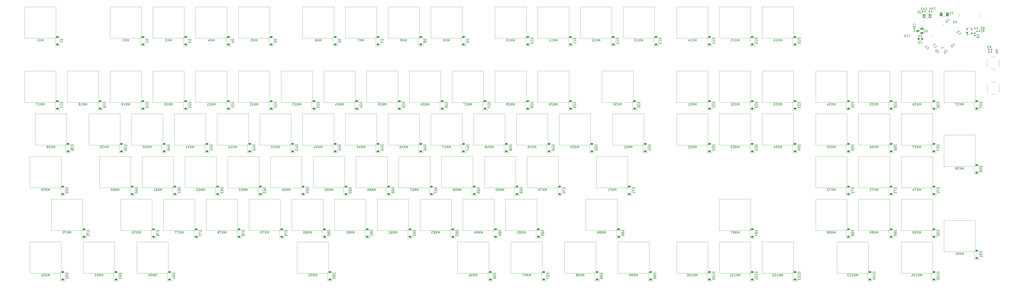
<source format=gbr>
%TF.GenerationSoftware,KiCad,Pcbnew,9.0.2*%
%TF.CreationDate,2025-06-28T16:46:26+02:00*%
%TF.ProjectId,modern-keyboard-template,6d6f6465-726e-42d6-9b65-79626f617264,rev?*%
%TF.SameCoordinates,Original*%
%TF.FileFunction,Legend,Bot*%
%TF.FilePolarity,Positive*%
%FSLAX46Y46*%
G04 Gerber Fmt 4.6, Leading zero omitted, Abs format (unit mm)*
G04 Created by KiCad (PCBNEW 9.0.2) date 2025-06-28 16:46:26*
%MOMM*%
%LPD*%
G01*
G04 APERTURE LIST*
G04 Aperture macros list*
%AMRoundRect*
0 Rectangle with rounded corners*
0 $1 Rounding radius*
0 $2 $3 $4 $5 $6 $7 $8 $9 X,Y pos of 4 corners*
0 Add a 4 corners polygon primitive as box body*
4,1,4,$2,$3,$4,$5,$6,$7,$8,$9,$2,$3,0*
0 Add four circle primitives for the rounded corners*
1,1,$1+$1,$2,$3*
1,1,$1+$1,$4,$5*
1,1,$1+$1,$6,$7*
1,1,$1+$1,$8,$9*
0 Add four rect primitives between the rounded corners*
20,1,$1+$1,$2,$3,$4,$5,0*
20,1,$1+$1,$4,$5,$6,$7,0*
20,1,$1+$1,$6,$7,$8,$9,0*
20,1,$1+$1,$8,$9,$2,$3,0*%
G04 Aperture macros list end*
%ADD10C,0.150000*%
%ADD11C,0.120000*%
%ADD12R,1.700000X1.700000*%
%ADD13O,1.700000X1.700000*%
%ADD14RoundRect,0.140000X-0.219203X-0.021213X-0.021213X-0.219203X0.219203X0.021213X0.021213X0.219203X0*%
%ADD15RoundRect,0.140000X-0.021213X0.219203X-0.219203X0.021213X0.021213X-0.219203X0.219203X-0.021213X0*%
%ADD16RoundRect,0.075000X-0.415425X-0.521491X0.521491X0.415425X0.415425X0.521491X-0.521491X-0.415425X0*%
%ADD17RoundRect,0.075000X0.415425X-0.521491X0.521491X-0.415425X-0.415425X0.521491X-0.521491X0.415425X0*%
%ADD18RoundRect,0.140000X-0.170000X0.140000X-0.170000X-0.140000X0.170000X-0.140000X0.170000X0.140000X0*%
%ADD19RoundRect,0.150000X0.587500X0.150000X-0.587500X0.150000X-0.587500X-0.150000X0.587500X-0.150000X0*%
%ADD20RoundRect,0.140000X0.219203X0.021213X0.021213X0.219203X-0.219203X-0.021213X-0.021213X-0.219203X0*%
%ADD21R,1.000000X1.700000*%
%ADD22RoundRect,0.140000X0.170000X-0.140000X0.170000X0.140000X-0.170000X0.140000X-0.170000X-0.140000X0*%
%ADD23RoundRect,0.135000X-0.185000X0.135000X-0.185000X-0.135000X0.185000X-0.135000X0.185000X0.135000X0*%
%ADD24O,1.000000X2.100000*%
%ADD25O,1.000000X1.600000*%
%ADD26R,0.600000X1.450000*%
%ADD27R,0.300000X1.450000*%
%ADD28C,0.650000*%
%ADD29RoundRect,0.140000X-0.140000X-0.170000X0.140000X-0.170000X0.140000X0.170000X-0.140000X0.170000X0*%
%ADD30RoundRect,0.250000X0.375000X0.625000X-0.375000X0.625000X-0.375000X-0.625000X0.375000X-0.625000X0*%
%ADD31RoundRect,0.140000X0.140000X0.170000X-0.140000X0.170000X-0.140000X-0.170000X0.140000X-0.170000X0*%
%ADD32RoundRect,0.135000X-0.135000X-0.185000X0.135000X-0.185000X0.135000X0.185000X-0.135000X0.185000X0*%
%ADD33RoundRect,0.140000X0.021213X-0.219203X0.219203X-0.021213X-0.021213X0.219203X-0.219203X0.021213X0*%
%ADD34RoundRect,0.175000X-0.175000X-0.325000X0.175000X-0.325000X0.175000X0.325000X-0.175000X0.325000X0*%
%ADD35RoundRect,0.150000X-0.200000X-0.150000X0.200000X-0.150000X0.200000X0.150000X-0.200000X0.150000X0*%
%ADD36RoundRect,0.100000X0.650000X0.100000X-0.650000X0.100000X-0.650000X-0.100000X0.650000X-0.100000X0*%
%ADD37RoundRect,0.135000X0.135000X0.185000X-0.135000X0.185000X-0.135000X-0.185000X0.135000X-0.185000X0*%
%ADD38RoundRect,0.225000X0.225000X0.250000X-0.225000X0.250000X-0.225000X-0.250000X0.225000X-0.250000X0*%
%ADD39RoundRect,0.135000X0.185000X-0.135000X0.185000X0.135000X-0.185000X0.135000X-0.185000X-0.135000X0*%
%ADD40C,2.200000*%
%ADD41C,1.700000*%
%ADD42C,4.000000*%
%ADD43RoundRect,0.225000X0.375000X-0.225000X0.375000X0.225000X-0.375000X0.225000X-0.375000X-0.225000X0*%
G04 APERTURE END LIST*
D10*
X435018800Y-46233030D02*
X435018800Y-46300374D01*
X435018800Y-46300374D02*
X435086144Y-46435061D01*
X435086144Y-46435061D02*
X435153487Y-46502404D01*
X435153487Y-46502404D02*
X435288174Y-46569748D01*
X435288174Y-46569748D02*
X435422861Y-46569748D01*
X435422861Y-46569748D02*
X435523876Y-46536076D01*
X435523876Y-46536076D02*
X435692235Y-46435061D01*
X435692235Y-46435061D02*
X435793250Y-46334046D01*
X435793250Y-46334046D02*
X435894266Y-46165687D01*
X435894266Y-46165687D02*
X435927937Y-46064672D01*
X435927937Y-46064672D02*
X435927937Y-45929985D01*
X435927937Y-45929985D02*
X435860594Y-45795298D01*
X435860594Y-45795298D02*
X435793250Y-45727954D01*
X435793250Y-45727954D02*
X435658563Y-45660611D01*
X435658563Y-45660611D02*
X435591220Y-45660611D01*
X435052472Y-44987176D02*
X435187159Y-45121863D01*
X435187159Y-45121863D02*
X435220831Y-45222878D01*
X435220831Y-45222878D02*
X435220831Y-45290221D01*
X435220831Y-45290221D02*
X435187159Y-45458580D01*
X435187159Y-45458580D02*
X435086144Y-45626939D01*
X435086144Y-45626939D02*
X434816770Y-45896313D01*
X434816770Y-45896313D02*
X434715754Y-45929985D01*
X434715754Y-45929985D02*
X434648411Y-45929985D01*
X434648411Y-45929985D02*
X434547396Y-45896313D01*
X434547396Y-45896313D02*
X434412709Y-45761626D01*
X434412709Y-45761626D02*
X434379037Y-45660611D01*
X434379037Y-45660611D02*
X434379037Y-45593267D01*
X434379037Y-45593267D02*
X434412709Y-45492252D01*
X434412709Y-45492252D02*
X434581067Y-45323893D01*
X434581067Y-45323893D02*
X434682083Y-45290221D01*
X434682083Y-45290221D02*
X434749426Y-45290221D01*
X434749426Y-45290221D02*
X434850441Y-45323893D01*
X434850441Y-45323893D02*
X434985128Y-45458580D01*
X434985128Y-45458580D02*
X435018800Y-45559595D01*
X435018800Y-45559595D02*
X435018800Y-45626939D01*
X435018800Y-45626939D02*
X434985128Y-45727954D01*
X439352772Y-46060969D02*
X439420116Y-46060969D01*
X439420116Y-46060969D02*
X439554803Y-45993625D01*
X439554803Y-45993625D02*
X439622146Y-45926282D01*
X439622146Y-45926282D02*
X439689490Y-45791595D01*
X439689490Y-45791595D02*
X439689490Y-45656908D01*
X439689490Y-45656908D02*
X439655818Y-45555893D01*
X439655818Y-45555893D02*
X439554803Y-45387534D01*
X439554803Y-45387534D02*
X439453788Y-45286519D01*
X439453788Y-45286519D02*
X439285429Y-45185503D01*
X439285429Y-45185503D02*
X439184414Y-45151832D01*
X439184414Y-45151832D02*
X439049727Y-45151832D01*
X439049727Y-45151832D02*
X438915040Y-45219175D01*
X438915040Y-45219175D02*
X438847696Y-45286519D01*
X438847696Y-45286519D02*
X438780353Y-45421206D01*
X438780353Y-45421206D02*
X438780353Y-45488549D01*
X438073246Y-46060969D02*
X438409963Y-45724251D01*
X438409963Y-45724251D02*
X438780353Y-46027297D01*
X438780353Y-46027297D02*
X438713009Y-46027297D01*
X438713009Y-46027297D02*
X438611994Y-46060969D01*
X438611994Y-46060969D02*
X438443635Y-46229328D01*
X438443635Y-46229328D02*
X438409963Y-46330343D01*
X438409963Y-46330343D02*
X438409963Y-46397686D01*
X438409963Y-46397686D02*
X438443635Y-46498702D01*
X438443635Y-46498702D02*
X438611994Y-46667060D01*
X438611994Y-46667060D02*
X438713009Y-46700732D01*
X438713009Y-46700732D02*
X438780353Y-46700732D01*
X438780353Y-46700732D02*
X438881368Y-46667060D01*
X438881368Y-46667060D02*
X439049727Y-46498702D01*
X439049727Y-46498702D02*
X439083398Y-46397686D01*
X439083398Y-46397686D02*
X439083398Y-46330343D01*
X442153252Y-42334515D02*
X442725672Y-42906935D01*
X442725672Y-42906935D02*
X442759344Y-43007950D01*
X442759344Y-43007950D02*
X442759344Y-43075294D01*
X442759344Y-43075294D02*
X442725672Y-43176309D01*
X442725672Y-43176309D02*
X442590985Y-43310996D01*
X442590985Y-43310996D02*
X442489970Y-43344668D01*
X442489970Y-43344668D02*
X442422626Y-43344668D01*
X442422626Y-43344668D02*
X442321611Y-43310996D01*
X442321611Y-43310996D02*
X441749191Y-42738576D01*
X441749191Y-44152790D02*
X442153252Y-43748729D01*
X441951222Y-43950759D02*
X441244115Y-43243653D01*
X441244115Y-43243653D02*
X441412474Y-43277324D01*
X441412474Y-43277324D02*
X441547161Y-43277324D01*
X441547161Y-43277324D02*
X441648176Y-43243653D01*
X453749580Y-38850833D02*
X453797200Y-38803214D01*
X453797200Y-38803214D02*
X453844819Y-38660357D01*
X453844819Y-38660357D02*
X453844819Y-38565119D01*
X453844819Y-38565119D02*
X453797200Y-38422262D01*
X453797200Y-38422262D02*
X453701961Y-38327024D01*
X453701961Y-38327024D02*
X453606723Y-38279405D01*
X453606723Y-38279405D02*
X453416247Y-38231786D01*
X453416247Y-38231786D02*
X453273390Y-38231786D01*
X453273390Y-38231786D02*
X453082914Y-38279405D01*
X453082914Y-38279405D02*
X452987676Y-38327024D01*
X452987676Y-38327024D02*
X452892438Y-38422262D01*
X452892438Y-38422262D02*
X452844819Y-38565119D01*
X452844819Y-38565119D02*
X452844819Y-38660357D01*
X452844819Y-38660357D02*
X452892438Y-38803214D01*
X452892438Y-38803214D02*
X452940057Y-38850833D01*
X453273390Y-39422262D02*
X453225771Y-39327024D01*
X453225771Y-39327024D02*
X453178152Y-39279405D01*
X453178152Y-39279405D02*
X453082914Y-39231786D01*
X453082914Y-39231786D02*
X453035295Y-39231786D01*
X453035295Y-39231786D02*
X452940057Y-39279405D01*
X452940057Y-39279405D02*
X452892438Y-39327024D01*
X452892438Y-39327024D02*
X452844819Y-39422262D01*
X452844819Y-39422262D02*
X452844819Y-39612738D01*
X452844819Y-39612738D02*
X452892438Y-39707976D01*
X452892438Y-39707976D02*
X452940057Y-39755595D01*
X452940057Y-39755595D02*
X453035295Y-39803214D01*
X453035295Y-39803214D02*
X453082914Y-39803214D01*
X453082914Y-39803214D02*
X453178152Y-39755595D01*
X453178152Y-39755595D02*
X453225771Y-39707976D01*
X453225771Y-39707976D02*
X453273390Y-39612738D01*
X453273390Y-39612738D02*
X453273390Y-39422262D01*
X453273390Y-39422262D02*
X453321009Y-39327024D01*
X453321009Y-39327024D02*
X453368628Y-39279405D01*
X453368628Y-39279405D02*
X453463866Y-39231786D01*
X453463866Y-39231786D02*
X453654342Y-39231786D01*
X453654342Y-39231786D02*
X453749580Y-39279405D01*
X453749580Y-39279405D02*
X453797200Y-39327024D01*
X453797200Y-39327024D02*
X453844819Y-39422262D01*
X453844819Y-39422262D02*
X453844819Y-39612738D01*
X453844819Y-39612738D02*
X453797200Y-39707976D01*
X453797200Y-39707976D02*
X453749580Y-39755595D01*
X453749580Y-39755595D02*
X453654342Y-39803214D01*
X453654342Y-39803214D02*
X453463866Y-39803214D01*
X453463866Y-39803214D02*
X453368628Y-39755595D01*
X453368628Y-39755595D02*
X453321009Y-39707976D01*
X453321009Y-39707976D02*
X453273390Y-39612738D01*
X430912799Y-36272540D02*
X430912799Y-37082063D01*
X430912799Y-37082063D02*
X430865180Y-37177301D01*
X430865180Y-37177301D02*
X430817561Y-37224921D01*
X430817561Y-37224921D02*
X430722323Y-37272540D01*
X430722323Y-37272540D02*
X430531847Y-37272540D01*
X430531847Y-37272540D02*
X430436609Y-37224921D01*
X430436609Y-37224921D02*
X430388990Y-37177301D01*
X430388990Y-37177301D02*
X430341371Y-37082063D01*
X430341371Y-37082063D02*
X430341371Y-36272540D01*
X429960418Y-36272540D02*
X429341371Y-36272540D01*
X429341371Y-36272540D02*
X429674704Y-36653492D01*
X429674704Y-36653492D02*
X429531847Y-36653492D01*
X429531847Y-36653492D02*
X429436609Y-36701111D01*
X429436609Y-36701111D02*
X429388990Y-36748730D01*
X429388990Y-36748730D02*
X429341371Y-36843968D01*
X429341371Y-36843968D02*
X429341371Y-37082063D01*
X429341371Y-37082063D02*
X429388990Y-37177301D01*
X429388990Y-37177301D02*
X429436609Y-37224921D01*
X429436609Y-37224921D02*
X429531847Y-37272540D01*
X429531847Y-37272540D02*
X429817561Y-37272540D01*
X429817561Y-37272540D02*
X429912799Y-37224921D01*
X429912799Y-37224921D02*
X429960418Y-37177301D01*
X430479175Y-44479406D02*
X430479175Y-44546750D01*
X430479175Y-44546750D02*
X430546519Y-44681437D01*
X430546519Y-44681437D02*
X430613862Y-44748780D01*
X430613862Y-44748780D02*
X430748549Y-44816124D01*
X430748549Y-44816124D02*
X430883236Y-44816124D01*
X430883236Y-44816124D02*
X430984251Y-44782452D01*
X430984251Y-44782452D02*
X431152610Y-44681437D01*
X431152610Y-44681437D02*
X431253625Y-44580422D01*
X431253625Y-44580422D02*
X431354641Y-44412063D01*
X431354641Y-44412063D02*
X431388312Y-44311048D01*
X431388312Y-44311048D02*
X431388312Y-44176361D01*
X431388312Y-44176361D02*
X431320969Y-44041674D01*
X431320969Y-44041674D02*
X431253625Y-43974330D01*
X431253625Y-43974330D02*
X431118938Y-43906987D01*
X431118938Y-43906987D02*
X431051595Y-43906987D01*
X429738397Y-43873315D02*
X430142458Y-44277376D01*
X429940427Y-44075345D02*
X430647534Y-43368239D01*
X430647534Y-43368239D02*
X430613862Y-43536597D01*
X430613862Y-43536597D02*
X430613862Y-43671284D01*
X430613862Y-43671284D02*
X430647534Y-43772300D01*
X425355475Y-34206054D02*
X425403095Y-34158435D01*
X425403095Y-34158435D02*
X425450714Y-34015578D01*
X425450714Y-34015578D02*
X425450714Y-33920340D01*
X425450714Y-33920340D02*
X425403095Y-33777483D01*
X425403095Y-33777483D02*
X425307856Y-33682245D01*
X425307856Y-33682245D02*
X425212618Y-33634626D01*
X425212618Y-33634626D02*
X425022142Y-33587007D01*
X425022142Y-33587007D02*
X424879285Y-33587007D01*
X424879285Y-33587007D02*
X424688809Y-33634626D01*
X424688809Y-33634626D02*
X424593571Y-33682245D01*
X424593571Y-33682245D02*
X424498333Y-33777483D01*
X424498333Y-33777483D02*
X424450714Y-33920340D01*
X424450714Y-33920340D02*
X424450714Y-34015578D01*
X424450714Y-34015578D02*
X424498333Y-34158435D01*
X424498333Y-34158435D02*
X424545952Y-34206054D01*
X425450714Y-34682245D02*
X425450714Y-34872721D01*
X425450714Y-34872721D02*
X425403095Y-34967959D01*
X425403095Y-34967959D02*
X425355475Y-35015578D01*
X425355475Y-35015578D02*
X425212618Y-35110816D01*
X425212618Y-35110816D02*
X425022142Y-35158435D01*
X425022142Y-35158435D02*
X424641190Y-35158435D01*
X424641190Y-35158435D02*
X424545952Y-35110816D01*
X424545952Y-35110816D02*
X424498333Y-35063197D01*
X424498333Y-35063197D02*
X424450714Y-34967959D01*
X424450714Y-34967959D02*
X424450714Y-34777483D01*
X424450714Y-34777483D02*
X424498333Y-34682245D01*
X424498333Y-34682245D02*
X424545952Y-34634626D01*
X424545952Y-34634626D02*
X424641190Y-34587007D01*
X424641190Y-34587007D02*
X424879285Y-34587007D01*
X424879285Y-34587007D02*
X424974523Y-34634626D01*
X424974523Y-34634626D02*
X425022142Y-34682245D01*
X425022142Y-34682245D02*
X425069761Y-34777483D01*
X425069761Y-34777483D02*
X425069761Y-34967959D01*
X425069761Y-34967959D02*
X425022142Y-35063197D01*
X425022142Y-35063197D02*
X424974523Y-35110816D01*
X424974523Y-35110816D02*
X424879285Y-35158435D01*
X462234819Y-45793333D02*
X461758628Y-45460000D01*
X462234819Y-45221905D02*
X461234819Y-45221905D01*
X461234819Y-45221905D02*
X461234819Y-45602857D01*
X461234819Y-45602857D02*
X461282438Y-45698095D01*
X461282438Y-45698095D02*
X461330057Y-45745714D01*
X461330057Y-45745714D02*
X461425295Y-45793333D01*
X461425295Y-45793333D02*
X461568152Y-45793333D01*
X461568152Y-45793333D02*
X461663390Y-45745714D01*
X461663390Y-45745714D02*
X461711009Y-45698095D01*
X461711009Y-45698095D02*
X461758628Y-45602857D01*
X461758628Y-45602857D02*
X461758628Y-45221905D01*
X461568152Y-46650476D02*
X462234819Y-46650476D01*
X461187200Y-46412381D02*
X461901485Y-46174286D01*
X461901485Y-46174286D02*
X461901485Y-46793333D01*
X429922857Y-27359580D02*
X429970476Y-27407200D01*
X429970476Y-27407200D02*
X430113333Y-27454819D01*
X430113333Y-27454819D02*
X430208571Y-27454819D01*
X430208571Y-27454819D02*
X430351428Y-27407200D01*
X430351428Y-27407200D02*
X430446666Y-27311961D01*
X430446666Y-27311961D02*
X430494285Y-27216723D01*
X430494285Y-27216723D02*
X430541904Y-27026247D01*
X430541904Y-27026247D02*
X430541904Y-26883390D01*
X430541904Y-26883390D02*
X430494285Y-26692914D01*
X430494285Y-26692914D02*
X430446666Y-26597676D01*
X430446666Y-26597676D02*
X430351428Y-26502438D01*
X430351428Y-26502438D02*
X430208571Y-26454819D01*
X430208571Y-26454819D02*
X430113333Y-26454819D01*
X430113333Y-26454819D02*
X429970476Y-26502438D01*
X429970476Y-26502438D02*
X429922857Y-26550057D01*
X429065714Y-26788152D02*
X429065714Y-27454819D01*
X429303809Y-26407200D02*
X429541904Y-27121485D01*
X429541904Y-27121485D02*
X428922857Y-27121485D01*
X428637142Y-26454819D02*
X428018095Y-26454819D01*
X428018095Y-26454819D02*
X428351428Y-26835771D01*
X428351428Y-26835771D02*
X428208571Y-26835771D01*
X428208571Y-26835771D02*
X428113333Y-26883390D01*
X428113333Y-26883390D02*
X428065714Y-26931009D01*
X428065714Y-26931009D02*
X428018095Y-27026247D01*
X428018095Y-27026247D02*
X428018095Y-27264342D01*
X428018095Y-27264342D02*
X428065714Y-27359580D01*
X428065714Y-27359580D02*
X428113333Y-27407200D01*
X428113333Y-27407200D02*
X428208571Y-27454819D01*
X428208571Y-27454819D02*
X428494285Y-27454819D01*
X428494285Y-27454819D02*
X428589523Y-27407200D01*
X428589523Y-27407200D02*
X428637142Y-27359580D01*
X441783333Y-28781009D02*
X442116666Y-28781009D01*
X442116666Y-29304819D02*
X442116666Y-28304819D01*
X442116666Y-28304819D02*
X441640476Y-28304819D01*
X440735714Y-29304819D02*
X441307142Y-29304819D01*
X441021428Y-29304819D02*
X441021428Y-28304819D01*
X441021428Y-28304819D02*
X441116666Y-28447676D01*
X441116666Y-28447676D02*
X441211904Y-28542914D01*
X441211904Y-28542914D02*
X441307142Y-28590533D01*
X422437857Y-39309580D02*
X422485476Y-39357200D01*
X422485476Y-39357200D02*
X422628333Y-39404819D01*
X422628333Y-39404819D02*
X422723571Y-39404819D01*
X422723571Y-39404819D02*
X422866428Y-39357200D01*
X422866428Y-39357200D02*
X422961666Y-39261961D01*
X422961666Y-39261961D02*
X423009285Y-39166723D01*
X423009285Y-39166723D02*
X423056904Y-38976247D01*
X423056904Y-38976247D02*
X423056904Y-38833390D01*
X423056904Y-38833390D02*
X423009285Y-38642914D01*
X423009285Y-38642914D02*
X422961666Y-38547676D01*
X422961666Y-38547676D02*
X422866428Y-38452438D01*
X422866428Y-38452438D02*
X422723571Y-38404819D01*
X422723571Y-38404819D02*
X422628333Y-38404819D01*
X422628333Y-38404819D02*
X422485476Y-38452438D01*
X422485476Y-38452438D02*
X422437857Y-38500057D01*
X421485476Y-39404819D02*
X422056904Y-39404819D01*
X421771190Y-39404819D02*
X421771190Y-38404819D01*
X421771190Y-38404819D02*
X421866428Y-38547676D01*
X421866428Y-38547676D02*
X421961666Y-38642914D01*
X421961666Y-38642914D02*
X422056904Y-38690533D01*
X420866428Y-38404819D02*
X420771190Y-38404819D01*
X420771190Y-38404819D02*
X420675952Y-38452438D01*
X420675952Y-38452438D02*
X420628333Y-38500057D01*
X420628333Y-38500057D02*
X420580714Y-38595295D01*
X420580714Y-38595295D02*
X420533095Y-38785771D01*
X420533095Y-38785771D02*
X420533095Y-39023866D01*
X420533095Y-39023866D02*
X420580714Y-39214342D01*
X420580714Y-39214342D02*
X420628333Y-39309580D01*
X420628333Y-39309580D02*
X420675952Y-39357200D01*
X420675952Y-39357200D02*
X420771190Y-39404819D01*
X420771190Y-39404819D02*
X420866428Y-39404819D01*
X420866428Y-39404819D02*
X420961666Y-39357200D01*
X420961666Y-39357200D02*
X421009285Y-39309580D01*
X421009285Y-39309580D02*
X421056904Y-39214342D01*
X421056904Y-39214342D02*
X421104523Y-39023866D01*
X421104523Y-39023866D02*
X421104523Y-38785771D01*
X421104523Y-38785771D02*
X421056904Y-38595295D01*
X421056904Y-38595295D02*
X421009285Y-38500057D01*
X421009285Y-38500057D02*
X420961666Y-38452438D01*
X420961666Y-38452438D02*
X420866428Y-38404819D01*
X455567026Y-35951959D02*
X455900359Y-35475768D01*
X456138454Y-35951959D02*
X456138454Y-34951959D01*
X456138454Y-34951959D02*
X455757502Y-34951959D01*
X455757502Y-34951959D02*
X455662264Y-34999578D01*
X455662264Y-34999578D02*
X455614645Y-35047197D01*
X455614645Y-35047197D02*
X455567026Y-35142435D01*
X455567026Y-35142435D02*
X455567026Y-35285292D01*
X455567026Y-35285292D02*
X455614645Y-35380530D01*
X455614645Y-35380530D02*
X455662264Y-35428149D01*
X455662264Y-35428149D02*
X455757502Y-35475768D01*
X455757502Y-35475768D02*
X456138454Y-35475768D01*
X455186073Y-35047197D02*
X455138454Y-34999578D01*
X455138454Y-34999578D02*
X455043216Y-34951959D01*
X455043216Y-34951959D02*
X454805121Y-34951959D01*
X454805121Y-34951959D02*
X454709883Y-34999578D01*
X454709883Y-34999578D02*
X454662264Y-35047197D01*
X454662264Y-35047197D02*
X454614645Y-35142435D01*
X454614645Y-35142435D02*
X454614645Y-35237673D01*
X454614645Y-35237673D02*
X454662264Y-35380530D01*
X454662264Y-35380530D02*
X455233692Y-35951959D01*
X455233692Y-35951959D02*
X454614645Y-35951959D01*
X440128007Y-32369132D02*
X440195351Y-32369132D01*
X440195351Y-32369132D02*
X440330038Y-32301788D01*
X440330038Y-32301788D02*
X440397381Y-32234445D01*
X440397381Y-32234445D02*
X440464725Y-32099758D01*
X440464725Y-32099758D02*
X440464725Y-31965071D01*
X440464725Y-31965071D02*
X440431053Y-31864056D01*
X440431053Y-31864056D02*
X440330038Y-31695697D01*
X440330038Y-31695697D02*
X440229023Y-31594682D01*
X440229023Y-31594682D02*
X440060664Y-31493666D01*
X440060664Y-31493666D02*
X439959649Y-31459995D01*
X439959649Y-31459995D02*
X439824962Y-31459995D01*
X439824962Y-31459995D02*
X439690275Y-31527338D01*
X439690275Y-31527338D02*
X439622931Y-31594682D01*
X439622931Y-31594682D02*
X439555588Y-31729369D01*
X439555588Y-31729369D02*
X439555588Y-31796712D01*
X439117855Y-32571162D02*
X439589259Y-33042567D01*
X439016840Y-32133430D02*
X439690275Y-32470147D01*
X439690275Y-32470147D02*
X439252542Y-32907880D01*
X443841904Y-32204819D02*
X443841904Y-33014342D01*
X443841904Y-33014342D02*
X443794285Y-33109580D01*
X443794285Y-33109580D02*
X443746666Y-33157200D01*
X443746666Y-33157200D02*
X443651428Y-33204819D01*
X443651428Y-33204819D02*
X443460952Y-33204819D01*
X443460952Y-33204819D02*
X443365714Y-33157200D01*
X443365714Y-33157200D02*
X443318095Y-33109580D01*
X443318095Y-33109580D02*
X443270476Y-33014342D01*
X443270476Y-33014342D02*
X443270476Y-32204819D01*
X442841904Y-32300057D02*
X442794285Y-32252438D01*
X442794285Y-32252438D02*
X442699047Y-32204819D01*
X442699047Y-32204819D02*
X442460952Y-32204819D01*
X442460952Y-32204819D02*
X442365714Y-32252438D01*
X442365714Y-32252438D02*
X442318095Y-32300057D01*
X442318095Y-32300057D02*
X442270476Y-32395295D01*
X442270476Y-32395295D02*
X442270476Y-32490533D01*
X442270476Y-32490533D02*
X442318095Y-32633390D01*
X442318095Y-32633390D02*
X442889523Y-33204819D01*
X442889523Y-33204819D02*
X442270476Y-33204819D01*
X444677879Y-37988166D02*
X444677879Y-38055510D01*
X444677879Y-38055510D02*
X444745223Y-38190197D01*
X444745223Y-38190197D02*
X444812566Y-38257540D01*
X444812566Y-38257540D02*
X444947253Y-38324884D01*
X444947253Y-38324884D02*
X445081940Y-38324884D01*
X445081940Y-38324884D02*
X445182955Y-38291212D01*
X445182955Y-38291212D02*
X445351314Y-38190197D01*
X445351314Y-38190197D02*
X445452329Y-38089182D01*
X445452329Y-38089182D02*
X445553345Y-37920823D01*
X445553345Y-37920823D02*
X445587016Y-37819808D01*
X445587016Y-37819808D02*
X445587016Y-37685121D01*
X445587016Y-37685121D02*
X445519673Y-37550434D01*
X445519673Y-37550434D02*
X445452329Y-37483090D01*
X445452329Y-37483090D02*
X445317642Y-37415747D01*
X445317642Y-37415747D02*
X445250299Y-37415747D01*
X445081940Y-37112701D02*
X444644207Y-36674968D01*
X444644207Y-36674968D02*
X444610536Y-37180044D01*
X444610536Y-37180044D02*
X444509520Y-37079029D01*
X444509520Y-37079029D02*
X444408505Y-37045357D01*
X444408505Y-37045357D02*
X444341162Y-37045357D01*
X444341162Y-37045357D02*
X444240146Y-37079029D01*
X444240146Y-37079029D02*
X444071788Y-37247388D01*
X444071788Y-37247388D02*
X444038116Y-37348403D01*
X444038116Y-37348403D02*
X444038116Y-37415747D01*
X444038116Y-37415747D02*
X444071788Y-37516762D01*
X444071788Y-37516762D02*
X444273818Y-37718792D01*
X444273818Y-37718792D02*
X444374833Y-37752464D01*
X444374833Y-37752464D02*
X444442177Y-37752464D01*
X428080532Y-27884819D02*
X428080532Y-28694342D01*
X428080532Y-28694342D02*
X428032913Y-28789580D01*
X428032913Y-28789580D02*
X427985294Y-28837200D01*
X427985294Y-28837200D02*
X427890056Y-28884819D01*
X427890056Y-28884819D02*
X427699580Y-28884819D01*
X427699580Y-28884819D02*
X427604342Y-28837200D01*
X427604342Y-28837200D02*
X427556723Y-28789580D01*
X427556723Y-28789580D02*
X427509104Y-28694342D01*
X427509104Y-28694342D02*
X427509104Y-27884819D01*
X426556723Y-27884819D02*
X427032913Y-27884819D01*
X427032913Y-27884819D02*
X427080532Y-28361009D01*
X427080532Y-28361009D02*
X427032913Y-28313390D01*
X427032913Y-28313390D02*
X426937675Y-28265771D01*
X426937675Y-28265771D02*
X426699580Y-28265771D01*
X426699580Y-28265771D02*
X426604342Y-28313390D01*
X426604342Y-28313390D02*
X426556723Y-28361009D01*
X426556723Y-28361009D02*
X426509104Y-28456247D01*
X426509104Y-28456247D02*
X426509104Y-28694342D01*
X426509104Y-28694342D02*
X426556723Y-28789580D01*
X426556723Y-28789580D02*
X426604342Y-28837200D01*
X426604342Y-28837200D02*
X426699580Y-28884819D01*
X426699580Y-28884819D02*
X426937675Y-28884819D01*
X426937675Y-28884819D02*
X427032913Y-28837200D01*
X427032913Y-28837200D02*
X427080532Y-28789580D01*
X455516666Y-37272319D02*
X455849999Y-36796128D01*
X456088094Y-37272319D02*
X456088094Y-36272319D01*
X456088094Y-36272319D02*
X455707142Y-36272319D01*
X455707142Y-36272319D02*
X455611904Y-36319938D01*
X455611904Y-36319938D02*
X455564285Y-36367557D01*
X455564285Y-36367557D02*
X455516666Y-36462795D01*
X455516666Y-36462795D02*
X455516666Y-36605652D01*
X455516666Y-36605652D02*
X455564285Y-36700890D01*
X455564285Y-36700890D02*
X455611904Y-36748509D01*
X455611904Y-36748509D02*
X455707142Y-36796128D01*
X455707142Y-36796128D02*
X456088094Y-36796128D01*
X454564285Y-37272319D02*
X455135713Y-37272319D01*
X454849999Y-37272319D02*
X454849999Y-36272319D01*
X454849999Y-36272319D02*
X454945237Y-36415176D01*
X454945237Y-36415176D02*
X455040475Y-36510414D01*
X455040475Y-36510414D02*
X455135713Y-36558033D01*
X433894501Y-43821796D02*
X433894501Y-43889140D01*
X433894501Y-43889140D02*
X433961845Y-44023827D01*
X433961845Y-44023827D02*
X434029188Y-44091170D01*
X434029188Y-44091170D02*
X434163875Y-44158514D01*
X434163875Y-44158514D02*
X434298562Y-44158514D01*
X434298562Y-44158514D02*
X434399577Y-44124842D01*
X434399577Y-44124842D02*
X434567936Y-44023827D01*
X434567936Y-44023827D02*
X434668951Y-43922812D01*
X434668951Y-43922812D02*
X434769967Y-43754453D01*
X434769967Y-43754453D02*
X434803638Y-43653438D01*
X434803638Y-43653438D02*
X434803638Y-43518751D01*
X434803638Y-43518751D02*
X434736295Y-43384064D01*
X434736295Y-43384064D02*
X434668951Y-43316720D01*
X434668951Y-43316720D02*
X434534264Y-43249377D01*
X434534264Y-43249377D02*
X434466921Y-43249377D01*
X434298562Y-42946331D02*
X433827158Y-42474926D01*
X433827158Y-42474926D02*
X433423097Y-43485079D01*
X427650061Y-42144801D02*
X427697680Y-42192421D01*
X427697680Y-42192421D02*
X427840537Y-42240040D01*
X427840537Y-42240040D02*
X427935775Y-42240040D01*
X427935775Y-42240040D02*
X428078632Y-42192421D01*
X428078632Y-42192421D02*
X428173870Y-42097182D01*
X428173870Y-42097182D02*
X428221489Y-42001944D01*
X428221489Y-42001944D02*
X428269108Y-41811468D01*
X428269108Y-41811468D02*
X428269108Y-41668611D01*
X428269108Y-41668611D02*
X428221489Y-41478135D01*
X428221489Y-41478135D02*
X428173870Y-41382897D01*
X428173870Y-41382897D02*
X428078632Y-41287659D01*
X428078632Y-41287659D02*
X427935775Y-41240040D01*
X427935775Y-41240040D02*
X427840537Y-41240040D01*
X427840537Y-41240040D02*
X427697680Y-41287659D01*
X427697680Y-41287659D02*
X427650061Y-41335278D01*
X427269108Y-41335278D02*
X427221489Y-41287659D01*
X427221489Y-41287659D02*
X427126251Y-41240040D01*
X427126251Y-41240040D02*
X426888156Y-41240040D01*
X426888156Y-41240040D02*
X426792918Y-41287659D01*
X426792918Y-41287659D02*
X426745299Y-41335278D01*
X426745299Y-41335278D02*
X426697680Y-41430516D01*
X426697680Y-41430516D02*
X426697680Y-41525754D01*
X426697680Y-41525754D02*
X426745299Y-41668611D01*
X426745299Y-41668611D02*
X427316727Y-42240040D01*
X427316727Y-42240040D02*
X426697680Y-42240040D01*
X433621485Y-27169580D02*
X433669104Y-27217200D01*
X433669104Y-27217200D02*
X433811961Y-27264819D01*
X433811961Y-27264819D02*
X433907199Y-27264819D01*
X433907199Y-27264819D02*
X434050056Y-27217200D01*
X434050056Y-27217200D02*
X434145294Y-27121961D01*
X434145294Y-27121961D02*
X434192913Y-27026723D01*
X434192913Y-27026723D02*
X434240532Y-26836247D01*
X434240532Y-26836247D02*
X434240532Y-26693390D01*
X434240532Y-26693390D02*
X434192913Y-26502914D01*
X434192913Y-26502914D02*
X434145294Y-26407676D01*
X434145294Y-26407676D02*
X434050056Y-26312438D01*
X434050056Y-26312438D02*
X433907199Y-26264819D01*
X433907199Y-26264819D02*
X433811961Y-26264819D01*
X433811961Y-26264819D02*
X433669104Y-26312438D01*
X433669104Y-26312438D02*
X433621485Y-26360057D01*
X432764342Y-26598152D02*
X432764342Y-27264819D01*
X433002437Y-26217200D02*
X433240532Y-26931485D01*
X433240532Y-26931485D02*
X432621485Y-26931485D01*
X431811961Y-26598152D02*
X431811961Y-27264819D01*
X432050056Y-26217200D02*
X432288151Y-26931485D01*
X432288151Y-26931485D02*
X431669104Y-26931485D01*
X458526666Y-44434819D02*
X458859999Y-43958628D01*
X459098094Y-44434819D02*
X459098094Y-43434819D01*
X459098094Y-43434819D02*
X458717142Y-43434819D01*
X458717142Y-43434819D02*
X458621904Y-43482438D01*
X458621904Y-43482438D02*
X458574285Y-43530057D01*
X458574285Y-43530057D02*
X458526666Y-43625295D01*
X458526666Y-43625295D02*
X458526666Y-43768152D01*
X458526666Y-43768152D02*
X458574285Y-43863390D01*
X458574285Y-43863390D02*
X458621904Y-43911009D01*
X458621904Y-43911009D02*
X458717142Y-43958628D01*
X458717142Y-43958628D02*
X459098094Y-43958628D01*
X458193332Y-43434819D02*
X457574285Y-43434819D01*
X457574285Y-43434819D02*
X457907618Y-43815771D01*
X457907618Y-43815771D02*
X457764761Y-43815771D01*
X457764761Y-43815771D02*
X457669523Y-43863390D01*
X457669523Y-43863390D02*
X457621904Y-43911009D01*
X457621904Y-43911009D02*
X457574285Y-44006247D01*
X457574285Y-44006247D02*
X457574285Y-44244342D01*
X457574285Y-44244342D02*
X457621904Y-44339580D01*
X457621904Y-44339580D02*
X457669523Y-44387200D01*
X457669523Y-44387200D02*
X457764761Y-44434819D01*
X457764761Y-44434819D02*
X458050475Y-44434819D01*
X458050475Y-44434819D02*
X458145713Y-44387200D01*
X458145713Y-44387200D02*
X458193332Y-44339580D01*
X36845713Y-41348819D02*
X36845713Y-40348819D01*
X36845713Y-40348819D02*
X36512380Y-41063104D01*
X36512380Y-41063104D02*
X36179047Y-40348819D01*
X36179047Y-40348819D02*
X36179047Y-41348819D01*
X35798094Y-40348819D02*
X35131428Y-41348819D01*
X35131428Y-40348819D02*
X35798094Y-41348819D01*
X34226666Y-41348819D02*
X34798094Y-41348819D01*
X34512380Y-41348819D02*
X34512380Y-40348819D01*
X34512380Y-40348819D02*
X34607618Y-40491676D01*
X34607618Y-40491676D02*
X34702856Y-40586914D01*
X34702856Y-40586914D02*
X34798094Y-40634533D01*
X74945713Y-41348819D02*
X74945713Y-40348819D01*
X74945713Y-40348819D02*
X74612380Y-41063104D01*
X74612380Y-41063104D02*
X74279047Y-40348819D01*
X74279047Y-40348819D02*
X74279047Y-41348819D01*
X73898094Y-40348819D02*
X73231428Y-41348819D01*
X73231428Y-40348819D02*
X73898094Y-41348819D01*
X72898094Y-40444057D02*
X72850475Y-40396438D01*
X72850475Y-40396438D02*
X72755237Y-40348819D01*
X72755237Y-40348819D02*
X72517142Y-40348819D01*
X72517142Y-40348819D02*
X72421904Y-40396438D01*
X72421904Y-40396438D02*
X72374285Y-40444057D01*
X72374285Y-40444057D02*
X72326666Y-40539295D01*
X72326666Y-40539295D02*
X72326666Y-40634533D01*
X72326666Y-40634533D02*
X72374285Y-40777390D01*
X72374285Y-40777390D02*
X72945713Y-41348819D01*
X72945713Y-41348819D02*
X72326666Y-41348819D01*
X93995713Y-41348819D02*
X93995713Y-40348819D01*
X93995713Y-40348819D02*
X93662380Y-41063104D01*
X93662380Y-41063104D02*
X93329047Y-40348819D01*
X93329047Y-40348819D02*
X93329047Y-41348819D01*
X92948094Y-40348819D02*
X92281428Y-41348819D01*
X92281428Y-40348819D02*
X92948094Y-41348819D01*
X91995713Y-40348819D02*
X91376666Y-40348819D01*
X91376666Y-40348819D02*
X91709999Y-40729771D01*
X91709999Y-40729771D02*
X91567142Y-40729771D01*
X91567142Y-40729771D02*
X91471904Y-40777390D01*
X91471904Y-40777390D02*
X91424285Y-40825009D01*
X91424285Y-40825009D02*
X91376666Y-40920247D01*
X91376666Y-40920247D02*
X91376666Y-41158342D01*
X91376666Y-41158342D02*
X91424285Y-41253580D01*
X91424285Y-41253580D02*
X91471904Y-41301200D01*
X91471904Y-41301200D02*
X91567142Y-41348819D01*
X91567142Y-41348819D02*
X91852856Y-41348819D01*
X91852856Y-41348819D02*
X91948094Y-41301200D01*
X91948094Y-41301200D02*
X91995713Y-41253580D01*
X113045713Y-41348819D02*
X113045713Y-40348819D01*
X113045713Y-40348819D02*
X112712380Y-41063104D01*
X112712380Y-41063104D02*
X112379047Y-40348819D01*
X112379047Y-40348819D02*
X112379047Y-41348819D01*
X111998094Y-40348819D02*
X111331428Y-41348819D01*
X111331428Y-40348819D02*
X111998094Y-41348819D01*
X110521904Y-40682152D02*
X110521904Y-41348819D01*
X110759999Y-40301200D02*
X110998094Y-41015485D01*
X110998094Y-41015485D02*
X110379047Y-41015485D01*
X132095713Y-41348819D02*
X132095713Y-40348819D01*
X132095713Y-40348819D02*
X131762380Y-41063104D01*
X131762380Y-41063104D02*
X131429047Y-40348819D01*
X131429047Y-40348819D02*
X131429047Y-41348819D01*
X131048094Y-40348819D02*
X130381428Y-41348819D01*
X130381428Y-40348819D02*
X131048094Y-41348819D01*
X129524285Y-40348819D02*
X130000475Y-40348819D01*
X130000475Y-40348819D02*
X130048094Y-40825009D01*
X130048094Y-40825009D02*
X130000475Y-40777390D01*
X130000475Y-40777390D02*
X129905237Y-40729771D01*
X129905237Y-40729771D02*
X129667142Y-40729771D01*
X129667142Y-40729771D02*
X129571904Y-40777390D01*
X129571904Y-40777390D02*
X129524285Y-40825009D01*
X129524285Y-40825009D02*
X129476666Y-40920247D01*
X129476666Y-40920247D02*
X129476666Y-41158342D01*
X129476666Y-41158342D02*
X129524285Y-41253580D01*
X129524285Y-41253580D02*
X129571904Y-41301200D01*
X129571904Y-41301200D02*
X129667142Y-41348819D01*
X129667142Y-41348819D02*
X129905237Y-41348819D01*
X129905237Y-41348819D02*
X130000475Y-41301200D01*
X130000475Y-41301200D02*
X130048094Y-41253580D01*
X160670713Y-41348819D02*
X160670713Y-40348819D01*
X160670713Y-40348819D02*
X160337380Y-41063104D01*
X160337380Y-41063104D02*
X160004047Y-40348819D01*
X160004047Y-40348819D02*
X160004047Y-41348819D01*
X159623094Y-40348819D02*
X158956428Y-41348819D01*
X158956428Y-40348819D02*
X159623094Y-41348819D01*
X158146904Y-40348819D02*
X158337380Y-40348819D01*
X158337380Y-40348819D02*
X158432618Y-40396438D01*
X158432618Y-40396438D02*
X158480237Y-40444057D01*
X158480237Y-40444057D02*
X158575475Y-40586914D01*
X158575475Y-40586914D02*
X158623094Y-40777390D01*
X158623094Y-40777390D02*
X158623094Y-41158342D01*
X158623094Y-41158342D02*
X158575475Y-41253580D01*
X158575475Y-41253580D02*
X158527856Y-41301200D01*
X158527856Y-41301200D02*
X158432618Y-41348819D01*
X158432618Y-41348819D02*
X158242142Y-41348819D01*
X158242142Y-41348819D02*
X158146904Y-41301200D01*
X158146904Y-41301200D02*
X158099285Y-41253580D01*
X158099285Y-41253580D02*
X158051666Y-41158342D01*
X158051666Y-41158342D02*
X158051666Y-40920247D01*
X158051666Y-40920247D02*
X158099285Y-40825009D01*
X158099285Y-40825009D02*
X158146904Y-40777390D01*
X158146904Y-40777390D02*
X158242142Y-40729771D01*
X158242142Y-40729771D02*
X158432618Y-40729771D01*
X158432618Y-40729771D02*
X158527856Y-40777390D01*
X158527856Y-40777390D02*
X158575475Y-40825009D01*
X158575475Y-40825009D02*
X158623094Y-40920247D01*
X179720713Y-41348819D02*
X179720713Y-40348819D01*
X179720713Y-40348819D02*
X179387380Y-41063104D01*
X179387380Y-41063104D02*
X179054047Y-40348819D01*
X179054047Y-40348819D02*
X179054047Y-41348819D01*
X178673094Y-40348819D02*
X178006428Y-41348819D01*
X178006428Y-40348819D02*
X178673094Y-41348819D01*
X177720713Y-40348819D02*
X177054047Y-40348819D01*
X177054047Y-40348819D02*
X177482618Y-41348819D01*
X198770713Y-41348819D02*
X198770713Y-40348819D01*
X198770713Y-40348819D02*
X198437380Y-41063104D01*
X198437380Y-41063104D02*
X198104047Y-40348819D01*
X198104047Y-40348819D02*
X198104047Y-41348819D01*
X197723094Y-40348819D02*
X197056428Y-41348819D01*
X197056428Y-40348819D02*
X197723094Y-41348819D01*
X196532618Y-40777390D02*
X196627856Y-40729771D01*
X196627856Y-40729771D02*
X196675475Y-40682152D01*
X196675475Y-40682152D02*
X196723094Y-40586914D01*
X196723094Y-40586914D02*
X196723094Y-40539295D01*
X196723094Y-40539295D02*
X196675475Y-40444057D01*
X196675475Y-40444057D02*
X196627856Y-40396438D01*
X196627856Y-40396438D02*
X196532618Y-40348819D01*
X196532618Y-40348819D02*
X196342142Y-40348819D01*
X196342142Y-40348819D02*
X196246904Y-40396438D01*
X196246904Y-40396438D02*
X196199285Y-40444057D01*
X196199285Y-40444057D02*
X196151666Y-40539295D01*
X196151666Y-40539295D02*
X196151666Y-40586914D01*
X196151666Y-40586914D02*
X196199285Y-40682152D01*
X196199285Y-40682152D02*
X196246904Y-40729771D01*
X196246904Y-40729771D02*
X196342142Y-40777390D01*
X196342142Y-40777390D02*
X196532618Y-40777390D01*
X196532618Y-40777390D02*
X196627856Y-40825009D01*
X196627856Y-40825009D02*
X196675475Y-40872628D01*
X196675475Y-40872628D02*
X196723094Y-40967866D01*
X196723094Y-40967866D02*
X196723094Y-41158342D01*
X196723094Y-41158342D02*
X196675475Y-41253580D01*
X196675475Y-41253580D02*
X196627856Y-41301200D01*
X196627856Y-41301200D02*
X196532618Y-41348819D01*
X196532618Y-41348819D02*
X196342142Y-41348819D01*
X196342142Y-41348819D02*
X196246904Y-41301200D01*
X196246904Y-41301200D02*
X196199285Y-41253580D01*
X196199285Y-41253580D02*
X196151666Y-41158342D01*
X196151666Y-41158342D02*
X196151666Y-40967866D01*
X196151666Y-40967866D02*
X196199285Y-40872628D01*
X196199285Y-40872628D02*
X196246904Y-40825009D01*
X196246904Y-40825009D02*
X196342142Y-40777390D01*
X217820713Y-41348819D02*
X217820713Y-40348819D01*
X217820713Y-40348819D02*
X217487380Y-41063104D01*
X217487380Y-41063104D02*
X217154047Y-40348819D01*
X217154047Y-40348819D02*
X217154047Y-41348819D01*
X216773094Y-40348819D02*
X216106428Y-41348819D01*
X216106428Y-40348819D02*
X216773094Y-41348819D01*
X215677856Y-41348819D02*
X215487380Y-41348819D01*
X215487380Y-41348819D02*
X215392142Y-41301200D01*
X215392142Y-41301200D02*
X215344523Y-41253580D01*
X215344523Y-41253580D02*
X215249285Y-41110723D01*
X215249285Y-41110723D02*
X215201666Y-40920247D01*
X215201666Y-40920247D02*
X215201666Y-40539295D01*
X215201666Y-40539295D02*
X215249285Y-40444057D01*
X215249285Y-40444057D02*
X215296904Y-40396438D01*
X215296904Y-40396438D02*
X215392142Y-40348819D01*
X215392142Y-40348819D02*
X215582618Y-40348819D01*
X215582618Y-40348819D02*
X215677856Y-40396438D01*
X215677856Y-40396438D02*
X215725475Y-40444057D01*
X215725475Y-40444057D02*
X215773094Y-40539295D01*
X215773094Y-40539295D02*
X215773094Y-40777390D01*
X215773094Y-40777390D02*
X215725475Y-40872628D01*
X215725475Y-40872628D02*
X215677856Y-40920247D01*
X215677856Y-40920247D02*
X215582618Y-40967866D01*
X215582618Y-40967866D02*
X215392142Y-40967866D01*
X215392142Y-40967866D02*
X215296904Y-40920247D01*
X215296904Y-40920247D02*
X215249285Y-40872628D01*
X215249285Y-40872628D02*
X215201666Y-40777390D01*
X246871904Y-41348819D02*
X246871904Y-40348819D01*
X246871904Y-40348819D02*
X246538571Y-41063104D01*
X246538571Y-41063104D02*
X246205238Y-40348819D01*
X246205238Y-40348819D02*
X246205238Y-41348819D01*
X245824285Y-40348819D02*
X245157619Y-41348819D01*
X245157619Y-40348819D02*
X245824285Y-41348819D01*
X244252857Y-41348819D02*
X244824285Y-41348819D01*
X244538571Y-41348819D02*
X244538571Y-40348819D01*
X244538571Y-40348819D02*
X244633809Y-40491676D01*
X244633809Y-40491676D02*
X244729047Y-40586914D01*
X244729047Y-40586914D02*
X244824285Y-40634533D01*
X243633809Y-40348819D02*
X243538571Y-40348819D01*
X243538571Y-40348819D02*
X243443333Y-40396438D01*
X243443333Y-40396438D02*
X243395714Y-40444057D01*
X243395714Y-40444057D02*
X243348095Y-40539295D01*
X243348095Y-40539295D02*
X243300476Y-40729771D01*
X243300476Y-40729771D02*
X243300476Y-40967866D01*
X243300476Y-40967866D02*
X243348095Y-41158342D01*
X243348095Y-41158342D02*
X243395714Y-41253580D01*
X243395714Y-41253580D02*
X243443333Y-41301200D01*
X243443333Y-41301200D02*
X243538571Y-41348819D01*
X243538571Y-41348819D02*
X243633809Y-41348819D01*
X243633809Y-41348819D02*
X243729047Y-41301200D01*
X243729047Y-41301200D02*
X243776666Y-41253580D01*
X243776666Y-41253580D02*
X243824285Y-41158342D01*
X243824285Y-41158342D02*
X243871904Y-40967866D01*
X243871904Y-40967866D02*
X243871904Y-40729771D01*
X243871904Y-40729771D02*
X243824285Y-40539295D01*
X243824285Y-40539295D02*
X243776666Y-40444057D01*
X243776666Y-40444057D02*
X243729047Y-40396438D01*
X243729047Y-40396438D02*
X243633809Y-40348819D01*
X265921904Y-41348819D02*
X265921904Y-40348819D01*
X265921904Y-40348819D02*
X265588571Y-41063104D01*
X265588571Y-41063104D02*
X265255238Y-40348819D01*
X265255238Y-40348819D02*
X265255238Y-41348819D01*
X264874285Y-40348819D02*
X264207619Y-41348819D01*
X264207619Y-40348819D02*
X264874285Y-41348819D01*
X263302857Y-41348819D02*
X263874285Y-41348819D01*
X263588571Y-41348819D02*
X263588571Y-40348819D01*
X263588571Y-40348819D02*
X263683809Y-40491676D01*
X263683809Y-40491676D02*
X263779047Y-40586914D01*
X263779047Y-40586914D02*
X263874285Y-40634533D01*
X262350476Y-41348819D02*
X262921904Y-41348819D01*
X262636190Y-41348819D02*
X262636190Y-40348819D01*
X262636190Y-40348819D02*
X262731428Y-40491676D01*
X262731428Y-40491676D02*
X262826666Y-40586914D01*
X262826666Y-40586914D02*
X262921904Y-40634533D01*
X284971904Y-41348819D02*
X284971904Y-40348819D01*
X284971904Y-40348819D02*
X284638571Y-41063104D01*
X284638571Y-41063104D02*
X284305238Y-40348819D01*
X284305238Y-40348819D02*
X284305238Y-41348819D01*
X283924285Y-40348819D02*
X283257619Y-41348819D01*
X283257619Y-40348819D02*
X283924285Y-41348819D01*
X282352857Y-41348819D02*
X282924285Y-41348819D01*
X282638571Y-41348819D02*
X282638571Y-40348819D01*
X282638571Y-40348819D02*
X282733809Y-40491676D01*
X282733809Y-40491676D02*
X282829047Y-40586914D01*
X282829047Y-40586914D02*
X282924285Y-40634533D01*
X281971904Y-40444057D02*
X281924285Y-40396438D01*
X281924285Y-40396438D02*
X281829047Y-40348819D01*
X281829047Y-40348819D02*
X281590952Y-40348819D01*
X281590952Y-40348819D02*
X281495714Y-40396438D01*
X281495714Y-40396438D02*
X281448095Y-40444057D01*
X281448095Y-40444057D02*
X281400476Y-40539295D01*
X281400476Y-40539295D02*
X281400476Y-40634533D01*
X281400476Y-40634533D02*
X281448095Y-40777390D01*
X281448095Y-40777390D02*
X282019523Y-41348819D01*
X282019523Y-41348819D02*
X281400476Y-41348819D01*
X304021904Y-41348819D02*
X304021904Y-40348819D01*
X304021904Y-40348819D02*
X303688571Y-41063104D01*
X303688571Y-41063104D02*
X303355238Y-40348819D01*
X303355238Y-40348819D02*
X303355238Y-41348819D01*
X302974285Y-40348819D02*
X302307619Y-41348819D01*
X302307619Y-40348819D02*
X302974285Y-41348819D01*
X301402857Y-41348819D02*
X301974285Y-41348819D01*
X301688571Y-41348819D02*
X301688571Y-40348819D01*
X301688571Y-40348819D02*
X301783809Y-40491676D01*
X301783809Y-40491676D02*
X301879047Y-40586914D01*
X301879047Y-40586914D02*
X301974285Y-40634533D01*
X301069523Y-40348819D02*
X300450476Y-40348819D01*
X300450476Y-40348819D02*
X300783809Y-40729771D01*
X300783809Y-40729771D02*
X300640952Y-40729771D01*
X300640952Y-40729771D02*
X300545714Y-40777390D01*
X300545714Y-40777390D02*
X300498095Y-40825009D01*
X300498095Y-40825009D02*
X300450476Y-40920247D01*
X300450476Y-40920247D02*
X300450476Y-41158342D01*
X300450476Y-41158342D02*
X300498095Y-41253580D01*
X300498095Y-41253580D02*
X300545714Y-41301200D01*
X300545714Y-41301200D02*
X300640952Y-41348819D01*
X300640952Y-41348819D02*
X300926666Y-41348819D01*
X300926666Y-41348819D02*
X301021904Y-41301200D01*
X301021904Y-41301200D02*
X301069523Y-41253580D01*
X327834404Y-41348819D02*
X327834404Y-40348819D01*
X327834404Y-40348819D02*
X327501071Y-41063104D01*
X327501071Y-41063104D02*
X327167738Y-40348819D01*
X327167738Y-40348819D02*
X327167738Y-41348819D01*
X326786785Y-40348819D02*
X326120119Y-41348819D01*
X326120119Y-40348819D02*
X326786785Y-41348819D01*
X325215357Y-41348819D02*
X325786785Y-41348819D01*
X325501071Y-41348819D02*
X325501071Y-40348819D01*
X325501071Y-40348819D02*
X325596309Y-40491676D01*
X325596309Y-40491676D02*
X325691547Y-40586914D01*
X325691547Y-40586914D02*
X325786785Y-40634533D01*
X324358214Y-40682152D02*
X324358214Y-41348819D01*
X324596309Y-40301200D02*
X324834404Y-41015485D01*
X324834404Y-41015485D02*
X324215357Y-41015485D01*
X346884404Y-41348819D02*
X346884404Y-40348819D01*
X346884404Y-40348819D02*
X346551071Y-41063104D01*
X346551071Y-41063104D02*
X346217738Y-40348819D01*
X346217738Y-40348819D02*
X346217738Y-41348819D01*
X345836785Y-40348819D02*
X345170119Y-41348819D01*
X345170119Y-40348819D02*
X345836785Y-41348819D01*
X344265357Y-41348819D02*
X344836785Y-41348819D01*
X344551071Y-41348819D02*
X344551071Y-40348819D01*
X344551071Y-40348819D02*
X344646309Y-40491676D01*
X344646309Y-40491676D02*
X344741547Y-40586914D01*
X344741547Y-40586914D02*
X344836785Y-40634533D01*
X343360595Y-40348819D02*
X343836785Y-40348819D01*
X343836785Y-40348819D02*
X343884404Y-40825009D01*
X343884404Y-40825009D02*
X343836785Y-40777390D01*
X343836785Y-40777390D02*
X343741547Y-40729771D01*
X343741547Y-40729771D02*
X343503452Y-40729771D01*
X343503452Y-40729771D02*
X343408214Y-40777390D01*
X343408214Y-40777390D02*
X343360595Y-40825009D01*
X343360595Y-40825009D02*
X343312976Y-40920247D01*
X343312976Y-40920247D02*
X343312976Y-41158342D01*
X343312976Y-41158342D02*
X343360595Y-41253580D01*
X343360595Y-41253580D02*
X343408214Y-41301200D01*
X343408214Y-41301200D02*
X343503452Y-41348819D01*
X343503452Y-41348819D02*
X343741547Y-41348819D01*
X343741547Y-41348819D02*
X343836785Y-41301200D01*
X343836785Y-41301200D02*
X343884404Y-41253580D01*
X365934404Y-41348819D02*
X365934404Y-40348819D01*
X365934404Y-40348819D02*
X365601071Y-41063104D01*
X365601071Y-41063104D02*
X365267738Y-40348819D01*
X365267738Y-40348819D02*
X365267738Y-41348819D01*
X364886785Y-40348819D02*
X364220119Y-41348819D01*
X364220119Y-40348819D02*
X364886785Y-41348819D01*
X363315357Y-41348819D02*
X363886785Y-41348819D01*
X363601071Y-41348819D02*
X363601071Y-40348819D01*
X363601071Y-40348819D02*
X363696309Y-40491676D01*
X363696309Y-40491676D02*
X363791547Y-40586914D01*
X363791547Y-40586914D02*
X363886785Y-40634533D01*
X362458214Y-40348819D02*
X362648690Y-40348819D01*
X362648690Y-40348819D02*
X362743928Y-40396438D01*
X362743928Y-40396438D02*
X362791547Y-40444057D01*
X362791547Y-40444057D02*
X362886785Y-40586914D01*
X362886785Y-40586914D02*
X362934404Y-40777390D01*
X362934404Y-40777390D02*
X362934404Y-41158342D01*
X362934404Y-41158342D02*
X362886785Y-41253580D01*
X362886785Y-41253580D02*
X362839166Y-41301200D01*
X362839166Y-41301200D02*
X362743928Y-41348819D01*
X362743928Y-41348819D02*
X362553452Y-41348819D01*
X362553452Y-41348819D02*
X362458214Y-41301200D01*
X362458214Y-41301200D02*
X362410595Y-41253580D01*
X362410595Y-41253580D02*
X362362976Y-41158342D01*
X362362976Y-41158342D02*
X362362976Y-40920247D01*
X362362976Y-40920247D02*
X362410595Y-40825009D01*
X362410595Y-40825009D02*
X362458214Y-40777390D01*
X362458214Y-40777390D02*
X362553452Y-40729771D01*
X362553452Y-40729771D02*
X362743928Y-40729771D01*
X362743928Y-40729771D02*
X362839166Y-40777390D01*
X362839166Y-40777390D02*
X362886785Y-40825009D01*
X362886785Y-40825009D02*
X362934404Y-40920247D01*
X37321904Y-69923819D02*
X37321904Y-68923819D01*
X37321904Y-68923819D02*
X36988571Y-69638104D01*
X36988571Y-69638104D02*
X36655238Y-68923819D01*
X36655238Y-68923819D02*
X36655238Y-69923819D01*
X36274285Y-68923819D02*
X35607619Y-69923819D01*
X35607619Y-68923819D02*
X36274285Y-69923819D01*
X34702857Y-69923819D02*
X35274285Y-69923819D01*
X34988571Y-69923819D02*
X34988571Y-68923819D01*
X34988571Y-68923819D02*
X35083809Y-69066676D01*
X35083809Y-69066676D02*
X35179047Y-69161914D01*
X35179047Y-69161914D02*
X35274285Y-69209533D01*
X34369523Y-68923819D02*
X33702857Y-68923819D01*
X33702857Y-68923819D02*
X34131428Y-69923819D01*
X56371904Y-69923819D02*
X56371904Y-68923819D01*
X56371904Y-68923819D02*
X56038571Y-69638104D01*
X56038571Y-69638104D02*
X55705238Y-68923819D01*
X55705238Y-68923819D02*
X55705238Y-69923819D01*
X55324285Y-68923819D02*
X54657619Y-69923819D01*
X54657619Y-68923819D02*
X55324285Y-69923819D01*
X53752857Y-69923819D02*
X54324285Y-69923819D01*
X54038571Y-69923819D02*
X54038571Y-68923819D01*
X54038571Y-68923819D02*
X54133809Y-69066676D01*
X54133809Y-69066676D02*
X54229047Y-69161914D01*
X54229047Y-69161914D02*
X54324285Y-69209533D01*
X53181428Y-69352390D02*
X53276666Y-69304771D01*
X53276666Y-69304771D02*
X53324285Y-69257152D01*
X53324285Y-69257152D02*
X53371904Y-69161914D01*
X53371904Y-69161914D02*
X53371904Y-69114295D01*
X53371904Y-69114295D02*
X53324285Y-69019057D01*
X53324285Y-69019057D02*
X53276666Y-68971438D01*
X53276666Y-68971438D02*
X53181428Y-68923819D01*
X53181428Y-68923819D02*
X52990952Y-68923819D01*
X52990952Y-68923819D02*
X52895714Y-68971438D01*
X52895714Y-68971438D02*
X52848095Y-69019057D01*
X52848095Y-69019057D02*
X52800476Y-69114295D01*
X52800476Y-69114295D02*
X52800476Y-69161914D01*
X52800476Y-69161914D02*
X52848095Y-69257152D01*
X52848095Y-69257152D02*
X52895714Y-69304771D01*
X52895714Y-69304771D02*
X52990952Y-69352390D01*
X52990952Y-69352390D02*
X53181428Y-69352390D01*
X53181428Y-69352390D02*
X53276666Y-69400009D01*
X53276666Y-69400009D02*
X53324285Y-69447628D01*
X53324285Y-69447628D02*
X53371904Y-69542866D01*
X53371904Y-69542866D02*
X53371904Y-69733342D01*
X53371904Y-69733342D02*
X53324285Y-69828580D01*
X53324285Y-69828580D02*
X53276666Y-69876200D01*
X53276666Y-69876200D02*
X53181428Y-69923819D01*
X53181428Y-69923819D02*
X52990952Y-69923819D01*
X52990952Y-69923819D02*
X52895714Y-69876200D01*
X52895714Y-69876200D02*
X52848095Y-69828580D01*
X52848095Y-69828580D02*
X52800476Y-69733342D01*
X52800476Y-69733342D02*
X52800476Y-69542866D01*
X52800476Y-69542866D02*
X52848095Y-69447628D01*
X52848095Y-69447628D02*
X52895714Y-69400009D01*
X52895714Y-69400009D02*
X52990952Y-69352390D01*
X75421904Y-69923819D02*
X75421904Y-68923819D01*
X75421904Y-68923819D02*
X75088571Y-69638104D01*
X75088571Y-69638104D02*
X74755238Y-68923819D01*
X74755238Y-68923819D02*
X74755238Y-69923819D01*
X74374285Y-68923819D02*
X73707619Y-69923819D01*
X73707619Y-68923819D02*
X74374285Y-69923819D01*
X72802857Y-69923819D02*
X73374285Y-69923819D01*
X73088571Y-69923819D02*
X73088571Y-68923819D01*
X73088571Y-68923819D02*
X73183809Y-69066676D01*
X73183809Y-69066676D02*
X73279047Y-69161914D01*
X73279047Y-69161914D02*
X73374285Y-69209533D01*
X72326666Y-69923819D02*
X72136190Y-69923819D01*
X72136190Y-69923819D02*
X72040952Y-69876200D01*
X72040952Y-69876200D02*
X71993333Y-69828580D01*
X71993333Y-69828580D02*
X71898095Y-69685723D01*
X71898095Y-69685723D02*
X71850476Y-69495247D01*
X71850476Y-69495247D02*
X71850476Y-69114295D01*
X71850476Y-69114295D02*
X71898095Y-69019057D01*
X71898095Y-69019057D02*
X71945714Y-68971438D01*
X71945714Y-68971438D02*
X72040952Y-68923819D01*
X72040952Y-68923819D02*
X72231428Y-68923819D01*
X72231428Y-68923819D02*
X72326666Y-68971438D01*
X72326666Y-68971438D02*
X72374285Y-69019057D01*
X72374285Y-69019057D02*
X72421904Y-69114295D01*
X72421904Y-69114295D02*
X72421904Y-69352390D01*
X72421904Y-69352390D02*
X72374285Y-69447628D01*
X72374285Y-69447628D02*
X72326666Y-69495247D01*
X72326666Y-69495247D02*
X72231428Y-69542866D01*
X72231428Y-69542866D02*
X72040952Y-69542866D01*
X72040952Y-69542866D02*
X71945714Y-69495247D01*
X71945714Y-69495247D02*
X71898095Y-69447628D01*
X71898095Y-69447628D02*
X71850476Y-69352390D01*
X94471904Y-69923819D02*
X94471904Y-68923819D01*
X94471904Y-68923819D02*
X94138571Y-69638104D01*
X94138571Y-69638104D02*
X93805238Y-68923819D01*
X93805238Y-68923819D02*
X93805238Y-69923819D01*
X93424285Y-68923819D02*
X92757619Y-69923819D01*
X92757619Y-68923819D02*
X93424285Y-69923819D01*
X92424285Y-69019057D02*
X92376666Y-68971438D01*
X92376666Y-68971438D02*
X92281428Y-68923819D01*
X92281428Y-68923819D02*
X92043333Y-68923819D01*
X92043333Y-68923819D02*
X91948095Y-68971438D01*
X91948095Y-68971438D02*
X91900476Y-69019057D01*
X91900476Y-69019057D02*
X91852857Y-69114295D01*
X91852857Y-69114295D02*
X91852857Y-69209533D01*
X91852857Y-69209533D02*
X91900476Y-69352390D01*
X91900476Y-69352390D02*
X92471904Y-69923819D01*
X92471904Y-69923819D02*
X91852857Y-69923819D01*
X91233809Y-68923819D02*
X91138571Y-68923819D01*
X91138571Y-68923819D02*
X91043333Y-68971438D01*
X91043333Y-68971438D02*
X90995714Y-69019057D01*
X90995714Y-69019057D02*
X90948095Y-69114295D01*
X90948095Y-69114295D02*
X90900476Y-69304771D01*
X90900476Y-69304771D02*
X90900476Y-69542866D01*
X90900476Y-69542866D02*
X90948095Y-69733342D01*
X90948095Y-69733342D02*
X90995714Y-69828580D01*
X90995714Y-69828580D02*
X91043333Y-69876200D01*
X91043333Y-69876200D02*
X91138571Y-69923819D01*
X91138571Y-69923819D02*
X91233809Y-69923819D01*
X91233809Y-69923819D02*
X91329047Y-69876200D01*
X91329047Y-69876200D02*
X91376666Y-69828580D01*
X91376666Y-69828580D02*
X91424285Y-69733342D01*
X91424285Y-69733342D02*
X91471904Y-69542866D01*
X91471904Y-69542866D02*
X91471904Y-69304771D01*
X91471904Y-69304771D02*
X91424285Y-69114295D01*
X91424285Y-69114295D02*
X91376666Y-69019057D01*
X91376666Y-69019057D02*
X91329047Y-68971438D01*
X91329047Y-68971438D02*
X91233809Y-68923819D01*
X113521904Y-69923819D02*
X113521904Y-68923819D01*
X113521904Y-68923819D02*
X113188571Y-69638104D01*
X113188571Y-69638104D02*
X112855238Y-68923819D01*
X112855238Y-68923819D02*
X112855238Y-69923819D01*
X112474285Y-68923819D02*
X111807619Y-69923819D01*
X111807619Y-68923819D02*
X112474285Y-69923819D01*
X111474285Y-69019057D02*
X111426666Y-68971438D01*
X111426666Y-68971438D02*
X111331428Y-68923819D01*
X111331428Y-68923819D02*
X111093333Y-68923819D01*
X111093333Y-68923819D02*
X110998095Y-68971438D01*
X110998095Y-68971438D02*
X110950476Y-69019057D01*
X110950476Y-69019057D02*
X110902857Y-69114295D01*
X110902857Y-69114295D02*
X110902857Y-69209533D01*
X110902857Y-69209533D02*
X110950476Y-69352390D01*
X110950476Y-69352390D02*
X111521904Y-69923819D01*
X111521904Y-69923819D02*
X110902857Y-69923819D01*
X109950476Y-69923819D02*
X110521904Y-69923819D01*
X110236190Y-69923819D02*
X110236190Y-68923819D01*
X110236190Y-68923819D02*
X110331428Y-69066676D01*
X110331428Y-69066676D02*
X110426666Y-69161914D01*
X110426666Y-69161914D02*
X110521904Y-69209533D01*
X132571904Y-69923819D02*
X132571904Y-68923819D01*
X132571904Y-68923819D02*
X132238571Y-69638104D01*
X132238571Y-69638104D02*
X131905238Y-68923819D01*
X131905238Y-68923819D02*
X131905238Y-69923819D01*
X131524285Y-68923819D02*
X130857619Y-69923819D01*
X130857619Y-68923819D02*
X131524285Y-69923819D01*
X130524285Y-69019057D02*
X130476666Y-68971438D01*
X130476666Y-68971438D02*
X130381428Y-68923819D01*
X130381428Y-68923819D02*
X130143333Y-68923819D01*
X130143333Y-68923819D02*
X130048095Y-68971438D01*
X130048095Y-68971438D02*
X130000476Y-69019057D01*
X130000476Y-69019057D02*
X129952857Y-69114295D01*
X129952857Y-69114295D02*
X129952857Y-69209533D01*
X129952857Y-69209533D02*
X130000476Y-69352390D01*
X130000476Y-69352390D02*
X130571904Y-69923819D01*
X130571904Y-69923819D02*
X129952857Y-69923819D01*
X129571904Y-69019057D02*
X129524285Y-68971438D01*
X129524285Y-68971438D02*
X129429047Y-68923819D01*
X129429047Y-68923819D02*
X129190952Y-68923819D01*
X129190952Y-68923819D02*
X129095714Y-68971438D01*
X129095714Y-68971438D02*
X129048095Y-69019057D01*
X129048095Y-69019057D02*
X129000476Y-69114295D01*
X129000476Y-69114295D02*
X129000476Y-69209533D01*
X129000476Y-69209533D02*
X129048095Y-69352390D01*
X129048095Y-69352390D02*
X129619523Y-69923819D01*
X129619523Y-69923819D02*
X129000476Y-69923819D01*
X151621904Y-69923819D02*
X151621904Y-68923819D01*
X151621904Y-68923819D02*
X151288571Y-69638104D01*
X151288571Y-69638104D02*
X150955238Y-68923819D01*
X150955238Y-68923819D02*
X150955238Y-69923819D01*
X150574285Y-68923819D02*
X149907619Y-69923819D01*
X149907619Y-68923819D02*
X150574285Y-69923819D01*
X149574285Y-69019057D02*
X149526666Y-68971438D01*
X149526666Y-68971438D02*
X149431428Y-68923819D01*
X149431428Y-68923819D02*
X149193333Y-68923819D01*
X149193333Y-68923819D02*
X149098095Y-68971438D01*
X149098095Y-68971438D02*
X149050476Y-69019057D01*
X149050476Y-69019057D02*
X149002857Y-69114295D01*
X149002857Y-69114295D02*
X149002857Y-69209533D01*
X149002857Y-69209533D02*
X149050476Y-69352390D01*
X149050476Y-69352390D02*
X149621904Y-69923819D01*
X149621904Y-69923819D02*
X149002857Y-69923819D01*
X148669523Y-68923819D02*
X148050476Y-68923819D01*
X148050476Y-68923819D02*
X148383809Y-69304771D01*
X148383809Y-69304771D02*
X148240952Y-69304771D01*
X148240952Y-69304771D02*
X148145714Y-69352390D01*
X148145714Y-69352390D02*
X148098095Y-69400009D01*
X148098095Y-69400009D02*
X148050476Y-69495247D01*
X148050476Y-69495247D02*
X148050476Y-69733342D01*
X148050476Y-69733342D02*
X148098095Y-69828580D01*
X148098095Y-69828580D02*
X148145714Y-69876200D01*
X148145714Y-69876200D02*
X148240952Y-69923819D01*
X148240952Y-69923819D02*
X148526666Y-69923819D01*
X148526666Y-69923819D02*
X148621904Y-69876200D01*
X148621904Y-69876200D02*
X148669523Y-69828580D01*
X170671904Y-69923819D02*
X170671904Y-68923819D01*
X170671904Y-68923819D02*
X170338571Y-69638104D01*
X170338571Y-69638104D02*
X170005238Y-68923819D01*
X170005238Y-68923819D02*
X170005238Y-69923819D01*
X169624285Y-68923819D02*
X168957619Y-69923819D01*
X168957619Y-68923819D02*
X169624285Y-69923819D01*
X168624285Y-69019057D02*
X168576666Y-68971438D01*
X168576666Y-68971438D02*
X168481428Y-68923819D01*
X168481428Y-68923819D02*
X168243333Y-68923819D01*
X168243333Y-68923819D02*
X168148095Y-68971438D01*
X168148095Y-68971438D02*
X168100476Y-69019057D01*
X168100476Y-69019057D02*
X168052857Y-69114295D01*
X168052857Y-69114295D02*
X168052857Y-69209533D01*
X168052857Y-69209533D02*
X168100476Y-69352390D01*
X168100476Y-69352390D02*
X168671904Y-69923819D01*
X168671904Y-69923819D02*
X168052857Y-69923819D01*
X167195714Y-69257152D02*
X167195714Y-69923819D01*
X167433809Y-68876200D02*
X167671904Y-69590485D01*
X167671904Y-69590485D02*
X167052857Y-69590485D01*
X189721904Y-69923819D02*
X189721904Y-68923819D01*
X189721904Y-68923819D02*
X189388571Y-69638104D01*
X189388571Y-69638104D02*
X189055238Y-68923819D01*
X189055238Y-68923819D02*
X189055238Y-69923819D01*
X188674285Y-68923819D02*
X188007619Y-69923819D01*
X188007619Y-68923819D02*
X188674285Y-69923819D01*
X187674285Y-69019057D02*
X187626666Y-68971438D01*
X187626666Y-68971438D02*
X187531428Y-68923819D01*
X187531428Y-68923819D02*
X187293333Y-68923819D01*
X187293333Y-68923819D02*
X187198095Y-68971438D01*
X187198095Y-68971438D02*
X187150476Y-69019057D01*
X187150476Y-69019057D02*
X187102857Y-69114295D01*
X187102857Y-69114295D02*
X187102857Y-69209533D01*
X187102857Y-69209533D02*
X187150476Y-69352390D01*
X187150476Y-69352390D02*
X187721904Y-69923819D01*
X187721904Y-69923819D02*
X187102857Y-69923819D01*
X186198095Y-68923819D02*
X186674285Y-68923819D01*
X186674285Y-68923819D02*
X186721904Y-69400009D01*
X186721904Y-69400009D02*
X186674285Y-69352390D01*
X186674285Y-69352390D02*
X186579047Y-69304771D01*
X186579047Y-69304771D02*
X186340952Y-69304771D01*
X186340952Y-69304771D02*
X186245714Y-69352390D01*
X186245714Y-69352390D02*
X186198095Y-69400009D01*
X186198095Y-69400009D02*
X186150476Y-69495247D01*
X186150476Y-69495247D02*
X186150476Y-69733342D01*
X186150476Y-69733342D02*
X186198095Y-69828580D01*
X186198095Y-69828580D02*
X186245714Y-69876200D01*
X186245714Y-69876200D02*
X186340952Y-69923819D01*
X186340952Y-69923819D02*
X186579047Y-69923819D01*
X186579047Y-69923819D02*
X186674285Y-69876200D01*
X186674285Y-69876200D02*
X186721904Y-69828580D01*
X208771904Y-69923819D02*
X208771904Y-68923819D01*
X208771904Y-68923819D02*
X208438571Y-69638104D01*
X208438571Y-69638104D02*
X208105238Y-68923819D01*
X208105238Y-68923819D02*
X208105238Y-69923819D01*
X207724285Y-68923819D02*
X207057619Y-69923819D01*
X207057619Y-68923819D02*
X207724285Y-69923819D01*
X206724285Y-69019057D02*
X206676666Y-68971438D01*
X206676666Y-68971438D02*
X206581428Y-68923819D01*
X206581428Y-68923819D02*
X206343333Y-68923819D01*
X206343333Y-68923819D02*
X206248095Y-68971438D01*
X206248095Y-68971438D02*
X206200476Y-69019057D01*
X206200476Y-69019057D02*
X206152857Y-69114295D01*
X206152857Y-69114295D02*
X206152857Y-69209533D01*
X206152857Y-69209533D02*
X206200476Y-69352390D01*
X206200476Y-69352390D02*
X206771904Y-69923819D01*
X206771904Y-69923819D02*
X206152857Y-69923819D01*
X205295714Y-68923819D02*
X205486190Y-68923819D01*
X205486190Y-68923819D02*
X205581428Y-68971438D01*
X205581428Y-68971438D02*
X205629047Y-69019057D01*
X205629047Y-69019057D02*
X205724285Y-69161914D01*
X205724285Y-69161914D02*
X205771904Y-69352390D01*
X205771904Y-69352390D02*
X205771904Y-69733342D01*
X205771904Y-69733342D02*
X205724285Y-69828580D01*
X205724285Y-69828580D02*
X205676666Y-69876200D01*
X205676666Y-69876200D02*
X205581428Y-69923819D01*
X205581428Y-69923819D02*
X205390952Y-69923819D01*
X205390952Y-69923819D02*
X205295714Y-69876200D01*
X205295714Y-69876200D02*
X205248095Y-69828580D01*
X205248095Y-69828580D02*
X205200476Y-69733342D01*
X205200476Y-69733342D02*
X205200476Y-69495247D01*
X205200476Y-69495247D02*
X205248095Y-69400009D01*
X205248095Y-69400009D02*
X205295714Y-69352390D01*
X205295714Y-69352390D02*
X205390952Y-69304771D01*
X205390952Y-69304771D02*
X205581428Y-69304771D01*
X205581428Y-69304771D02*
X205676666Y-69352390D01*
X205676666Y-69352390D02*
X205724285Y-69400009D01*
X205724285Y-69400009D02*
X205771904Y-69495247D01*
X227821904Y-69923819D02*
X227821904Y-68923819D01*
X227821904Y-68923819D02*
X227488571Y-69638104D01*
X227488571Y-69638104D02*
X227155238Y-68923819D01*
X227155238Y-68923819D02*
X227155238Y-69923819D01*
X226774285Y-68923819D02*
X226107619Y-69923819D01*
X226107619Y-68923819D02*
X226774285Y-69923819D01*
X225774285Y-69019057D02*
X225726666Y-68971438D01*
X225726666Y-68971438D02*
X225631428Y-68923819D01*
X225631428Y-68923819D02*
X225393333Y-68923819D01*
X225393333Y-68923819D02*
X225298095Y-68971438D01*
X225298095Y-68971438D02*
X225250476Y-69019057D01*
X225250476Y-69019057D02*
X225202857Y-69114295D01*
X225202857Y-69114295D02*
X225202857Y-69209533D01*
X225202857Y-69209533D02*
X225250476Y-69352390D01*
X225250476Y-69352390D02*
X225821904Y-69923819D01*
X225821904Y-69923819D02*
X225202857Y-69923819D01*
X224869523Y-68923819D02*
X224202857Y-68923819D01*
X224202857Y-68923819D02*
X224631428Y-69923819D01*
X246871904Y-69923819D02*
X246871904Y-68923819D01*
X246871904Y-68923819D02*
X246538571Y-69638104D01*
X246538571Y-69638104D02*
X246205238Y-68923819D01*
X246205238Y-68923819D02*
X246205238Y-69923819D01*
X245824285Y-68923819D02*
X245157619Y-69923819D01*
X245157619Y-68923819D02*
X245824285Y-69923819D01*
X244824285Y-69019057D02*
X244776666Y-68971438D01*
X244776666Y-68971438D02*
X244681428Y-68923819D01*
X244681428Y-68923819D02*
X244443333Y-68923819D01*
X244443333Y-68923819D02*
X244348095Y-68971438D01*
X244348095Y-68971438D02*
X244300476Y-69019057D01*
X244300476Y-69019057D02*
X244252857Y-69114295D01*
X244252857Y-69114295D02*
X244252857Y-69209533D01*
X244252857Y-69209533D02*
X244300476Y-69352390D01*
X244300476Y-69352390D02*
X244871904Y-69923819D01*
X244871904Y-69923819D02*
X244252857Y-69923819D01*
X243681428Y-69352390D02*
X243776666Y-69304771D01*
X243776666Y-69304771D02*
X243824285Y-69257152D01*
X243824285Y-69257152D02*
X243871904Y-69161914D01*
X243871904Y-69161914D02*
X243871904Y-69114295D01*
X243871904Y-69114295D02*
X243824285Y-69019057D01*
X243824285Y-69019057D02*
X243776666Y-68971438D01*
X243776666Y-68971438D02*
X243681428Y-68923819D01*
X243681428Y-68923819D02*
X243490952Y-68923819D01*
X243490952Y-68923819D02*
X243395714Y-68971438D01*
X243395714Y-68971438D02*
X243348095Y-69019057D01*
X243348095Y-69019057D02*
X243300476Y-69114295D01*
X243300476Y-69114295D02*
X243300476Y-69161914D01*
X243300476Y-69161914D02*
X243348095Y-69257152D01*
X243348095Y-69257152D02*
X243395714Y-69304771D01*
X243395714Y-69304771D02*
X243490952Y-69352390D01*
X243490952Y-69352390D02*
X243681428Y-69352390D01*
X243681428Y-69352390D02*
X243776666Y-69400009D01*
X243776666Y-69400009D02*
X243824285Y-69447628D01*
X243824285Y-69447628D02*
X243871904Y-69542866D01*
X243871904Y-69542866D02*
X243871904Y-69733342D01*
X243871904Y-69733342D02*
X243824285Y-69828580D01*
X243824285Y-69828580D02*
X243776666Y-69876200D01*
X243776666Y-69876200D02*
X243681428Y-69923819D01*
X243681428Y-69923819D02*
X243490952Y-69923819D01*
X243490952Y-69923819D02*
X243395714Y-69876200D01*
X243395714Y-69876200D02*
X243348095Y-69828580D01*
X243348095Y-69828580D02*
X243300476Y-69733342D01*
X243300476Y-69733342D02*
X243300476Y-69542866D01*
X243300476Y-69542866D02*
X243348095Y-69447628D01*
X243348095Y-69447628D02*
X243395714Y-69400009D01*
X243395714Y-69400009D02*
X243490952Y-69352390D01*
X265921904Y-69923819D02*
X265921904Y-68923819D01*
X265921904Y-68923819D02*
X265588571Y-69638104D01*
X265588571Y-69638104D02*
X265255238Y-68923819D01*
X265255238Y-68923819D02*
X265255238Y-69923819D01*
X264874285Y-68923819D02*
X264207619Y-69923819D01*
X264207619Y-68923819D02*
X264874285Y-69923819D01*
X263874285Y-69019057D02*
X263826666Y-68971438D01*
X263826666Y-68971438D02*
X263731428Y-68923819D01*
X263731428Y-68923819D02*
X263493333Y-68923819D01*
X263493333Y-68923819D02*
X263398095Y-68971438D01*
X263398095Y-68971438D02*
X263350476Y-69019057D01*
X263350476Y-69019057D02*
X263302857Y-69114295D01*
X263302857Y-69114295D02*
X263302857Y-69209533D01*
X263302857Y-69209533D02*
X263350476Y-69352390D01*
X263350476Y-69352390D02*
X263921904Y-69923819D01*
X263921904Y-69923819D02*
X263302857Y-69923819D01*
X262826666Y-69923819D02*
X262636190Y-69923819D01*
X262636190Y-69923819D02*
X262540952Y-69876200D01*
X262540952Y-69876200D02*
X262493333Y-69828580D01*
X262493333Y-69828580D02*
X262398095Y-69685723D01*
X262398095Y-69685723D02*
X262350476Y-69495247D01*
X262350476Y-69495247D02*
X262350476Y-69114295D01*
X262350476Y-69114295D02*
X262398095Y-69019057D01*
X262398095Y-69019057D02*
X262445714Y-68971438D01*
X262445714Y-68971438D02*
X262540952Y-68923819D01*
X262540952Y-68923819D02*
X262731428Y-68923819D01*
X262731428Y-68923819D02*
X262826666Y-68971438D01*
X262826666Y-68971438D02*
X262874285Y-69019057D01*
X262874285Y-69019057D02*
X262921904Y-69114295D01*
X262921904Y-69114295D02*
X262921904Y-69352390D01*
X262921904Y-69352390D02*
X262874285Y-69447628D01*
X262874285Y-69447628D02*
X262826666Y-69495247D01*
X262826666Y-69495247D02*
X262731428Y-69542866D01*
X262731428Y-69542866D02*
X262540952Y-69542866D01*
X262540952Y-69542866D02*
X262445714Y-69495247D01*
X262445714Y-69495247D02*
X262398095Y-69447628D01*
X262398095Y-69447628D02*
X262350476Y-69352390D01*
X294496904Y-69923819D02*
X294496904Y-68923819D01*
X294496904Y-68923819D02*
X294163571Y-69638104D01*
X294163571Y-69638104D02*
X293830238Y-68923819D01*
X293830238Y-68923819D02*
X293830238Y-69923819D01*
X293449285Y-68923819D02*
X292782619Y-69923819D01*
X292782619Y-68923819D02*
X293449285Y-69923819D01*
X292496904Y-68923819D02*
X291877857Y-68923819D01*
X291877857Y-68923819D02*
X292211190Y-69304771D01*
X292211190Y-69304771D02*
X292068333Y-69304771D01*
X292068333Y-69304771D02*
X291973095Y-69352390D01*
X291973095Y-69352390D02*
X291925476Y-69400009D01*
X291925476Y-69400009D02*
X291877857Y-69495247D01*
X291877857Y-69495247D02*
X291877857Y-69733342D01*
X291877857Y-69733342D02*
X291925476Y-69828580D01*
X291925476Y-69828580D02*
X291973095Y-69876200D01*
X291973095Y-69876200D02*
X292068333Y-69923819D01*
X292068333Y-69923819D02*
X292354047Y-69923819D01*
X292354047Y-69923819D02*
X292449285Y-69876200D01*
X292449285Y-69876200D02*
X292496904Y-69828580D01*
X291258809Y-68923819D02*
X291163571Y-68923819D01*
X291163571Y-68923819D02*
X291068333Y-68971438D01*
X291068333Y-68971438D02*
X291020714Y-69019057D01*
X291020714Y-69019057D02*
X290973095Y-69114295D01*
X290973095Y-69114295D02*
X290925476Y-69304771D01*
X290925476Y-69304771D02*
X290925476Y-69542866D01*
X290925476Y-69542866D02*
X290973095Y-69733342D01*
X290973095Y-69733342D02*
X291020714Y-69828580D01*
X291020714Y-69828580D02*
X291068333Y-69876200D01*
X291068333Y-69876200D02*
X291163571Y-69923819D01*
X291163571Y-69923819D02*
X291258809Y-69923819D01*
X291258809Y-69923819D02*
X291354047Y-69876200D01*
X291354047Y-69876200D02*
X291401666Y-69828580D01*
X291401666Y-69828580D02*
X291449285Y-69733342D01*
X291449285Y-69733342D02*
X291496904Y-69542866D01*
X291496904Y-69542866D02*
X291496904Y-69304771D01*
X291496904Y-69304771D02*
X291449285Y-69114295D01*
X291449285Y-69114295D02*
X291401666Y-69019057D01*
X291401666Y-69019057D02*
X291354047Y-68971438D01*
X291354047Y-68971438D02*
X291258809Y-68923819D01*
X327834404Y-69923819D02*
X327834404Y-68923819D01*
X327834404Y-68923819D02*
X327501071Y-69638104D01*
X327501071Y-69638104D02*
X327167738Y-68923819D01*
X327167738Y-68923819D02*
X327167738Y-69923819D01*
X326786785Y-68923819D02*
X326120119Y-69923819D01*
X326120119Y-68923819D02*
X326786785Y-69923819D01*
X325834404Y-68923819D02*
X325215357Y-68923819D01*
X325215357Y-68923819D02*
X325548690Y-69304771D01*
X325548690Y-69304771D02*
X325405833Y-69304771D01*
X325405833Y-69304771D02*
X325310595Y-69352390D01*
X325310595Y-69352390D02*
X325262976Y-69400009D01*
X325262976Y-69400009D02*
X325215357Y-69495247D01*
X325215357Y-69495247D02*
X325215357Y-69733342D01*
X325215357Y-69733342D02*
X325262976Y-69828580D01*
X325262976Y-69828580D02*
X325310595Y-69876200D01*
X325310595Y-69876200D02*
X325405833Y-69923819D01*
X325405833Y-69923819D02*
X325691547Y-69923819D01*
X325691547Y-69923819D02*
X325786785Y-69876200D01*
X325786785Y-69876200D02*
X325834404Y-69828580D01*
X324262976Y-69923819D02*
X324834404Y-69923819D01*
X324548690Y-69923819D02*
X324548690Y-68923819D01*
X324548690Y-68923819D02*
X324643928Y-69066676D01*
X324643928Y-69066676D02*
X324739166Y-69161914D01*
X324739166Y-69161914D02*
X324834404Y-69209533D01*
X346884404Y-69923819D02*
X346884404Y-68923819D01*
X346884404Y-68923819D02*
X346551071Y-69638104D01*
X346551071Y-69638104D02*
X346217738Y-68923819D01*
X346217738Y-68923819D02*
X346217738Y-69923819D01*
X345836785Y-68923819D02*
X345170119Y-69923819D01*
X345170119Y-68923819D02*
X345836785Y-69923819D01*
X344884404Y-68923819D02*
X344265357Y-68923819D01*
X344265357Y-68923819D02*
X344598690Y-69304771D01*
X344598690Y-69304771D02*
X344455833Y-69304771D01*
X344455833Y-69304771D02*
X344360595Y-69352390D01*
X344360595Y-69352390D02*
X344312976Y-69400009D01*
X344312976Y-69400009D02*
X344265357Y-69495247D01*
X344265357Y-69495247D02*
X344265357Y-69733342D01*
X344265357Y-69733342D02*
X344312976Y-69828580D01*
X344312976Y-69828580D02*
X344360595Y-69876200D01*
X344360595Y-69876200D02*
X344455833Y-69923819D01*
X344455833Y-69923819D02*
X344741547Y-69923819D01*
X344741547Y-69923819D02*
X344836785Y-69876200D01*
X344836785Y-69876200D02*
X344884404Y-69828580D01*
X343884404Y-69019057D02*
X343836785Y-68971438D01*
X343836785Y-68971438D02*
X343741547Y-68923819D01*
X343741547Y-68923819D02*
X343503452Y-68923819D01*
X343503452Y-68923819D02*
X343408214Y-68971438D01*
X343408214Y-68971438D02*
X343360595Y-69019057D01*
X343360595Y-69019057D02*
X343312976Y-69114295D01*
X343312976Y-69114295D02*
X343312976Y-69209533D01*
X343312976Y-69209533D02*
X343360595Y-69352390D01*
X343360595Y-69352390D02*
X343932023Y-69923819D01*
X343932023Y-69923819D02*
X343312976Y-69923819D01*
X365934404Y-69923819D02*
X365934404Y-68923819D01*
X365934404Y-68923819D02*
X365601071Y-69638104D01*
X365601071Y-69638104D02*
X365267738Y-68923819D01*
X365267738Y-68923819D02*
X365267738Y-69923819D01*
X364886785Y-68923819D02*
X364220119Y-69923819D01*
X364220119Y-68923819D02*
X364886785Y-69923819D01*
X363934404Y-68923819D02*
X363315357Y-68923819D01*
X363315357Y-68923819D02*
X363648690Y-69304771D01*
X363648690Y-69304771D02*
X363505833Y-69304771D01*
X363505833Y-69304771D02*
X363410595Y-69352390D01*
X363410595Y-69352390D02*
X363362976Y-69400009D01*
X363362976Y-69400009D02*
X363315357Y-69495247D01*
X363315357Y-69495247D02*
X363315357Y-69733342D01*
X363315357Y-69733342D02*
X363362976Y-69828580D01*
X363362976Y-69828580D02*
X363410595Y-69876200D01*
X363410595Y-69876200D02*
X363505833Y-69923819D01*
X363505833Y-69923819D02*
X363791547Y-69923819D01*
X363791547Y-69923819D02*
X363886785Y-69876200D01*
X363886785Y-69876200D02*
X363934404Y-69828580D01*
X362982023Y-68923819D02*
X362362976Y-68923819D01*
X362362976Y-68923819D02*
X362696309Y-69304771D01*
X362696309Y-69304771D02*
X362553452Y-69304771D01*
X362553452Y-69304771D02*
X362458214Y-69352390D01*
X362458214Y-69352390D02*
X362410595Y-69400009D01*
X362410595Y-69400009D02*
X362362976Y-69495247D01*
X362362976Y-69495247D02*
X362362976Y-69733342D01*
X362362976Y-69733342D02*
X362410595Y-69828580D01*
X362410595Y-69828580D02*
X362458214Y-69876200D01*
X362458214Y-69876200D02*
X362553452Y-69923819D01*
X362553452Y-69923819D02*
X362839166Y-69923819D01*
X362839166Y-69923819D02*
X362934404Y-69876200D01*
X362934404Y-69876200D02*
X362982023Y-69828580D01*
X389746904Y-69923819D02*
X389746904Y-68923819D01*
X389746904Y-68923819D02*
X389413571Y-69638104D01*
X389413571Y-69638104D02*
X389080238Y-68923819D01*
X389080238Y-68923819D02*
X389080238Y-69923819D01*
X388699285Y-68923819D02*
X388032619Y-69923819D01*
X388032619Y-68923819D02*
X388699285Y-69923819D01*
X387746904Y-68923819D02*
X387127857Y-68923819D01*
X387127857Y-68923819D02*
X387461190Y-69304771D01*
X387461190Y-69304771D02*
X387318333Y-69304771D01*
X387318333Y-69304771D02*
X387223095Y-69352390D01*
X387223095Y-69352390D02*
X387175476Y-69400009D01*
X387175476Y-69400009D02*
X387127857Y-69495247D01*
X387127857Y-69495247D02*
X387127857Y-69733342D01*
X387127857Y-69733342D02*
X387175476Y-69828580D01*
X387175476Y-69828580D02*
X387223095Y-69876200D01*
X387223095Y-69876200D02*
X387318333Y-69923819D01*
X387318333Y-69923819D02*
X387604047Y-69923819D01*
X387604047Y-69923819D02*
X387699285Y-69876200D01*
X387699285Y-69876200D02*
X387746904Y-69828580D01*
X386270714Y-69257152D02*
X386270714Y-69923819D01*
X386508809Y-68876200D02*
X386746904Y-69590485D01*
X386746904Y-69590485D02*
X386127857Y-69590485D01*
X408796904Y-69923819D02*
X408796904Y-68923819D01*
X408796904Y-68923819D02*
X408463571Y-69638104D01*
X408463571Y-69638104D02*
X408130238Y-68923819D01*
X408130238Y-68923819D02*
X408130238Y-69923819D01*
X407749285Y-68923819D02*
X407082619Y-69923819D01*
X407082619Y-68923819D02*
X407749285Y-69923819D01*
X406796904Y-68923819D02*
X406177857Y-68923819D01*
X406177857Y-68923819D02*
X406511190Y-69304771D01*
X406511190Y-69304771D02*
X406368333Y-69304771D01*
X406368333Y-69304771D02*
X406273095Y-69352390D01*
X406273095Y-69352390D02*
X406225476Y-69400009D01*
X406225476Y-69400009D02*
X406177857Y-69495247D01*
X406177857Y-69495247D02*
X406177857Y-69733342D01*
X406177857Y-69733342D02*
X406225476Y-69828580D01*
X406225476Y-69828580D02*
X406273095Y-69876200D01*
X406273095Y-69876200D02*
X406368333Y-69923819D01*
X406368333Y-69923819D02*
X406654047Y-69923819D01*
X406654047Y-69923819D02*
X406749285Y-69876200D01*
X406749285Y-69876200D02*
X406796904Y-69828580D01*
X405273095Y-68923819D02*
X405749285Y-68923819D01*
X405749285Y-68923819D02*
X405796904Y-69400009D01*
X405796904Y-69400009D02*
X405749285Y-69352390D01*
X405749285Y-69352390D02*
X405654047Y-69304771D01*
X405654047Y-69304771D02*
X405415952Y-69304771D01*
X405415952Y-69304771D02*
X405320714Y-69352390D01*
X405320714Y-69352390D02*
X405273095Y-69400009D01*
X405273095Y-69400009D02*
X405225476Y-69495247D01*
X405225476Y-69495247D02*
X405225476Y-69733342D01*
X405225476Y-69733342D02*
X405273095Y-69828580D01*
X405273095Y-69828580D02*
X405320714Y-69876200D01*
X405320714Y-69876200D02*
X405415952Y-69923819D01*
X405415952Y-69923819D02*
X405654047Y-69923819D01*
X405654047Y-69923819D02*
X405749285Y-69876200D01*
X405749285Y-69876200D02*
X405796904Y-69828580D01*
X427846904Y-69923819D02*
X427846904Y-68923819D01*
X427846904Y-68923819D02*
X427513571Y-69638104D01*
X427513571Y-69638104D02*
X427180238Y-68923819D01*
X427180238Y-68923819D02*
X427180238Y-69923819D01*
X426799285Y-68923819D02*
X426132619Y-69923819D01*
X426132619Y-68923819D02*
X426799285Y-69923819D01*
X425846904Y-68923819D02*
X425227857Y-68923819D01*
X425227857Y-68923819D02*
X425561190Y-69304771D01*
X425561190Y-69304771D02*
X425418333Y-69304771D01*
X425418333Y-69304771D02*
X425323095Y-69352390D01*
X425323095Y-69352390D02*
X425275476Y-69400009D01*
X425275476Y-69400009D02*
X425227857Y-69495247D01*
X425227857Y-69495247D02*
X425227857Y-69733342D01*
X425227857Y-69733342D02*
X425275476Y-69828580D01*
X425275476Y-69828580D02*
X425323095Y-69876200D01*
X425323095Y-69876200D02*
X425418333Y-69923819D01*
X425418333Y-69923819D02*
X425704047Y-69923819D01*
X425704047Y-69923819D02*
X425799285Y-69876200D01*
X425799285Y-69876200D02*
X425846904Y-69828580D01*
X424370714Y-68923819D02*
X424561190Y-68923819D01*
X424561190Y-68923819D02*
X424656428Y-68971438D01*
X424656428Y-68971438D02*
X424704047Y-69019057D01*
X424704047Y-69019057D02*
X424799285Y-69161914D01*
X424799285Y-69161914D02*
X424846904Y-69352390D01*
X424846904Y-69352390D02*
X424846904Y-69733342D01*
X424846904Y-69733342D02*
X424799285Y-69828580D01*
X424799285Y-69828580D02*
X424751666Y-69876200D01*
X424751666Y-69876200D02*
X424656428Y-69923819D01*
X424656428Y-69923819D02*
X424465952Y-69923819D01*
X424465952Y-69923819D02*
X424370714Y-69876200D01*
X424370714Y-69876200D02*
X424323095Y-69828580D01*
X424323095Y-69828580D02*
X424275476Y-69733342D01*
X424275476Y-69733342D02*
X424275476Y-69495247D01*
X424275476Y-69495247D02*
X424323095Y-69400009D01*
X424323095Y-69400009D02*
X424370714Y-69352390D01*
X424370714Y-69352390D02*
X424465952Y-69304771D01*
X424465952Y-69304771D02*
X424656428Y-69304771D01*
X424656428Y-69304771D02*
X424751666Y-69352390D01*
X424751666Y-69352390D02*
X424799285Y-69400009D01*
X424799285Y-69400009D02*
X424846904Y-69495247D01*
X446896904Y-69923819D02*
X446896904Y-68923819D01*
X446896904Y-68923819D02*
X446563571Y-69638104D01*
X446563571Y-69638104D02*
X446230238Y-68923819D01*
X446230238Y-68923819D02*
X446230238Y-69923819D01*
X445849285Y-68923819D02*
X445182619Y-69923819D01*
X445182619Y-68923819D02*
X445849285Y-69923819D01*
X444896904Y-68923819D02*
X444277857Y-68923819D01*
X444277857Y-68923819D02*
X444611190Y-69304771D01*
X444611190Y-69304771D02*
X444468333Y-69304771D01*
X444468333Y-69304771D02*
X444373095Y-69352390D01*
X444373095Y-69352390D02*
X444325476Y-69400009D01*
X444325476Y-69400009D02*
X444277857Y-69495247D01*
X444277857Y-69495247D02*
X444277857Y-69733342D01*
X444277857Y-69733342D02*
X444325476Y-69828580D01*
X444325476Y-69828580D02*
X444373095Y-69876200D01*
X444373095Y-69876200D02*
X444468333Y-69923819D01*
X444468333Y-69923819D02*
X444754047Y-69923819D01*
X444754047Y-69923819D02*
X444849285Y-69876200D01*
X444849285Y-69876200D02*
X444896904Y-69828580D01*
X443944523Y-68923819D02*
X443277857Y-68923819D01*
X443277857Y-68923819D02*
X443706428Y-69923819D01*
X42084404Y-88973819D02*
X42084404Y-87973819D01*
X42084404Y-87973819D02*
X41751071Y-88688104D01*
X41751071Y-88688104D02*
X41417738Y-87973819D01*
X41417738Y-87973819D02*
X41417738Y-88973819D01*
X41036785Y-87973819D02*
X40370119Y-88973819D01*
X40370119Y-87973819D02*
X41036785Y-88973819D01*
X40084404Y-87973819D02*
X39465357Y-87973819D01*
X39465357Y-87973819D02*
X39798690Y-88354771D01*
X39798690Y-88354771D02*
X39655833Y-88354771D01*
X39655833Y-88354771D02*
X39560595Y-88402390D01*
X39560595Y-88402390D02*
X39512976Y-88450009D01*
X39512976Y-88450009D02*
X39465357Y-88545247D01*
X39465357Y-88545247D02*
X39465357Y-88783342D01*
X39465357Y-88783342D02*
X39512976Y-88878580D01*
X39512976Y-88878580D02*
X39560595Y-88926200D01*
X39560595Y-88926200D02*
X39655833Y-88973819D01*
X39655833Y-88973819D02*
X39941547Y-88973819D01*
X39941547Y-88973819D02*
X40036785Y-88926200D01*
X40036785Y-88926200D02*
X40084404Y-88878580D01*
X38893928Y-88402390D02*
X38989166Y-88354771D01*
X38989166Y-88354771D02*
X39036785Y-88307152D01*
X39036785Y-88307152D02*
X39084404Y-88211914D01*
X39084404Y-88211914D02*
X39084404Y-88164295D01*
X39084404Y-88164295D02*
X39036785Y-88069057D01*
X39036785Y-88069057D02*
X38989166Y-88021438D01*
X38989166Y-88021438D02*
X38893928Y-87973819D01*
X38893928Y-87973819D02*
X38703452Y-87973819D01*
X38703452Y-87973819D02*
X38608214Y-88021438D01*
X38608214Y-88021438D02*
X38560595Y-88069057D01*
X38560595Y-88069057D02*
X38512976Y-88164295D01*
X38512976Y-88164295D02*
X38512976Y-88211914D01*
X38512976Y-88211914D02*
X38560595Y-88307152D01*
X38560595Y-88307152D02*
X38608214Y-88354771D01*
X38608214Y-88354771D02*
X38703452Y-88402390D01*
X38703452Y-88402390D02*
X38893928Y-88402390D01*
X38893928Y-88402390D02*
X38989166Y-88450009D01*
X38989166Y-88450009D02*
X39036785Y-88497628D01*
X39036785Y-88497628D02*
X39084404Y-88592866D01*
X39084404Y-88592866D02*
X39084404Y-88783342D01*
X39084404Y-88783342D02*
X39036785Y-88878580D01*
X39036785Y-88878580D02*
X38989166Y-88926200D01*
X38989166Y-88926200D02*
X38893928Y-88973819D01*
X38893928Y-88973819D02*
X38703452Y-88973819D01*
X38703452Y-88973819D02*
X38608214Y-88926200D01*
X38608214Y-88926200D02*
X38560595Y-88878580D01*
X38560595Y-88878580D02*
X38512976Y-88783342D01*
X38512976Y-88783342D02*
X38512976Y-88592866D01*
X38512976Y-88592866D02*
X38560595Y-88497628D01*
X38560595Y-88497628D02*
X38608214Y-88450009D01*
X38608214Y-88450009D02*
X38703452Y-88402390D01*
X65896904Y-88973819D02*
X65896904Y-87973819D01*
X65896904Y-87973819D02*
X65563571Y-88688104D01*
X65563571Y-88688104D02*
X65230238Y-87973819D01*
X65230238Y-87973819D02*
X65230238Y-88973819D01*
X64849285Y-87973819D02*
X64182619Y-88973819D01*
X64182619Y-87973819D02*
X64849285Y-88973819D01*
X63896904Y-87973819D02*
X63277857Y-87973819D01*
X63277857Y-87973819D02*
X63611190Y-88354771D01*
X63611190Y-88354771D02*
X63468333Y-88354771D01*
X63468333Y-88354771D02*
X63373095Y-88402390D01*
X63373095Y-88402390D02*
X63325476Y-88450009D01*
X63325476Y-88450009D02*
X63277857Y-88545247D01*
X63277857Y-88545247D02*
X63277857Y-88783342D01*
X63277857Y-88783342D02*
X63325476Y-88878580D01*
X63325476Y-88878580D02*
X63373095Y-88926200D01*
X63373095Y-88926200D02*
X63468333Y-88973819D01*
X63468333Y-88973819D02*
X63754047Y-88973819D01*
X63754047Y-88973819D02*
X63849285Y-88926200D01*
X63849285Y-88926200D02*
X63896904Y-88878580D01*
X62801666Y-88973819D02*
X62611190Y-88973819D01*
X62611190Y-88973819D02*
X62515952Y-88926200D01*
X62515952Y-88926200D02*
X62468333Y-88878580D01*
X62468333Y-88878580D02*
X62373095Y-88735723D01*
X62373095Y-88735723D02*
X62325476Y-88545247D01*
X62325476Y-88545247D02*
X62325476Y-88164295D01*
X62325476Y-88164295D02*
X62373095Y-88069057D01*
X62373095Y-88069057D02*
X62420714Y-88021438D01*
X62420714Y-88021438D02*
X62515952Y-87973819D01*
X62515952Y-87973819D02*
X62706428Y-87973819D01*
X62706428Y-87973819D02*
X62801666Y-88021438D01*
X62801666Y-88021438D02*
X62849285Y-88069057D01*
X62849285Y-88069057D02*
X62896904Y-88164295D01*
X62896904Y-88164295D02*
X62896904Y-88402390D01*
X62896904Y-88402390D02*
X62849285Y-88497628D01*
X62849285Y-88497628D02*
X62801666Y-88545247D01*
X62801666Y-88545247D02*
X62706428Y-88592866D01*
X62706428Y-88592866D02*
X62515952Y-88592866D01*
X62515952Y-88592866D02*
X62420714Y-88545247D01*
X62420714Y-88545247D02*
X62373095Y-88497628D01*
X62373095Y-88497628D02*
X62325476Y-88402390D01*
X84946904Y-88973819D02*
X84946904Y-87973819D01*
X84946904Y-87973819D02*
X84613571Y-88688104D01*
X84613571Y-88688104D02*
X84280238Y-87973819D01*
X84280238Y-87973819D02*
X84280238Y-88973819D01*
X83899285Y-87973819D02*
X83232619Y-88973819D01*
X83232619Y-87973819D02*
X83899285Y-88973819D01*
X82423095Y-88307152D02*
X82423095Y-88973819D01*
X82661190Y-87926200D02*
X82899285Y-88640485D01*
X82899285Y-88640485D02*
X82280238Y-88640485D01*
X81708809Y-87973819D02*
X81613571Y-87973819D01*
X81613571Y-87973819D02*
X81518333Y-88021438D01*
X81518333Y-88021438D02*
X81470714Y-88069057D01*
X81470714Y-88069057D02*
X81423095Y-88164295D01*
X81423095Y-88164295D02*
X81375476Y-88354771D01*
X81375476Y-88354771D02*
X81375476Y-88592866D01*
X81375476Y-88592866D02*
X81423095Y-88783342D01*
X81423095Y-88783342D02*
X81470714Y-88878580D01*
X81470714Y-88878580D02*
X81518333Y-88926200D01*
X81518333Y-88926200D02*
X81613571Y-88973819D01*
X81613571Y-88973819D02*
X81708809Y-88973819D01*
X81708809Y-88973819D02*
X81804047Y-88926200D01*
X81804047Y-88926200D02*
X81851666Y-88878580D01*
X81851666Y-88878580D02*
X81899285Y-88783342D01*
X81899285Y-88783342D02*
X81946904Y-88592866D01*
X81946904Y-88592866D02*
X81946904Y-88354771D01*
X81946904Y-88354771D02*
X81899285Y-88164295D01*
X81899285Y-88164295D02*
X81851666Y-88069057D01*
X81851666Y-88069057D02*
X81804047Y-88021438D01*
X81804047Y-88021438D02*
X81708809Y-87973819D01*
X103996904Y-88973819D02*
X103996904Y-87973819D01*
X103996904Y-87973819D02*
X103663571Y-88688104D01*
X103663571Y-88688104D02*
X103330238Y-87973819D01*
X103330238Y-87973819D02*
X103330238Y-88973819D01*
X102949285Y-87973819D02*
X102282619Y-88973819D01*
X102282619Y-87973819D02*
X102949285Y-88973819D01*
X101473095Y-88307152D02*
X101473095Y-88973819D01*
X101711190Y-87926200D02*
X101949285Y-88640485D01*
X101949285Y-88640485D02*
X101330238Y-88640485D01*
X100425476Y-88973819D02*
X100996904Y-88973819D01*
X100711190Y-88973819D02*
X100711190Y-87973819D01*
X100711190Y-87973819D02*
X100806428Y-88116676D01*
X100806428Y-88116676D02*
X100901666Y-88211914D01*
X100901666Y-88211914D02*
X100996904Y-88259533D01*
X123046904Y-88973819D02*
X123046904Y-87973819D01*
X123046904Y-87973819D02*
X122713571Y-88688104D01*
X122713571Y-88688104D02*
X122380238Y-87973819D01*
X122380238Y-87973819D02*
X122380238Y-88973819D01*
X121999285Y-87973819D02*
X121332619Y-88973819D01*
X121332619Y-87973819D02*
X121999285Y-88973819D01*
X120523095Y-88307152D02*
X120523095Y-88973819D01*
X120761190Y-87926200D02*
X120999285Y-88640485D01*
X120999285Y-88640485D02*
X120380238Y-88640485D01*
X120046904Y-88069057D02*
X119999285Y-88021438D01*
X119999285Y-88021438D02*
X119904047Y-87973819D01*
X119904047Y-87973819D02*
X119665952Y-87973819D01*
X119665952Y-87973819D02*
X119570714Y-88021438D01*
X119570714Y-88021438D02*
X119523095Y-88069057D01*
X119523095Y-88069057D02*
X119475476Y-88164295D01*
X119475476Y-88164295D02*
X119475476Y-88259533D01*
X119475476Y-88259533D02*
X119523095Y-88402390D01*
X119523095Y-88402390D02*
X120094523Y-88973819D01*
X120094523Y-88973819D02*
X119475476Y-88973819D01*
X142096904Y-88973819D02*
X142096904Y-87973819D01*
X142096904Y-87973819D02*
X141763571Y-88688104D01*
X141763571Y-88688104D02*
X141430238Y-87973819D01*
X141430238Y-87973819D02*
X141430238Y-88973819D01*
X141049285Y-87973819D02*
X140382619Y-88973819D01*
X140382619Y-87973819D02*
X141049285Y-88973819D01*
X139573095Y-88307152D02*
X139573095Y-88973819D01*
X139811190Y-87926200D02*
X140049285Y-88640485D01*
X140049285Y-88640485D02*
X139430238Y-88640485D01*
X139144523Y-87973819D02*
X138525476Y-87973819D01*
X138525476Y-87973819D02*
X138858809Y-88354771D01*
X138858809Y-88354771D02*
X138715952Y-88354771D01*
X138715952Y-88354771D02*
X138620714Y-88402390D01*
X138620714Y-88402390D02*
X138573095Y-88450009D01*
X138573095Y-88450009D02*
X138525476Y-88545247D01*
X138525476Y-88545247D02*
X138525476Y-88783342D01*
X138525476Y-88783342D02*
X138573095Y-88878580D01*
X138573095Y-88878580D02*
X138620714Y-88926200D01*
X138620714Y-88926200D02*
X138715952Y-88973819D01*
X138715952Y-88973819D02*
X139001666Y-88973819D01*
X139001666Y-88973819D02*
X139096904Y-88926200D01*
X139096904Y-88926200D02*
X139144523Y-88878580D01*
X161146904Y-88973819D02*
X161146904Y-87973819D01*
X161146904Y-87973819D02*
X160813571Y-88688104D01*
X160813571Y-88688104D02*
X160480238Y-87973819D01*
X160480238Y-87973819D02*
X160480238Y-88973819D01*
X160099285Y-87973819D02*
X159432619Y-88973819D01*
X159432619Y-87973819D02*
X160099285Y-88973819D01*
X158623095Y-88307152D02*
X158623095Y-88973819D01*
X158861190Y-87926200D02*
X159099285Y-88640485D01*
X159099285Y-88640485D02*
X158480238Y-88640485D01*
X157670714Y-88307152D02*
X157670714Y-88973819D01*
X157908809Y-87926200D02*
X158146904Y-88640485D01*
X158146904Y-88640485D02*
X157527857Y-88640485D01*
X180196904Y-88973819D02*
X180196904Y-87973819D01*
X180196904Y-87973819D02*
X179863571Y-88688104D01*
X179863571Y-88688104D02*
X179530238Y-87973819D01*
X179530238Y-87973819D02*
X179530238Y-88973819D01*
X179149285Y-87973819D02*
X178482619Y-88973819D01*
X178482619Y-87973819D02*
X179149285Y-88973819D01*
X177673095Y-88307152D02*
X177673095Y-88973819D01*
X177911190Y-87926200D02*
X178149285Y-88640485D01*
X178149285Y-88640485D02*
X177530238Y-88640485D01*
X176673095Y-87973819D02*
X177149285Y-87973819D01*
X177149285Y-87973819D02*
X177196904Y-88450009D01*
X177196904Y-88450009D02*
X177149285Y-88402390D01*
X177149285Y-88402390D02*
X177054047Y-88354771D01*
X177054047Y-88354771D02*
X176815952Y-88354771D01*
X176815952Y-88354771D02*
X176720714Y-88402390D01*
X176720714Y-88402390D02*
X176673095Y-88450009D01*
X176673095Y-88450009D02*
X176625476Y-88545247D01*
X176625476Y-88545247D02*
X176625476Y-88783342D01*
X176625476Y-88783342D02*
X176673095Y-88878580D01*
X176673095Y-88878580D02*
X176720714Y-88926200D01*
X176720714Y-88926200D02*
X176815952Y-88973819D01*
X176815952Y-88973819D02*
X177054047Y-88973819D01*
X177054047Y-88973819D02*
X177149285Y-88926200D01*
X177149285Y-88926200D02*
X177196904Y-88878580D01*
X199246904Y-88973819D02*
X199246904Y-87973819D01*
X199246904Y-87973819D02*
X198913571Y-88688104D01*
X198913571Y-88688104D02*
X198580238Y-87973819D01*
X198580238Y-87973819D02*
X198580238Y-88973819D01*
X198199285Y-87973819D02*
X197532619Y-88973819D01*
X197532619Y-87973819D02*
X198199285Y-88973819D01*
X196723095Y-88307152D02*
X196723095Y-88973819D01*
X196961190Y-87926200D02*
X197199285Y-88640485D01*
X197199285Y-88640485D02*
X196580238Y-88640485D01*
X195770714Y-87973819D02*
X195961190Y-87973819D01*
X195961190Y-87973819D02*
X196056428Y-88021438D01*
X196056428Y-88021438D02*
X196104047Y-88069057D01*
X196104047Y-88069057D02*
X196199285Y-88211914D01*
X196199285Y-88211914D02*
X196246904Y-88402390D01*
X196246904Y-88402390D02*
X196246904Y-88783342D01*
X196246904Y-88783342D02*
X196199285Y-88878580D01*
X196199285Y-88878580D02*
X196151666Y-88926200D01*
X196151666Y-88926200D02*
X196056428Y-88973819D01*
X196056428Y-88973819D02*
X195865952Y-88973819D01*
X195865952Y-88973819D02*
X195770714Y-88926200D01*
X195770714Y-88926200D02*
X195723095Y-88878580D01*
X195723095Y-88878580D02*
X195675476Y-88783342D01*
X195675476Y-88783342D02*
X195675476Y-88545247D01*
X195675476Y-88545247D02*
X195723095Y-88450009D01*
X195723095Y-88450009D02*
X195770714Y-88402390D01*
X195770714Y-88402390D02*
X195865952Y-88354771D01*
X195865952Y-88354771D02*
X196056428Y-88354771D01*
X196056428Y-88354771D02*
X196151666Y-88402390D01*
X196151666Y-88402390D02*
X196199285Y-88450009D01*
X196199285Y-88450009D02*
X196246904Y-88545247D01*
X218296904Y-88973819D02*
X218296904Y-87973819D01*
X218296904Y-87973819D02*
X217963571Y-88688104D01*
X217963571Y-88688104D02*
X217630238Y-87973819D01*
X217630238Y-87973819D02*
X217630238Y-88973819D01*
X217249285Y-87973819D02*
X216582619Y-88973819D01*
X216582619Y-87973819D02*
X217249285Y-88973819D01*
X215773095Y-88307152D02*
X215773095Y-88973819D01*
X216011190Y-87926200D02*
X216249285Y-88640485D01*
X216249285Y-88640485D02*
X215630238Y-88640485D01*
X215344523Y-87973819D02*
X214677857Y-87973819D01*
X214677857Y-87973819D02*
X215106428Y-88973819D01*
X237346904Y-88973819D02*
X237346904Y-87973819D01*
X237346904Y-87973819D02*
X237013571Y-88688104D01*
X237013571Y-88688104D02*
X236680238Y-87973819D01*
X236680238Y-87973819D02*
X236680238Y-88973819D01*
X236299285Y-87973819D02*
X235632619Y-88973819D01*
X235632619Y-87973819D02*
X236299285Y-88973819D01*
X234823095Y-88307152D02*
X234823095Y-88973819D01*
X235061190Y-87926200D02*
X235299285Y-88640485D01*
X235299285Y-88640485D02*
X234680238Y-88640485D01*
X234156428Y-88402390D02*
X234251666Y-88354771D01*
X234251666Y-88354771D02*
X234299285Y-88307152D01*
X234299285Y-88307152D02*
X234346904Y-88211914D01*
X234346904Y-88211914D02*
X234346904Y-88164295D01*
X234346904Y-88164295D02*
X234299285Y-88069057D01*
X234299285Y-88069057D02*
X234251666Y-88021438D01*
X234251666Y-88021438D02*
X234156428Y-87973819D01*
X234156428Y-87973819D02*
X233965952Y-87973819D01*
X233965952Y-87973819D02*
X233870714Y-88021438D01*
X233870714Y-88021438D02*
X233823095Y-88069057D01*
X233823095Y-88069057D02*
X233775476Y-88164295D01*
X233775476Y-88164295D02*
X233775476Y-88211914D01*
X233775476Y-88211914D02*
X233823095Y-88307152D01*
X233823095Y-88307152D02*
X233870714Y-88354771D01*
X233870714Y-88354771D02*
X233965952Y-88402390D01*
X233965952Y-88402390D02*
X234156428Y-88402390D01*
X234156428Y-88402390D02*
X234251666Y-88450009D01*
X234251666Y-88450009D02*
X234299285Y-88497628D01*
X234299285Y-88497628D02*
X234346904Y-88592866D01*
X234346904Y-88592866D02*
X234346904Y-88783342D01*
X234346904Y-88783342D02*
X234299285Y-88878580D01*
X234299285Y-88878580D02*
X234251666Y-88926200D01*
X234251666Y-88926200D02*
X234156428Y-88973819D01*
X234156428Y-88973819D02*
X233965952Y-88973819D01*
X233965952Y-88973819D02*
X233870714Y-88926200D01*
X233870714Y-88926200D02*
X233823095Y-88878580D01*
X233823095Y-88878580D02*
X233775476Y-88783342D01*
X233775476Y-88783342D02*
X233775476Y-88592866D01*
X233775476Y-88592866D02*
X233823095Y-88497628D01*
X233823095Y-88497628D02*
X233870714Y-88450009D01*
X233870714Y-88450009D02*
X233965952Y-88402390D01*
X256396904Y-88973819D02*
X256396904Y-87973819D01*
X256396904Y-87973819D02*
X256063571Y-88688104D01*
X256063571Y-88688104D02*
X255730238Y-87973819D01*
X255730238Y-87973819D02*
X255730238Y-88973819D01*
X255349285Y-87973819D02*
X254682619Y-88973819D01*
X254682619Y-87973819D02*
X255349285Y-88973819D01*
X253873095Y-88307152D02*
X253873095Y-88973819D01*
X254111190Y-87926200D02*
X254349285Y-88640485D01*
X254349285Y-88640485D02*
X253730238Y-88640485D01*
X253301666Y-88973819D02*
X253111190Y-88973819D01*
X253111190Y-88973819D02*
X253015952Y-88926200D01*
X253015952Y-88926200D02*
X252968333Y-88878580D01*
X252968333Y-88878580D02*
X252873095Y-88735723D01*
X252873095Y-88735723D02*
X252825476Y-88545247D01*
X252825476Y-88545247D02*
X252825476Y-88164295D01*
X252825476Y-88164295D02*
X252873095Y-88069057D01*
X252873095Y-88069057D02*
X252920714Y-88021438D01*
X252920714Y-88021438D02*
X253015952Y-87973819D01*
X253015952Y-87973819D02*
X253206428Y-87973819D01*
X253206428Y-87973819D02*
X253301666Y-88021438D01*
X253301666Y-88021438D02*
X253349285Y-88069057D01*
X253349285Y-88069057D02*
X253396904Y-88164295D01*
X253396904Y-88164295D02*
X253396904Y-88402390D01*
X253396904Y-88402390D02*
X253349285Y-88497628D01*
X253349285Y-88497628D02*
X253301666Y-88545247D01*
X253301666Y-88545247D02*
X253206428Y-88592866D01*
X253206428Y-88592866D02*
X253015952Y-88592866D01*
X253015952Y-88592866D02*
X252920714Y-88545247D01*
X252920714Y-88545247D02*
X252873095Y-88497628D01*
X252873095Y-88497628D02*
X252825476Y-88402390D01*
X275446904Y-88973819D02*
X275446904Y-87973819D01*
X275446904Y-87973819D02*
X275113571Y-88688104D01*
X275113571Y-88688104D02*
X274780238Y-87973819D01*
X274780238Y-87973819D02*
X274780238Y-88973819D01*
X274399285Y-87973819D02*
X273732619Y-88973819D01*
X273732619Y-87973819D02*
X274399285Y-88973819D01*
X272875476Y-87973819D02*
X273351666Y-87973819D01*
X273351666Y-87973819D02*
X273399285Y-88450009D01*
X273399285Y-88450009D02*
X273351666Y-88402390D01*
X273351666Y-88402390D02*
X273256428Y-88354771D01*
X273256428Y-88354771D02*
X273018333Y-88354771D01*
X273018333Y-88354771D02*
X272923095Y-88402390D01*
X272923095Y-88402390D02*
X272875476Y-88450009D01*
X272875476Y-88450009D02*
X272827857Y-88545247D01*
X272827857Y-88545247D02*
X272827857Y-88783342D01*
X272827857Y-88783342D02*
X272875476Y-88878580D01*
X272875476Y-88878580D02*
X272923095Y-88926200D01*
X272923095Y-88926200D02*
X273018333Y-88973819D01*
X273018333Y-88973819D02*
X273256428Y-88973819D01*
X273256428Y-88973819D02*
X273351666Y-88926200D01*
X273351666Y-88926200D02*
X273399285Y-88878580D01*
X272208809Y-87973819D02*
X272113571Y-87973819D01*
X272113571Y-87973819D02*
X272018333Y-88021438D01*
X272018333Y-88021438D02*
X271970714Y-88069057D01*
X271970714Y-88069057D02*
X271923095Y-88164295D01*
X271923095Y-88164295D02*
X271875476Y-88354771D01*
X271875476Y-88354771D02*
X271875476Y-88592866D01*
X271875476Y-88592866D02*
X271923095Y-88783342D01*
X271923095Y-88783342D02*
X271970714Y-88878580D01*
X271970714Y-88878580D02*
X272018333Y-88926200D01*
X272018333Y-88926200D02*
X272113571Y-88973819D01*
X272113571Y-88973819D02*
X272208809Y-88973819D01*
X272208809Y-88973819D02*
X272304047Y-88926200D01*
X272304047Y-88926200D02*
X272351666Y-88878580D01*
X272351666Y-88878580D02*
X272399285Y-88783342D01*
X272399285Y-88783342D02*
X272446904Y-88592866D01*
X272446904Y-88592866D02*
X272446904Y-88354771D01*
X272446904Y-88354771D02*
X272399285Y-88164295D01*
X272399285Y-88164295D02*
X272351666Y-88069057D01*
X272351666Y-88069057D02*
X272304047Y-88021438D01*
X272304047Y-88021438D02*
X272208809Y-87973819D01*
X299259404Y-88973819D02*
X299259404Y-87973819D01*
X299259404Y-87973819D02*
X298926071Y-88688104D01*
X298926071Y-88688104D02*
X298592738Y-87973819D01*
X298592738Y-87973819D02*
X298592738Y-88973819D01*
X298211785Y-87973819D02*
X297545119Y-88973819D01*
X297545119Y-87973819D02*
X298211785Y-88973819D01*
X296687976Y-87973819D02*
X297164166Y-87973819D01*
X297164166Y-87973819D02*
X297211785Y-88450009D01*
X297211785Y-88450009D02*
X297164166Y-88402390D01*
X297164166Y-88402390D02*
X297068928Y-88354771D01*
X297068928Y-88354771D02*
X296830833Y-88354771D01*
X296830833Y-88354771D02*
X296735595Y-88402390D01*
X296735595Y-88402390D02*
X296687976Y-88450009D01*
X296687976Y-88450009D02*
X296640357Y-88545247D01*
X296640357Y-88545247D02*
X296640357Y-88783342D01*
X296640357Y-88783342D02*
X296687976Y-88878580D01*
X296687976Y-88878580D02*
X296735595Y-88926200D01*
X296735595Y-88926200D02*
X296830833Y-88973819D01*
X296830833Y-88973819D02*
X297068928Y-88973819D01*
X297068928Y-88973819D02*
X297164166Y-88926200D01*
X297164166Y-88926200D02*
X297211785Y-88878580D01*
X295687976Y-88973819D02*
X296259404Y-88973819D01*
X295973690Y-88973819D02*
X295973690Y-87973819D01*
X295973690Y-87973819D02*
X296068928Y-88116676D01*
X296068928Y-88116676D02*
X296164166Y-88211914D01*
X296164166Y-88211914D02*
X296259404Y-88259533D01*
X327834404Y-88973819D02*
X327834404Y-87973819D01*
X327834404Y-87973819D02*
X327501071Y-88688104D01*
X327501071Y-88688104D02*
X327167738Y-87973819D01*
X327167738Y-87973819D02*
X327167738Y-88973819D01*
X326786785Y-87973819D02*
X326120119Y-88973819D01*
X326120119Y-87973819D02*
X326786785Y-88973819D01*
X325262976Y-87973819D02*
X325739166Y-87973819D01*
X325739166Y-87973819D02*
X325786785Y-88450009D01*
X325786785Y-88450009D02*
X325739166Y-88402390D01*
X325739166Y-88402390D02*
X325643928Y-88354771D01*
X325643928Y-88354771D02*
X325405833Y-88354771D01*
X325405833Y-88354771D02*
X325310595Y-88402390D01*
X325310595Y-88402390D02*
X325262976Y-88450009D01*
X325262976Y-88450009D02*
X325215357Y-88545247D01*
X325215357Y-88545247D02*
X325215357Y-88783342D01*
X325215357Y-88783342D02*
X325262976Y-88878580D01*
X325262976Y-88878580D02*
X325310595Y-88926200D01*
X325310595Y-88926200D02*
X325405833Y-88973819D01*
X325405833Y-88973819D02*
X325643928Y-88973819D01*
X325643928Y-88973819D02*
X325739166Y-88926200D01*
X325739166Y-88926200D02*
X325786785Y-88878580D01*
X324834404Y-88069057D02*
X324786785Y-88021438D01*
X324786785Y-88021438D02*
X324691547Y-87973819D01*
X324691547Y-87973819D02*
X324453452Y-87973819D01*
X324453452Y-87973819D02*
X324358214Y-88021438D01*
X324358214Y-88021438D02*
X324310595Y-88069057D01*
X324310595Y-88069057D02*
X324262976Y-88164295D01*
X324262976Y-88164295D02*
X324262976Y-88259533D01*
X324262976Y-88259533D02*
X324310595Y-88402390D01*
X324310595Y-88402390D02*
X324882023Y-88973819D01*
X324882023Y-88973819D02*
X324262976Y-88973819D01*
X346884404Y-88973819D02*
X346884404Y-87973819D01*
X346884404Y-87973819D02*
X346551071Y-88688104D01*
X346551071Y-88688104D02*
X346217738Y-87973819D01*
X346217738Y-87973819D02*
X346217738Y-88973819D01*
X345836785Y-87973819D02*
X345170119Y-88973819D01*
X345170119Y-87973819D02*
X345836785Y-88973819D01*
X344312976Y-87973819D02*
X344789166Y-87973819D01*
X344789166Y-87973819D02*
X344836785Y-88450009D01*
X344836785Y-88450009D02*
X344789166Y-88402390D01*
X344789166Y-88402390D02*
X344693928Y-88354771D01*
X344693928Y-88354771D02*
X344455833Y-88354771D01*
X344455833Y-88354771D02*
X344360595Y-88402390D01*
X344360595Y-88402390D02*
X344312976Y-88450009D01*
X344312976Y-88450009D02*
X344265357Y-88545247D01*
X344265357Y-88545247D02*
X344265357Y-88783342D01*
X344265357Y-88783342D02*
X344312976Y-88878580D01*
X344312976Y-88878580D02*
X344360595Y-88926200D01*
X344360595Y-88926200D02*
X344455833Y-88973819D01*
X344455833Y-88973819D02*
X344693928Y-88973819D01*
X344693928Y-88973819D02*
X344789166Y-88926200D01*
X344789166Y-88926200D02*
X344836785Y-88878580D01*
X343932023Y-87973819D02*
X343312976Y-87973819D01*
X343312976Y-87973819D02*
X343646309Y-88354771D01*
X343646309Y-88354771D02*
X343503452Y-88354771D01*
X343503452Y-88354771D02*
X343408214Y-88402390D01*
X343408214Y-88402390D02*
X343360595Y-88450009D01*
X343360595Y-88450009D02*
X343312976Y-88545247D01*
X343312976Y-88545247D02*
X343312976Y-88783342D01*
X343312976Y-88783342D02*
X343360595Y-88878580D01*
X343360595Y-88878580D02*
X343408214Y-88926200D01*
X343408214Y-88926200D02*
X343503452Y-88973819D01*
X343503452Y-88973819D02*
X343789166Y-88973819D01*
X343789166Y-88973819D02*
X343884404Y-88926200D01*
X343884404Y-88926200D02*
X343932023Y-88878580D01*
X365934404Y-88973819D02*
X365934404Y-87973819D01*
X365934404Y-87973819D02*
X365601071Y-88688104D01*
X365601071Y-88688104D02*
X365267738Y-87973819D01*
X365267738Y-87973819D02*
X365267738Y-88973819D01*
X364886785Y-87973819D02*
X364220119Y-88973819D01*
X364220119Y-87973819D02*
X364886785Y-88973819D01*
X363362976Y-87973819D02*
X363839166Y-87973819D01*
X363839166Y-87973819D02*
X363886785Y-88450009D01*
X363886785Y-88450009D02*
X363839166Y-88402390D01*
X363839166Y-88402390D02*
X363743928Y-88354771D01*
X363743928Y-88354771D02*
X363505833Y-88354771D01*
X363505833Y-88354771D02*
X363410595Y-88402390D01*
X363410595Y-88402390D02*
X363362976Y-88450009D01*
X363362976Y-88450009D02*
X363315357Y-88545247D01*
X363315357Y-88545247D02*
X363315357Y-88783342D01*
X363315357Y-88783342D02*
X363362976Y-88878580D01*
X363362976Y-88878580D02*
X363410595Y-88926200D01*
X363410595Y-88926200D02*
X363505833Y-88973819D01*
X363505833Y-88973819D02*
X363743928Y-88973819D01*
X363743928Y-88973819D02*
X363839166Y-88926200D01*
X363839166Y-88926200D02*
X363886785Y-88878580D01*
X362458214Y-88307152D02*
X362458214Y-88973819D01*
X362696309Y-87926200D02*
X362934404Y-88640485D01*
X362934404Y-88640485D02*
X362315357Y-88640485D01*
X389746904Y-88973819D02*
X389746904Y-87973819D01*
X389746904Y-87973819D02*
X389413571Y-88688104D01*
X389413571Y-88688104D02*
X389080238Y-87973819D01*
X389080238Y-87973819D02*
X389080238Y-88973819D01*
X388699285Y-87973819D02*
X388032619Y-88973819D01*
X388032619Y-87973819D02*
X388699285Y-88973819D01*
X387175476Y-87973819D02*
X387651666Y-87973819D01*
X387651666Y-87973819D02*
X387699285Y-88450009D01*
X387699285Y-88450009D02*
X387651666Y-88402390D01*
X387651666Y-88402390D02*
X387556428Y-88354771D01*
X387556428Y-88354771D02*
X387318333Y-88354771D01*
X387318333Y-88354771D02*
X387223095Y-88402390D01*
X387223095Y-88402390D02*
X387175476Y-88450009D01*
X387175476Y-88450009D02*
X387127857Y-88545247D01*
X387127857Y-88545247D02*
X387127857Y-88783342D01*
X387127857Y-88783342D02*
X387175476Y-88878580D01*
X387175476Y-88878580D02*
X387223095Y-88926200D01*
X387223095Y-88926200D02*
X387318333Y-88973819D01*
X387318333Y-88973819D02*
X387556428Y-88973819D01*
X387556428Y-88973819D02*
X387651666Y-88926200D01*
X387651666Y-88926200D02*
X387699285Y-88878580D01*
X386223095Y-87973819D02*
X386699285Y-87973819D01*
X386699285Y-87973819D02*
X386746904Y-88450009D01*
X386746904Y-88450009D02*
X386699285Y-88402390D01*
X386699285Y-88402390D02*
X386604047Y-88354771D01*
X386604047Y-88354771D02*
X386365952Y-88354771D01*
X386365952Y-88354771D02*
X386270714Y-88402390D01*
X386270714Y-88402390D02*
X386223095Y-88450009D01*
X386223095Y-88450009D02*
X386175476Y-88545247D01*
X386175476Y-88545247D02*
X386175476Y-88783342D01*
X386175476Y-88783342D02*
X386223095Y-88878580D01*
X386223095Y-88878580D02*
X386270714Y-88926200D01*
X386270714Y-88926200D02*
X386365952Y-88973819D01*
X386365952Y-88973819D02*
X386604047Y-88973819D01*
X386604047Y-88973819D02*
X386699285Y-88926200D01*
X386699285Y-88926200D02*
X386746904Y-88878580D01*
X408796904Y-88973819D02*
X408796904Y-87973819D01*
X408796904Y-87973819D02*
X408463571Y-88688104D01*
X408463571Y-88688104D02*
X408130238Y-87973819D01*
X408130238Y-87973819D02*
X408130238Y-88973819D01*
X407749285Y-87973819D02*
X407082619Y-88973819D01*
X407082619Y-87973819D02*
X407749285Y-88973819D01*
X406225476Y-87973819D02*
X406701666Y-87973819D01*
X406701666Y-87973819D02*
X406749285Y-88450009D01*
X406749285Y-88450009D02*
X406701666Y-88402390D01*
X406701666Y-88402390D02*
X406606428Y-88354771D01*
X406606428Y-88354771D02*
X406368333Y-88354771D01*
X406368333Y-88354771D02*
X406273095Y-88402390D01*
X406273095Y-88402390D02*
X406225476Y-88450009D01*
X406225476Y-88450009D02*
X406177857Y-88545247D01*
X406177857Y-88545247D02*
X406177857Y-88783342D01*
X406177857Y-88783342D02*
X406225476Y-88878580D01*
X406225476Y-88878580D02*
X406273095Y-88926200D01*
X406273095Y-88926200D02*
X406368333Y-88973819D01*
X406368333Y-88973819D02*
X406606428Y-88973819D01*
X406606428Y-88973819D02*
X406701666Y-88926200D01*
X406701666Y-88926200D02*
X406749285Y-88878580D01*
X405320714Y-87973819D02*
X405511190Y-87973819D01*
X405511190Y-87973819D02*
X405606428Y-88021438D01*
X405606428Y-88021438D02*
X405654047Y-88069057D01*
X405654047Y-88069057D02*
X405749285Y-88211914D01*
X405749285Y-88211914D02*
X405796904Y-88402390D01*
X405796904Y-88402390D02*
X405796904Y-88783342D01*
X405796904Y-88783342D02*
X405749285Y-88878580D01*
X405749285Y-88878580D02*
X405701666Y-88926200D01*
X405701666Y-88926200D02*
X405606428Y-88973819D01*
X405606428Y-88973819D02*
X405415952Y-88973819D01*
X405415952Y-88973819D02*
X405320714Y-88926200D01*
X405320714Y-88926200D02*
X405273095Y-88878580D01*
X405273095Y-88878580D02*
X405225476Y-88783342D01*
X405225476Y-88783342D02*
X405225476Y-88545247D01*
X405225476Y-88545247D02*
X405273095Y-88450009D01*
X405273095Y-88450009D02*
X405320714Y-88402390D01*
X405320714Y-88402390D02*
X405415952Y-88354771D01*
X405415952Y-88354771D02*
X405606428Y-88354771D01*
X405606428Y-88354771D02*
X405701666Y-88402390D01*
X405701666Y-88402390D02*
X405749285Y-88450009D01*
X405749285Y-88450009D02*
X405796904Y-88545247D01*
X427846904Y-88973819D02*
X427846904Y-87973819D01*
X427846904Y-87973819D02*
X427513571Y-88688104D01*
X427513571Y-88688104D02*
X427180238Y-87973819D01*
X427180238Y-87973819D02*
X427180238Y-88973819D01*
X426799285Y-87973819D02*
X426132619Y-88973819D01*
X426132619Y-87973819D02*
X426799285Y-88973819D01*
X425275476Y-87973819D02*
X425751666Y-87973819D01*
X425751666Y-87973819D02*
X425799285Y-88450009D01*
X425799285Y-88450009D02*
X425751666Y-88402390D01*
X425751666Y-88402390D02*
X425656428Y-88354771D01*
X425656428Y-88354771D02*
X425418333Y-88354771D01*
X425418333Y-88354771D02*
X425323095Y-88402390D01*
X425323095Y-88402390D02*
X425275476Y-88450009D01*
X425275476Y-88450009D02*
X425227857Y-88545247D01*
X425227857Y-88545247D02*
X425227857Y-88783342D01*
X425227857Y-88783342D02*
X425275476Y-88878580D01*
X425275476Y-88878580D02*
X425323095Y-88926200D01*
X425323095Y-88926200D02*
X425418333Y-88973819D01*
X425418333Y-88973819D02*
X425656428Y-88973819D01*
X425656428Y-88973819D02*
X425751666Y-88926200D01*
X425751666Y-88926200D02*
X425799285Y-88878580D01*
X424894523Y-87973819D02*
X424227857Y-87973819D01*
X424227857Y-87973819D02*
X424656428Y-88973819D01*
X446896904Y-98498819D02*
X446896904Y-97498819D01*
X446896904Y-97498819D02*
X446563571Y-98213104D01*
X446563571Y-98213104D02*
X446230238Y-97498819D01*
X446230238Y-97498819D02*
X446230238Y-98498819D01*
X445849285Y-97498819D02*
X445182619Y-98498819D01*
X445182619Y-97498819D02*
X445849285Y-98498819D01*
X444325476Y-97498819D02*
X444801666Y-97498819D01*
X444801666Y-97498819D02*
X444849285Y-97975009D01*
X444849285Y-97975009D02*
X444801666Y-97927390D01*
X444801666Y-97927390D02*
X444706428Y-97879771D01*
X444706428Y-97879771D02*
X444468333Y-97879771D01*
X444468333Y-97879771D02*
X444373095Y-97927390D01*
X444373095Y-97927390D02*
X444325476Y-97975009D01*
X444325476Y-97975009D02*
X444277857Y-98070247D01*
X444277857Y-98070247D02*
X444277857Y-98308342D01*
X444277857Y-98308342D02*
X444325476Y-98403580D01*
X444325476Y-98403580D02*
X444373095Y-98451200D01*
X444373095Y-98451200D02*
X444468333Y-98498819D01*
X444468333Y-98498819D02*
X444706428Y-98498819D01*
X444706428Y-98498819D02*
X444801666Y-98451200D01*
X444801666Y-98451200D02*
X444849285Y-98403580D01*
X443706428Y-97927390D02*
X443801666Y-97879771D01*
X443801666Y-97879771D02*
X443849285Y-97832152D01*
X443849285Y-97832152D02*
X443896904Y-97736914D01*
X443896904Y-97736914D02*
X443896904Y-97689295D01*
X443896904Y-97689295D02*
X443849285Y-97594057D01*
X443849285Y-97594057D02*
X443801666Y-97546438D01*
X443801666Y-97546438D02*
X443706428Y-97498819D01*
X443706428Y-97498819D02*
X443515952Y-97498819D01*
X443515952Y-97498819D02*
X443420714Y-97546438D01*
X443420714Y-97546438D02*
X443373095Y-97594057D01*
X443373095Y-97594057D02*
X443325476Y-97689295D01*
X443325476Y-97689295D02*
X443325476Y-97736914D01*
X443325476Y-97736914D02*
X443373095Y-97832152D01*
X443373095Y-97832152D02*
X443420714Y-97879771D01*
X443420714Y-97879771D02*
X443515952Y-97927390D01*
X443515952Y-97927390D02*
X443706428Y-97927390D01*
X443706428Y-97927390D02*
X443801666Y-97975009D01*
X443801666Y-97975009D02*
X443849285Y-98022628D01*
X443849285Y-98022628D02*
X443896904Y-98117866D01*
X443896904Y-98117866D02*
X443896904Y-98308342D01*
X443896904Y-98308342D02*
X443849285Y-98403580D01*
X443849285Y-98403580D02*
X443801666Y-98451200D01*
X443801666Y-98451200D02*
X443706428Y-98498819D01*
X443706428Y-98498819D02*
X443515952Y-98498819D01*
X443515952Y-98498819D02*
X443420714Y-98451200D01*
X443420714Y-98451200D02*
X443373095Y-98403580D01*
X443373095Y-98403580D02*
X443325476Y-98308342D01*
X443325476Y-98308342D02*
X443325476Y-98117866D01*
X443325476Y-98117866D02*
X443373095Y-98022628D01*
X443373095Y-98022628D02*
X443420714Y-97975009D01*
X443420714Y-97975009D02*
X443515952Y-97927390D01*
X39703154Y-108023819D02*
X39703154Y-107023819D01*
X39703154Y-107023819D02*
X39369821Y-107738104D01*
X39369821Y-107738104D02*
X39036488Y-107023819D01*
X39036488Y-107023819D02*
X39036488Y-108023819D01*
X38655535Y-107023819D02*
X37988869Y-108023819D01*
X37988869Y-107023819D02*
X38655535Y-108023819D01*
X37131726Y-107023819D02*
X37607916Y-107023819D01*
X37607916Y-107023819D02*
X37655535Y-107500009D01*
X37655535Y-107500009D02*
X37607916Y-107452390D01*
X37607916Y-107452390D02*
X37512678Y-107404771D01*
X37512678Y-107404771D02*
X37274583Y-107404771D01*
X37274583Y-107404771D02*
X37179345Y-107452390D01*
X37179345Y-107452390D02*
X37131726Y-107500009D01*
X37131726Y-107500009D02*
X37084107Y-107595247D01*
X37084107Y-107595247D02*
X37084107Y-107833342D01*
X37084107Y-107833342D02*
X37131726Y-107928580D01*
X37131726Y-107928580D02*
X37179345Y-107976200D01*
X37179345Y-107976200D02*
X37274583Y-108023819D01*
X37274583Y-108023819D02*
X37512678Y-108023819D01*
X37512678Y-108023819D02*
X37607916Y-107976200D01*
X37607916Y-107976200D02*
X37655535Y-107928580D01*
X36607916Y-108023819D02*
X36417440Y-108023819D01*
X36417440Y-108023819D02*
X36322202Y-107976200D01*
X36322202Y-107976200D02*
X36274583Y-107928580D01*
X36274583Y-107928580D02*
X36179345Y-107785723D01*
X36179345Y-107785723D02*
X36131726Y-107595247D01*
X36131726Y-107595247D02*
X36131726Y-107214295D01*
X36131726Y-107214295D02*
X36179345Y-107119057D01*
X36179345Y-107119057D02*
X36226964Y-107071438D01*
X36226964Y-107071438D02*
X36322202Y-107023819D01*
X36322202Y-107023819D02*
X36512678Y-107023819D01*
X36512678Y-107023819D02*
X36607916Y-107071438D01*
X36607916Y-107071438D02*
X36655535Y-107119057D01*
X36655535Y-107119057D02*
X36703154Y-107214295D01*
X36703154Y-107214295D02*
X36703154Y-107452390D01*
X36703154Y-107452390D02*
X36655535Y-107547628D01*
X36655535Y-107547628D02*
X36607916Y-107595247D01*
X36607916Y-107595247D02*
X36512678Y-107642866D01*
X36512678Y-107642866D02*
X36322202Y-107642866D01*
X36322202Y-107642866D02*
X36226964Y-107595247D01*
X36226964Y-107595247D02*
X36179345Y-107547628D01*
X36179345Y-107547628D02*
X36131726Y-107452390D01*
X70659404Y-108023819D02*
X70659404Y-107023819D01*
X70659404Y-107023819D02*
X70326071Y-107738104D01*
X70326071Y-107738104D02*
X69992738Y-107023819D01*
X69992738Y-107023819D02*
X69992738Y-108023819D01*
X69611785Y-107023819D02*
X68945119Y-108023819D01*
X68945119Y-107023819D02*
X69611785Y-108023819D01*
X68135595Y-107023819D02*
X68326071Y-107023819D01*
X68326071Y-107023819D02*
X68421309Y-107071438D01*
X68421309Y-107071438D02*
X68468928Y-107119057D01*
X68468928Y-107119057D02*
X68564166Y-107261914D01*
X68564166Y-107261914D02*
X68611785Y-107452390D01*
X68611785Y-107452390D02*
X68611785Y-107833342D01*
X68611785Y-107833342D02*
X68564166Y-107928580D01*
X68564166Y-107928580D02*
X68516547Y-107976200D01*
X68516547Y-107976200D02*
X68421309Y-108023819D01*
X68421309Y-108023819D02*
X68230833Y-108023819D01*
X68230833Y-108023819D02*
X68135595Y-107976200D01*
X68135595Y-107976200D02*
X68087976Y-107928580D01*
X68087976Y-107928580D02*
X68040357Y-107833342D01*
X68040357Y-107833342D02*
X68040357Y-107595247D01*
X68040357Y-107595247D02*
X68087976Y-107500009D01*
X68087976Y-107500009D02*
X68135595Y-107452390D01*
X68135595Y-107452390D02*
X68230833Y-107404771D01*
X68230833Y-107404771D02*
X68421309Y-107404771D01*
X68421309Y-107404771D02*
X68516547Y-107452390D01*
X68516547Y-107452390D02*
X68564166Y-107500009D01*
X68564166Y-107500009D02*
X68611785Y-107595247D01*
X67421309Y-107023819D02*
X67326071Y-107023819D01*
X67326071Y-107023819D02*
X67230833Y-107071438D01*
X67230833Y-107071438D02*
X67183214Y-107119057D01*
X67183214Y-107119057D02*
X67135595Y-107214295D01*
X67135595Y-107214295D02*
X67087976Y-107404771D01*
X67087976Y-107404771D02*
X67087976Y-107642866D01*
X67087976Y-107642866D02*
X67135595Y-107833342D01*
X67135595Y-107833342D02*
X67183214Y-107928580D01*
X67183214Y-107928580D02*
X67230833Y-107976200D01*
X67230833Y-107976200D02*
X67326071Y-108023819D01*
X67326071Y-108023819D02*
X67421309Y-108023819D01*
X67421309Y-108023819D02*
X67516547Y-107976200D01*
X67516547Y-107976200D02*
X67564166Y-107928580D01*
X67564166Y-107928580D02*
X67611785Y-107833342D01*
X67611785Y-107833342D02*
X67659404Y-107642866D01*
X67659404Y-107642866D02*
X67659404Y-107404771D01*
X67659404Y-107404771D02*
X67611785Y-107214295D01*
X67611785Y-107214295D02*
X67564166Y-107119057D01*
X67564166Y-107119057D02*
X67516547Y-107071438D01*
X67516547Y-107071438D02*
X67421309Y-107023819D01*
X89709404Y-108023819D02*
X89709404Y-107023819D01*
X89709404Y-107023819D02*
X89376071Y-107738104D01*
X89376071Y-107738104D02*
X89042738Y-107023819D01*
X89042738Y-107023819D02*
X89042738Y-108023819D01*
X88661785Y-107023819D02*
X87995119Y-108023819D01*
X87995119Y-107023819D02*
X88661785Y-108023819D01*
X87185595Y-107023819D02*
X87376071Y-107023819D01*
X87376071Y-107023819D02*
X87471309Y-107071438D01*
X87471309Y-107071438D02*
X87518928Y-107119057D01*
X87518928Y-107119057D02*
X87614166Y-107261914D01*
X87614166Y-107261914D02*
X87661785Y-107452390D01*
X87661785Y-107452390D02*
X87661785Y-107833342D01*
X87661785Y-107833342D02*
X87614166Y-107928580D01*
X87614166Y-107928580D02*
X87566547Y-107976200D01*
X87566547Y-107976200D02*
X87471309Y-108023819D01*
X87471309Y-108023819D02*
X87280833Y-108023819D01*
X87280833Y-108023819D02*
X87185595Y-107976200D01*
X87185595Y-107976200D02*
X87137976Y-107928580D01*
X87137976Y-107928580D02*
X87090357Y-107833342D01*
X87090357Y-107833342D02*
X87090357Y-107595247D01*
X87090357Y-107595247D02*
X87137976Y-107500009D01*
X87137976Y-107500009D02*
X87185595Y-107452390D01*
X87185595Y-107452390D02*
X87280833Y-107404771D01*
X87280833Y-107404771D02*
X87471309Y-107404771D01*
X87471309Y-107404771D02*
X87566547Y-107452390D01*
X87566547Y-107452390D02*
X87614166Y-107500009D01*
X87614166Y-107500009D02*
X87661785Y-107595247D01*
X86137976Y-108023819D02*
X86709404Y-108023819D01*
X86423690Y-108023819D02*
X86423690Y-107023819D01*
X86423690Y-107023819D02*
X86518928Y-107166676D01*
X86518928Y-107166676D02*
X86614166Y-107261914D01*
X86614166Y-107261914D02*
X86709404Y-107309533D01*
X108759404Y-108023819D02*
X108759404Y-107023819D01*
X108759404Y-107023819D02*
X108426071Y-107738104D01*
X108426071Y-107738104D02*
X108092738Y-107023819D01*
X108092738Y-107023819D02*
X108092738Y-108023819D01*
X107711785Y-107023819D02*
X107045119Y-108023819D01*
X107045119Y-107023819D02*
X107711785Y-108023819D01*
X106235595Y-107023819D02*
X106426071Y-107023819D01*
X106426071Y-107023819D02*
X106521309Y-107071438D01*
X106521309Y-107071438D02*
X106568928Y-107119057D01*
X106568928Y-107119057D02*
X106664166Y-107261914D01*
X106664166Y-107261914D02*
X106711785Y-107452390D01*
X106711785Y-107452390D02*
X106711785Y-107833342D01*
X106711785Y-107833342D02*
X106664166Y-107928580D01*
X106664166Y-107928580D02*
X106616547Y-107976200D01*
X106616547Y-107976200D02*
X106521309Y-108023819D01*
X106521309Y-108023819D02*
X106330833Y-108023819D01*
X106330833Y-108023819D02*
X106235595Y-107976200D01*
X106235595Y-107976200D02*
X106187976Y-107928580D01*
X106187976Y-107928580D02*
X106140357Y-107833342D01*
X106140357Y-107833342D02*
X106140357Y-107595247D01*
X106140357Y-107595247D02*
X106187976Y-107500009D01*
X106187976Y-107500009D02*
X106235595Y-107452390D01*
X106235595Y-107452390D02*
X106330833Y-107404771D01*
X106330833Y-107404771D02*
X106521309Y-107404771D01*
X106521309Y-107404771D02*
X106616547Y-107452390D01*
X106616547Y-107452390D02*
X106664166Y-107500009D01*
X106664166Y-107500009D02*
X106711785Y-107595247D01*
X105759404Y-107119057D02*
X105711785Y-107071438D01*
X105711785Y-107071438D02*
X105616547Y-107023819D01*
X105616547Y-107023819D02*
X105378452Y-107023819D01*
X105378452Y-107023819D02*
X105283214Y-107071438D01*
X105283214Y-107071438D02*
X105235595Y-107119057D01*
X105235595Y-107119057D02*
X105187976Y-107214295D01*
X105187976Y-107214295D02*
X105187976Y-107309533D01*
X105187976Y-107309533D02*
X105235595Y-107452390D01*
X105235595Y-107452390D02*
X105807023Y-108023819D01*
X105807023Y-108023819D02*
X105187976Y-108023819D01*
X127809404Y-108023819D02*
X127809404Y-107023819D01*
X127809404Y-107023819D02*
X127476071Y-107738104D01*
X127476071Y-107738104D02*
X127142738Y-107023819D01*
X127142738Y-107023819D02*
X127142738Y-108023819D01*
X126761785Y-107023819D02*
X126095119Y-108023819D01*
X126095119Y-107023819D02*
X126761785Y-108023819D01*
X125285595Y-107023819D02*
X125476071Y-107023819D01*
X125476071Y-107023819D02*
X125571309Y-107071438D01*
X125571309Y-107071438D02*
X125618928Y-107119057D01*
X125618928Y-107119057D02*
X125714166Y-107261914D01*
X125714166Y-107261914D02*
X125761785Y-107452390D01*
X125761785Y-107452390D02*
X125761785Y-107833342D01*
X125761785Y-107833342D02*
X125714166Y-107928580D01*
X125714166Y-107928580D02*
X125666547Y-107976200D01*
X125666547Y-107976200D02*
X125571309Y-108023819D01*
X125571309Y-108023819D02*
X125380833Y-108023819D01*
X125380833Y-108023819D02*
X125285595Y-107976200D01*
X125285595Y-107976200D02*
X125237976Y-107928580D01*
X125237976Y-107928580D02*
X125190357Y-107833342D01*
X125190357Y-107833342D02*
X125190357Y-107595247D01*
X125190357Y-107595247D02*
X125237976Y-107500009D01*
X125237976Y-107500009D02*
X125285595Y-107452390D01*
X125285595Y-107452390D02*
X125380833Y-107404771D01*
X125380833Y-107404771D02*
X125571309Y-107404771D01*
X125571309Y-107404771D02*
X125666547Y-107452390D01*
X125666547Y-107452390D02*
X125714166Y-107500009D01*
X125714166Y-107500009D02*
X125761785Y-107595247D01*
X124857023Y-107023819D02*
X124237976Y-107023819D01*
X124237976Y-107023819D02*
X124571309Y-107404771D01*
X124571309Y-107404771D02*
X124428452Y-107404771D01*
X124428452Y-107404771D02*
X124333214Y-107452390D01*
X124333214Y-107452390D02*
X124285595Y-107500009D01*
X124285595Y-107500009D02*
X124237976Y-107595247D01*
X124237976Y-107595247D02*
X124237976Y-107833342D01*
X124237976Y-107833342D02*
X124285595Y-107928580D01*
X124285595Y-107928580D02*
X124333214Y-107976200D01*
X124333214Y-107976200D02*
X124428452Y-108023819D01*
X124428452Y-108023819D02*
X124714166Y-108023819D01*
X124714166Y-108023819D02*
X124809404Y-107976200D01*
X124809404Y-107976200D02*
X124857023Y-107928580D01*
X146859404Y-108023819D02*
X146859404Y-107023819D01*
X146859404Y-107023819D02*
X146526071Y-107738104D01*
X146526071Y-107738104D02*
X146192738Y-107023819D01*
X146192738Y-107023819D02*
X146192738Y-108023819D01*
X145811785Y-107023819D02*
X145145119Y-108023819D01*
X145145119Y-107023819D02*
X145811785Y-108023819D01*
X144335595Y-107023819D02*
X144526071Y-107023819D01*
X144526071Y-107023819D02*
X144621309Y-107071438D01*
X144621309Y-107071438D02*
X144668928Y-107119057D01*
X144668928Y-107119057D02*
X144764166Y-107261914D01*
X144764166Y-107261914D02*
X144811785Y-107452390D01*
X144811785Y-107452390D02*
X144811785Y-107833342D01*
X144811785Y-107833342D02*
X144764166Y-107928580D01*
X144764166Y-107928580D02*
X144716547Y-107976200D01*
X144716547Y-107976200D02*
X144621309Y-108023819D01*
X144621309Y-108023819D02*
X144430833Y-108023819D01*
X144430833Y-108023819D02*
X144335595Y-107976200D01*
X144335595Y-107976200D02*
X144287976Y-107928580D01*
X144287976Y-107928580D02*
X144240357Y-107833342D01*
X144240357Y-107833342D02*
X144240357Y-107595247D01*
X144240357Y-107595247D02*
X144287976Y-107500009D01*
X144287976Y-107500009D02*
X144335595Y-107452390D01*
X144335595Y-107452390D02*
X144430833Y-107404771D01*
X144430833Y-107404771D02*
X144621309Y-107404771D01*
X144621309Y-107404771D02*
X144716547Y-107452390D01*
X144716547Y-107452390D02*
X144764166Y-107500009D01*
X144764166Y-107500009D02*
X144811785Y-107595247D01*
X143383214Y-107357152D02*
X143383214Y-108023819D01*
X143621309Y-106976200D02*
X143859404Y-107690485D01*
X143859404Y-107690485D02*
X143240357Y-107690485D01*
X165909404Y-108023819D02*
X165909404Y-107023819D01*
X165909404Y-107023819D02*
X165576071Y-107738104D01*
X165576071Y-107738104D02*
X165242738Y-107023819D01*
X165242738Y-107023819D02*
X165242738Y-108023819D01*
X164861785Y-107023819D02*
X164195119Y-108023819D01*
X164195119Y-107023819D02*
X164861785Y-108023819D01*
X163385595Y-107023819D02*
X163576071Y-107023819D01*
X163576071Y-107023819D02*
X163671309Y-107071438D01*
X163671309Y-107071438D02*
X163718928Y-107119057D01*
X163718928Y-107119057D02*
X163814166Y-107261914D01*
X163814166Y-107261914D02*
X163861785Y-107452390D01*
X163861785Y-107452390D02*
X163861785Y-107833342D01*
X163861785Y-107833342D02*
X163814166Y-107928580D01*
X163814166Y-107928580D02*
X163766547Y-107976200D01*
X163766547Y-107976200D02*
X163671309Y-108023819D01*
X163671309Y-108023819D02*
X163480833Y-108023819D01*
X163480833Y-108023819D02*
X163385595Y-107976200D01*
X163385595Y-107976200D02*
X163337976Y-107928580D01*
X163337976Y-107928580D02*
X163290357Y-107833342D01*
X163290357Y-107833342D02*
X163290357Y-107595247D01*
X163290357Y-107595247D02*
X163337976Y-107500009D01*
X163337976Y-107500009D02*
X163385595Y-107452390D01*
X163385595Y-107452390D02*
X163480833Y-107404771D01*
X163480833Y-107404771D02*
X163671309Y-107404771D01*
X163671309Y-107404771D02*
X163766547Y-107452390D01*
X163766547Y-107452390D02*
X163814166Y-107500009D01*
X163814166Y-107500009D02*
X163861785Y-107595247D01*
X162385595Y-107023819D02*
X162861785Y-107023819D01*
X162861785Y-107023819D02*
X162909404Y-107500009D01*
X162909404Y-107500009D02*
X162861785Y-107452390D01*
X162861785Y-107452390D02*
X162766547Y-107404771D01*
X162766547Y-107404771D02*
X162528452Y-107404771D01*
X162528452Y-107404771D02*
X162433214Y-107452390D01*
X162433214Y-107452390D02*
X162385595Y-107500009D01*
X162385595Y-107500009D02*
X162337976Y-107595247D01*
X162337976Y-107595247D02*
X162337976Y-107833342D01*
X162337976Y-107833342D02*
X162385595Y-107928580D01*
X162385595Y-107928580D02*
X162433214Y-107976200D01*
X162433214Y-107976200D02*
X162528452Y-108023819D01*
X162528452Y-108023819D02*
X162766547Y-108023819D01*
X162766547Y-108023819D02*
X162861785Y-107976200D01*
X162861785Y-107976200D02*
X162909404Y-107928580D01*
X184959404Y-108023819D02*
X184959404Y-107023819D01*
X184959404Y-107023819D02*
X184626071Y-107738104D01*
X184626071Y-107738104D02*
X184292738Y-107023819D01*
X184292738Y-107023819D02*
X184292738Y-108023819D01*
X183911785Y-107023819D02*
X183245119Y-108023819D01*
X183245119Y-107023819D02*
X183911785Y-108023819D01*
X182435595Y-107023819D02*
X182626071Y-107023819D01*
X182626071Y-107023819D02*
X182721309Y-107071438D01*
X182721309Y-107071438D02*
X182768928Y-107119057D01*
X182768928Y-107119057D02*
X182864166Y-107261914D01*
X182864166Y-107261914D02*
X182911785Y-107452390D01*
X182911785Y-107452390D02*
X182911785Y-107833342D01*
X182911785Y-107833342D02*
X182864166Y-107928580D01*
X182864166Y-107928580D02*
X182816547Y-107976200D01*
X182816547Y-107976200D02*
X182721309Y-108023819D01*
X182721309Y-108023819D02*
X182530833Y-108023819D01*
X182530833Y-108023819D02*
X182435595Y-107976200D01*
X182435595Y-107976200D02*
X182387976Y-107928580D01*
X182387976Y-107928580D02*
X182340357Y-107833342D01*
X182340357Y-107833342D02*
X182340357Y-107595247D01*
X182340357Y-107595247D02*
X182387976Y-107500009D01*
X182387976Y-107500009D02*
X182435595Y-107452390D01*
X182435595Y-107452390D02*
X182530833Y-107404771D01*
X182530833Y-107404771D02*
X182721309Y-107404771D01*
X182721309Y-107404771D02*
X182816547Y-107452390D01*
X182816547Y-107452390D02*
X182864166Y-107500009D01*
X182864166Y-107500009D02*
X182911785Y-107595247D01*
X181483214Y-107023819D02*
X181673690Y-107023819D01*
X181673690Y-107023819D02*
X181768928Y-107071438D01*
X181768928Y-107071438D02*
X181816547Y-107119057D01*
X181816547Y-107119057D02*
X181911785Y-107261914D01*
X181911785Y-107261914D02*
X181959404Y-107452390D01*
X181959404Y-107452390D02*
X181959404Y-107833342D01*
X181959404Y-107833342D02*
X181911785Y-107928580D01*
X181911785Y-107928580D02*
X181864166Y-107976200D01*
X181864166Y-107976200D02*
X181768928Y-108023819D01*
X181768928Y-108023819D02*
X181578452Y-108023819D01*
X181578452Y-108023819D02*
X181483214Y-107976200D01*
X181483214Y-107976200D02*
X181435595Y-107928580D01*
X181435595Y-107928580D02*
X181387976Y-107833342D01*
X181387976Y-107833342D02*
X181387976Y-107595247D01*
X181387976Y-107595247D02*
X181435595Y-107500009D01*
X181435595Y-107500009D02*
X181483214Y-107452390D01*
X181483214Y-107452390D02*
X181578452Y-107404771D01*
X181578452Y-107404771D02*
X181768928Y-107404771D01*
X181768928Y-107404771D02*
X181864166Y-107452390D01*
X181864166Y-107452390D02*
X181911785Y-107500009D01*
X181911785Y-107500009D02*
X181959404Y-107595247D01*
X204009404Y-108023819D02*
X204009404Y-107023819D01*
X204009404Y-107023819D02*
X203676071Y-107738104D01*
X203676071Y-107738104D02*
X203342738Y-107023819D01*
X203342738Y-107023819D02*
X203342738Y-108023819D01*
X202961785Y-107023819D02*
X202295119Y-108023819D01*
X202295119Y-107023819D02*
X202961785Y-108023819D01*
X201485595Y-107023819D02*
X201676071Y-107023819D01*
X201676071Y-107023819D02*
X201771309Y-107071438D01*
X201771309Y-107071438D02*
X201818928Y-107119057D01*
X201818928Y-107119057D02*
X201914166Y-107261914D01*
X201914166Y-107261914D02*
X201961785Y-107452390D01*
X201961785Y-107452390D02*
X201961785Y-107833342D01*
X201961785Y-107833342D02*
X201914166Y-107928580D01*
X201914166Y-107928580D02*
X201866547Y-107976200D01*
X201866547Y-107976200D02*
X201771309Y-108023819D01*
X201771309Y-108023819D02*
X201580833Y-108023819D01*
X201580833Y-108023819D02*
X201485595Y-107976200D01*
X201485595Y-107976200D02*
X201437976Y-107928580D01*
X201437976Y-107928580D02*
X201390357Y-107833342D01*
X201390357Y-107833342D02*
X201390357Y-107595247D01*
X201390357Y-107595247D02*
X201437976Y-107500009D01*
X201437976Y-107500009D02*
X201485595Y-107452390D01*
X201485595Y-107452390D02*
X201580833Y-107404771D01*
X201580833Y-107404771D02*
X201771309Y-107404771D01*
X201771309Y-107404771D02*
X201866547Y-107452390D01*
X201866547Y-107452390D02*
X201914166Y-107500009D01*
X201914166Y-107500009D02*
X201961785Y-107595247D01*
X201057023Y-107023819D02*
X200390357Y-107023819D01*
X200390357Y-107023819D02*
X200818928Y-108023819D01*
X223059404Y-108023819D02*
X223059404Y-107023819D01*
X223059404Y-107023819D02*
X222726071Y-107738104D01*
X222726071Y-107738104D02*
X222392738Y-107023819D01*
X222392738Y-107023819D02*
X222392738Y-108023819D01*
X222011785Y-107023819D02*
X221345119Y-108023819D01*
X221345119Y-107023819D02*
X222011785Y-108023819D01*
X220535595Y-107023819D02*
X220726071Y-107023819D01*
X220726071Y-107023819D02*
X220821309Y-107071438D01*
X220821309Y-107071438D02*
X220868928Y-107119057D01*
X220868928Y-107119057D02*
X220964166Y-107261914D01*
X220964166Y-107261914D02*
X221011785Y-107452390D01*
X221011785Y-107452390D02*
X221011785Y-107833342D01*
X221011785Y-107833342D02*
X220964166Y-107928580D01*
X220964166Y-107928580D02*
X220916547Y-107976200D01*
X220916547Y-107976200D02*
X220821309Y-108023819D01*
X220821309Y-108023819D02*
X220630833Y-108023819D01*
X220630833Y-108023819D02*
X220535595Y-107976200D01*
X220535595Y-107976200D02*
X220487976Y-107928580D01*
X220487976Y-107928580D02*
X220440357Y-107833342D01*
X220440357Y-107833342D02*
X220440357Y-107595247D01*
X220440357Y-107595247D02*
X220487976Y-107500009D01*
X220487976Y-107500009D02*
X220535595Y-107452390D01*
X220535595Y-107452390D02*
X220630833Y-107404771D01*
X220630833Y-107404771D02*
X220821309Y-107404771D01*
X220821309Y-107404771D02*
X220916547Y-107452390D01*
X220916547Y-107452390D02*
X220964166Y-107500009D01*
X220964166Y-107500009D02*
X221011785Y-107595247D01*
X219868928Y-107452390D02*
X219964166Y-107404771D01*
X219964166Y-107404771D02*
X220011785Y-107357152D01*
X220011785Y-107357152D02*
X220059404Y-107261914D01*
X220059404Y-107261914D02*
X220059404Y-107214295D01*
X220059404Y-107214295D02*
X220011785Y-107119057D01*
X220011785Y-107119057D02*
X219964166Y-107071438D01*
X219964166Y-107071438D02*
X219868928Y-107023819D01*
X219868928Y-107023819D02*
X219678452Y-107023819D01*
X219678452Y-107023819D02*
X219583214Y-107071438D01*
X219583214Y-107071438D02*
X219535595Y-107119057D01*
X219535595Y-107119057D02*
X219487976Y-107214295D01*
X219487976Y-107214295D02*
X219487976Y-107261914D01*
X219487976Y-107261914D02*
X219535595Y-107357152D01*
X219535595Y-107357152D02*
X219583214Y-107404771D01*
X219583214Y-107404771D02*
X219678452Y-107452390D01*
X219678452Y-107452390D02*
X219868928Y-107452390D01*
X219868928Y-107452390D02*
X219964166Y-107500009D01*
X219964166Y-107500009D02*
X220011785Y-107547628D01*
X220011785Y-107547628D02*
X220059404Y-107642866D01*
X220059404Y-107642866D02*
X220059404Y-107833342D01*
X220059404Y-107833342D02*
X220011785Y-107928580D01*
X220011785Y-107928580D02*
X219964166Y-107976200D01*
X219964166Y-107976200D02*
X219868928Y-108023819D01*
X219868928Y-108023819D02*
X219678452Y-108023819D01*
X219678452Y-108023819D02*
X219583214Y-107976200D01*
X219583214Y-107976200D02*
X219535595Y-107928580D01*
X219535595Y-107928580D02*
X219487976Y-107833342D01*
X219487976Y-107833342D02*
X219487976Y-107642866D01*
X219487976Y-107642866D02*
X219535595Y-107547628D01*
X219535595Y-107547628D02*
X219583214Y-107500009D01*
X219583214Y-107500009D02*
X219678452Y-107452390D01*
X242109404Y-108023819D02*
X242109404Y-107023819D01*
X242109404Y-107023819D02*
X241776071Y-107738104D01*
X241776071Y-107738104D02*
X241442738Y-107023819D01*
X241442738Y-107023819D02*
X241442738Y-108023819D01*
X241061785Y-107023819D02*
X240395119Y-108023819D01*
X240395119Y-107023819D02*
X241061785Y-108023819D01*
X239585595Y-107023819D02*
X239776071Y-107023819D01*
X239776071Y-107023819D02*
X239871309Y-107071438D01*
X239871309Y-107071438D02*
X239918928Y-107119057D01*
X239918928Y-107119057D02*
X240014166Y-107261914D01*
X240014166Y-107261914D02*
X240061785Y-107452390D01*
X240061785Y-107452390D02*
X240061785Y-107833342D01*
X240061785Y-107833342D02*
X240014166Y-107928580D01*
X240014166Y-107928580D02*
X239966547Y-107976200D01*
X239966547Y-107976200D02*
X239871309Y-108023819D01*
X239871309Y-108023819D02*
X239680833Y-108023819D01*
X239680833Y-108023819D02*
X239585595Y-107976200D01*
X239585595Y-107976200D02*
X239537976Y-107928580D01*
X239537976Y-107928580D02*
X239490357Y-107833342D01*
X239490357Y-107833342D02*
X239490357Y-107595247D01*
X239490357Y-107595247D02*
X239537976Y-107500009D01*
X239537976Y-107500009D02*
X239585595Y-107452390D01*
X239585595Y-107452390D02*
X239680833Y-107404771D01*
X239680833Y-107404771D02*
X239871309Y-107404771D01*
X239871309Y-107404771D02*
X239966547Y-107452390D01*
X239966547Y-107452390D02*
X240014166Y-107500009D01*
X240014166Y-107500009D02*
X240061785Y-107595247D01*
X239014166Y-108023819D02*
X238823690Y-108023819D01*
X238823690Y-108023819D02*
X238728452Y-107976200D01*
X238728452Y-107976200D02*
X238680833Y-107928580D01*
X238680833Y-107928580D02*
X238585595Y-107785723D01*
X238585595Y-107785723D02*
X238537976Y-107595247D01*
X238537976Y-107595247D02*
X238537976Y-107214295D01*
X238537976Y-107214295D02*
X238585595Y-107119057D01*
X238585595Y-107119057D02*
X238633214Y-107071438D01*
X238633214Y-107071438D02*
X238728452Y-107023819D01*
X238728452Y-107023819D02*
X238918928Y-107023819D01*
X238918928Y-107023819D02*
X239014166Y-107071438D01*
X239014166Y-107071438D02*
X239061785Y-107119057D01*
X239061785Y-107119057D02*
X239109404Y-107214295D01*
X239109404Y-107214295D02*
X239109404Y-107452390D01*
X239109404Y-107452390D02*
X239061785Y-107547628D01*
X239061785Y-107547628D02*
X239014166Y-107595247D01*
X239014166Y-107595247D02*
X238918928Y-107642866D01*
X238918928Y-107642866D02*
X238728452Y-107642866D01*
X238728452Y-107642866D02*
X238633214Y-107595247D01*
X238633214Y-107595247D02*
X238585595Y-107547628D01*
X238585595Y-107547628D02*
X238537976Y-107452390D01*
X261159404Y-108023819D02*
X261159404Y-107023819D01*
X261159404Y-107023819D02*
X260826071Y-107738104D01*
X260826071Y-107738104D02*
X260492738Y-107023819D01*
X260492738Y-107023819D02*
X260492738Y-108023819D01*
X260111785Y-107023819D02*
X259445119Y-108023819D01*
X259445119Y-107023819D02*
X260111785Y-108023819D01*
X259159404Y-107023819D02*
X258492738Y-107023819D01*
X258492738Y-107023819D02*
X258921309Y-108023819D01*
X257921309Y-107023819D02*
X257826071Y-107023819D01*
X257826071Y-107023819D02*
X257730833Y-107071438D01*
X257730833Y-107071438D02*
X257683214Y-107119057D01*
X257683214Y-107119057D02*
X257635595Y-107214295D01*
X257635595Y-107214295D02*
X257587976Y-107404771D01*
X257587976Y-107404771D02*
X257587976Y-107642866D01*
X257587976Y-107642866D02*
X257635595Y-107833342D01*
X257635595Y-107833342D02*
X257683214Y-107928580D01*
X257683214Y-107928580D02*
X257730833Y-107976200D01*
X257730833Y-107976200D02*
X257826071Y-108023819D01*
X257826071Y-108023819D02*
X257921309Y-108023819D01*
X257921309Y-108023819D02*
X258016547Y-107976200D01*
X258016547Y-107976200D02*
X258064166Y-107928580D01*
X258064166Y-107928580D02*
X258111785Y-107833342D01*
X258111785Y-107833342D02*
X258159404Y-107642866D01*
X258159404Y-107642866D02*
X258159404Y-107404771D01*
X258159404Y-107404771D02*
X258111785Y-107214295D01*
X258111785Y-107214295D02*
X258064166Y-107119057D01*
X258064166Y-107119057D02*
X258016547Y-107071438D01*
X258016547Y-107071438D02*
X257921309Y-107023819D01*
X292115654Y-108023819D02*
X292115654Y-107023819D01*
X292115654Y-107023819D02*
X291782321Y-107738104D01*
X291782321Y-107738104D02*
X291448988Y-107023819D01*
X291448988Y-107023819D02*
X291448988Y-108023819D01*
X291068035Y-107023819D02*
X290401369Y-108023819D01*
X290401369Y-107023819D02*
X291068035Y-108023819D01*
X290115654Y-107023819D02*
X289448988Y-107023819D01*
X289448988Y-107023819D02*
X289877559Y-108023819D01*
X288544226Y-108023819D02*
X289115654Y-108023819D01*
X288829940Y-108023819D02*
X288829940Y-107023819D01*
X288829940Y-107023819D02*
X288925178Y-107166676D01*
X288925178Y-107166676D02*
X289020416Y-107261914D01*
X289020416Y-107261914D02*
X289115654Y-107309533D01*
X389746904Y-108023819D02*
X389746904Y-107023819D01*
X389746904Y-107023819D02*
X389413571Y-107738104D01*
X389413571Y-107738104D02*
X389080238Y-107023819D01*
X389080238Y-107023819D02*
X389080238Y-108023819D01*
X388699285Y-107023819D02*
X388032619Y-108023819D01*
X388032619Y-107023819D02*
X388699285Y-108023819D01*
X387746904Y-107023819D02*
X387080238Y-107023819D01*
X387080238Y-107023819D02*
X387508809Y-108023819D01*
X386746904Y-107119057D02*
X386699285Y-107071438D01*
X386699285Y-107071438D02*
X386604047Y-107023819D01*
X386604047Y-107023819D02*
X386365952Y-107023819D01*
X386365952Y-107023819D02*
X386270714Y-107071438D01*
X386270714Y-107071438D02*
X386223095Y-107119057D01*
X386223095Y-107119057D02*
X386175476Y-107214295D01*
X386175476Y-107214295D02*
X386175476Y-107309533D01*
X386175476Y-107309533D02*
X386223095Y-107452390D01*
X386223095Y-107452390D02*
X386794523Y-108023819D01*
X386794523Y-108023819D02*
X386175476Y-108023819D01*
X408796904Y-108023819D02*
X408796904Y-107023819D01*
X408796904Y-107023819D02*
X408463571Y-107738104D01*
X408463571Y-107738104D02*
X408130238Y-107023819D01*
X408130238Y-107023819D02*
X408130238Y-108023819D01*
X407749285Y-107023819D02*
X407082619Y-108023819D01*
X407082619Y-107023819D02*
X407749285Y-108023819D01*
X406796904Y-107023819D02*
X406130238Y-107023819D01*
X406130238Y-107023819D02*
X406558809Y-108023819D01*
X405844523Y-107023819D02*
X405225476Y-107023819D01*
X405225476Y-107023819D02*
X405558809Y-107404771D01*
X405558809Y-107404771D02*
X405415952Y-107404771D01*
X405415952Y-107404771D02*
X405320714Y-107452390D01*
X405320714Y-107452390D02*
X405273095Y-107500009D01*
X405273095Y-107500009D02*
X405225476Y-107595247D01*
X405225476Y-107595247D02*
X405225476Y-107833342D01*
X405225476Y-107833342D02*
X405273095Y-107928580D01*
X405273095Y-107928580D02*
X405320714Y-107976200D01*
X405320714Y-107976200D02*
X405415952Y-108023819D01*
X405415952Y-108023819D02*
X405701666Y-108023819D01*
X405701666Y-108023819D02*
X405796904Y-107976200D01*
X405796904Y-107976200D02*
X405844523Y-107928580D01*
X427846904Y-108023819D02*
X427846904Y-107023819D01*
X427846904Y-107023819D02*
X427513571Y-107738104D01*
X427513571Y-107738104D02*
X427180238Y-107023819D01*
X427180238Y-107023819D02*
X427180238Y-108023819D01*
X426799285Y-107023819D02*
X426132619Y-108023819D01*
X426132619Y-107023819D02*
X426799285Y-108023819D01*
X425846904Y-107023819D02*
X425180238Y-107023819D01*
X425180238Y-107023819D02*
X425608809Y-108023819D01*
X424370714Y-107357152D02*
X424370714Y-108023819D01*
X424608809Y-106976200D02*
X424846904Y-107690485D01*
X424846904Y-107690485D02*
X424227857Y-107690485D01*
X49228154Y-127073819D02*
X49228154Y-126073819D01*
X49228154Y-126073819D02*
X48894821Y-126788104D01*
X48894821Y-126788104D02*
X48561488Y-126073819D01*
X48561488Y-126073819D02*
X48561488Y-127073819D01*
X48180535Y-126073819D02*
X47513869Y-127073819D01*
X47513869Y-126073819D02*
X48180535Y-127073819D01*
X47228154Y-126073819D02*
X46561488Y-126073819D01*
X46561488Y-126073819D02*
X46990059Y-127073819D01*
X45704345Y-126073819D02*
X46180535Y-126073819D01*
X46180535Y-126073819D02*
X46228154Y-126550009D01*
X46228154Y-126550009D02*
X46180535Y-126502390D01*
X46180535Y-126502390D02*
X46085297Y-126454771D01*
X46085297Y-126454771D02*
X45847202Y-126454771D01*
X45847202Y-126454771D02*
X45751964Y-126502390D01*
X45751964Y-126502390D02*
X45704345Y-126550009D01*
X45704345Y-126550009D02*
X45656726Y-126645247D01*
X45656726Y-126645247D02*
X45656726Y-126883342D01*
X45656726Y-126883342D02*
X45704345Y-126978580D01*
X45704345Y-126978580D02*
X45751964Y-127026200D01*
X45751964Y-127026200D02*
X45847202Y-127073819D01*
X45847202Y-127073819D02*
X46085297Y-127073819D01*
X46085297Y-127073819D02*
X46180535Y-127026200D01*
X46180535Y-127026200D02*
X46228154Y-126978580D01*
X80184404Y-127073819D02*
X80184404Y-126073819D01*
X80184404Y-126073819D02*
X79851071Y-126788104D01*
X79851071Y-126788104D02*
X79517738Y-126073819D01*
X79517738Y-126073819D02*
X79517738Y-127073819D01*
X79136785Y-126073819D02*
X78470119Y-127073819D01*
X78470119Y-126073819D02*
X79136785Y-127073819D01*
X78184404Y-126073819D02*
X77517738Y-126073819D01*
X77517738Y-126073819D02*
X77946309Y-127073819D01*
X76708214Y-126073819D02*
X76898690Y-126073819D01*
X76898690Y-126073819D02*
X76993928Y-126121438D01*
X76993928Y-126121438D02*
X77041547Y-126169057D01*
X77041547Y-126169057D02*
X77136785Y-126311914D01*
X77136785Y-126311914D02*
X77184404Y-126502390D01*
X77184404Y-126502390D02*
X77184404Y-126883342D01*
X77184404Y-126883342D02*
X77136785Y-126978580D01*
X77136785Y-126978580D02*
X77089166Y-127026200D01*
X77089166Y-127026200D02*
X76993928Y-127073819D01*
X76993928Y-127073819D02*
X76803452Y-127073819D01*
X76803452Y-127073819D02*
X76708214Y-127026200D01*
X76708214Y-127026200D02*
X76660595Y-126978580D01*
X76660595Y-126978580D02*
X76612976Y-126883342D01*
X76612976Y-126883342D02*
X76612976Y-126645247D01*
X76612976Y-126645247D02*
X76660595Y-126550009D01*
X76660595Y-126550009D02*
X76708214Y-126502390D01*
X76708214Y-126502390D02*
X76803452Y-126454771D01*
X76803452Y-126454771D02*
X76993928Y-126454771D01*
X76993928Y-126454771D02*
X77089166Y-126502390D01*
X77089166Y-126502390D02*
X77136785Y-126550009D01*
X77136785Y-126550009D02*
X77184404Y-126645247D01*
X99234404Y-127073819D02*
X99234404Y-126073819D01*
X99234404Y-126073819D02*
X98901071Y-126788104D01*
X98901071Y-126788104D02*
X98567738Y-126073819D01*
X98567738Y-126073819D02*
X98567738Y-127073819D01*
X98186785Y-126073819D02*
X97520119Y-127073819D01*
X97520119Y-126073819D02*
X98186785Y-127073819D01*
X97234404Y-126073819D02*
X96567738Y-126073819D01*
X96567738Y-126073819D02*
X96996309Y-127073819D01*
X96282023Y-126073819D02*
X95615357Y-126073819D01*
X95615357Y-126073819D02*
X96043928Y-127073819D01*
X118284404Y-127073819D02*
X118284404Y-126073819D01*
X118284404Y-126073819D02*
X117951071Y-126788104D01*
X117951071Y-126788104D02*
X117617738Y-126073819D01*
X117617738Y-126073819D02*
X117617738Y-127073819D01*
X117236785Y-126073819D02*
X116570119Y-127073819D01*
X116570119Y-126073819D02*
X117236785Y-127073819D01*
X116284404Y-126073819D02*
X115617738Y-126073819D01*
X115617738Y-126073819D02*
X116046309Y-127073819D01*
X115093928Y-126502390D02*
X115189166Y-126454771D01*
X115189166Y-126454771D02*
X115236785Y-126407152D01*
X115236785Y-126407152D02*
X115284404Y-126311914D01*
X115284404Y-126311914D02*
X115284404Y-126264295D01*
X115284404Y-126264295D02*
X115236785Y-126169057D01*
X115236785Y-126169057D02*
X115189166Y-126121438D01*
X115189166Y-126121438D02*
X115093928Y-126073819D01*
X115093928Y-126073819D02*
X114903452Y-126073819D01*
X114903452Y-126073819D02*
X114808214Y-126121438D01*
X114808214Y-126121438D02*
X114760595Y-126169057D01*
X114760595Y-126169057D02*
X114712976Y-126264295D01*
X114712976Y-126264295D02*
X114712976Y-126311914D01*
X114712976Y-126311914D02*
X114760595Y-126407152D01*
X114760595Y-126407152D02*
X114808214Y-126454771D01*
X114808214Y-126454771D02*
X114903452Y-126502390D01*
X114903452Y-126502390D02*
X115093928Y-126502390D01*
X115093928Y-126502390D02*
X115189166Y-126550009D01*
X115189166Y-126550009D02*
X115236785Y-126597628D01*
X115236785Y-126597628D02*
X115284404Y-126692866D01*
X115284404Y-126692866D02*
X115284404Y-126883342D01*
X115284404Y-126883342D02*
X115236785Y-126978580D01*
X115236785Y-126978580D02*
X115189166Y-127026200D01*
X115189166Y-127026200D02*
X115093928Y-127073819D01*
X115093928Y-127073819D02*
X114903452Y-127073819D01*
X114903452Y-127073819D02*
X114808214Y-127026200D01*
X114808214Y-127026200D02*
X114760595Y-126978580D01*
X114760595Y-126978580D02*
X114712976Y-126883342D01*
X114712976Y-126883342D02*
X114712976Y-126692866D01*
X114712976Y-126692866D02*
X114760595Y-126597628D01*
X114760595Y-126597628D02*
X114808214Y-126550009D01*
X114808214Y-126550009D02*
X114903452Y-126502390D01*
X137334404Y-127073819D02*
X137334404Y-126073819D01*
X137334404Y-126073819D02*
X137001071Y-126788104D01*
X137001071Y-126788104D02*
X136667738Y-126073819D01*
X136667738Y-126073819D02*
X136667738Y-127073819D01*
X136286785Y-126073819D02*
X135620119Y-127073819D01*
X135620119Y-126073819D02*
X136286785Y-127073819D01*
X135334404Y-126073819D02*
X134667738Y-126073819D01*
X134667738Y-126073819D02*
X135096309Y-127073819D01*
X134239166Y-127073819D02*
X134048690Y-127073819D01*
X134048690Y-127073819D02*
X133953452Y-127026200D01*
X133953452Y-127026200D02*
X133905833Y-126978580D01*
X133905833Y-126978580D02*
X133810595Y-126835723D01*
X133810595Y-126835723D02*
X133762976Y-126645247D01*
X133762976Y-126645247D02*
X133762976Y-126264295D01*
X133762976Y-126264295D02*
X133810595Y-126169057D01*
X133810595Y-126169057D02*
X133858214Y-126121438D01*
X133858214Y-126121438D02*
X133953452Y-126073819D01*
X133953452Y-126073819D02*
X134143928Y-126073819D01*
X134143928Y-126073819D02*
X134239166Y-126121438D01*
X134239166Y-126121438D02*
X134286785Y-126169057D01*
X134286785Y-126169057D02*
X134334404Y-126264295D01*
X134334404Y-126264295D02*
X134334404Y-126502390D01*
X134334404Y-126502390D02*
X134286785Y-126597628D01*
X134286785Y-126597628D02*
X134239166Y-126645247D01*
X134239166Y-126645247D02*
X134143928Y-126692866D01*
X134143928Y-126692866D02*
X133953452Y-126692866D01*
X133953452Y-126692866D02*
X133858214Y-126645247D01*
X133858214Y-126645247D02*
X133810595Y-126597628D01*
X133810595Y-126597628D02*
X133762976Y-126502390D01*
X156384404Y-127073819D02*
X156384404Y-126073819D01*
X156384404Y-126073819D02*
X156051071Y-126788104D01*
X156051071Y-126788104D02*
X155717738Y-126073819D01*
X155717738Y-126073819D02*
X155717738Y-127073819D01*
X155336785Y-126073819D02*
X154670119Y-127073819D01*
X154670119Y-126073819D02*
X155336785Y-127073819D01*
X154146309Y-126502390D02*
X154241547Y-126454771D01*
X154241547Y-126454771D02*
X154289166Y-126407152D01*
X154289166Y-126407152D02*
X154336785Y-126311914D01*
X154336785Y-126311914D02*
X154336785Y-126264295D01*
X154336785Y-126264295D02*
X154289166Y-126169057D01*
X154289166Y-126169057D02*
X154241547Y-126121438D01*
X154241547Y-126121438D02*
X154146309Y-126073819D01*
X154146309Y-126073819D02*
X153955833Y-126073819D01*
X153955833Y-126073819D02*
X153860595Y-126121438D01*
X153860595Y-126121438D02*
X153812976Y-126169057D01*
X153812976Y-126169057D02*
X153765357Y-126264295D01*
X153765357Y-126264295D02*
X153765357Y-126311914D01*
X153765357Y-126311914D02*
X153812976Y-126407152D01*
X153812976Y-126407152D02*
X153860595Y-126454771D01*
X153860595Y-126454771D02*
X153955833Y-126502390D01*
X153955833Y-126502390D02*
X154146309Y-126502390D01*
X154146309Y-126502390D02*
X154241547Y-126550009D01*
X154241547Y-126550009D02*
X154289166Y-126597628D01*
X154289166Y-126597628D02*
X154336785Y-126692866D01*
X154336785Y-126692866D02*
X154336785Y-126883342D01*
X154336785Y-126883342D02*
X154289166Y-126978580D01*
X154289166Y-126978580D02*
X154241547Y-127026200D01*
X154241547Y-127026200D02*
X154146309Y-127073819D01*
X154146309Y-127073819D02*
X153955833Y-127073819D01*
X153955833Y-127073819D02*
X153860595Y-127026200D01*
X153860595Y-127026200D02*
X153812976Y-126978580D01*
X153812976Y-126978580D02*
X153765357Y-126883342D01*
X153765357Y-126883342D02*
X153765357Y-126692866D01*
X153765357Y-126692866D02*
X153812976Y-126597628D01*
X153812976Y-126597628D02*
X153860595Y-126550009D01*
X153860595Y-126550009D02*
X153955833Y-126502390D01*
X153146309Y-126073819D02*
X153051071Y-126073819D01*
X153051071Y-126073819D02*
X152955833Y-126121438D01*
X152955833Y-126121438D02*
X152908214Y-126169057D01*
X152908214Y-126169057D02*
X152860595Y-126264295D01*
X152860595Y-126264295D02*
X152812976Y-126454771D01*
X152812976Y-126454771D02*
X152812976Y-126692866D01*
X152812976Y-126692866D02*
X152860595Y-126883342D01*
X152860595Y-126883342D02*
X152908214Y-126978580D01*
X152908214Y-126978580D02*
X152955833Y-127026200D01*
X152955833Y-127026200D02*
X153051071Y-127073819D01*
X153051071Y-127073819D02*
X153146309Y-127073819D01*
X153146309Y-127073819D02*
X153241547Y-127026200D01*
X153241547Y-127026200D02*
X153289166Y-126978580D01*
X153289166Y-126978580D02*
X153336785Y-126883342D01*
X153336785Y-126883342D02*
X153384404Y-126692866D01*
X153384404Y-126692866D02*
X153384404Y-126454771D01*
X153384404Y-126454771D02*
X153336785Y-126264295D01*
X153336785Y-126264295D02*
X153289166Y-126169057D01*
X153289166Y-126169057D02*
X153241547Y-126121438D01*
X153241547Y-126121438D02*
X153146309Y-126073819D01*
X175434404Y-127073819D02*
X175434404Y-126073819D01*
X175434404Y-126073819D02*
X175101071Y-126788104D01*
X175101071Y-126788104D02*
X174767738Y-126073819D01*
X174767738Y-126073819D02*
X174767738Y-127073819D01*
X174386785Y-126073819D02*
X173720119Y-127073819D01*
X173720119Y-126073819D02*
X174386785Y-127073819D01*
X173196309Y-126502390D02*
X173291547Y-126454771D01*
X173291547Y-126454771D02*
X173339166Y-126407152D01*
X173339166Y-126407152D02*
X173386785Y-126311914D01*
X173386785Y-126311914D02*
X173386785Y-126264295D01*
X173386785Y-126264295D02*
X173339166Y-126169057D01*
X173339166Y-126169057D02*
X173291547Y-126121438D01*
X173291547Y-126121438D02*
X173196309Y-126073819D01*
X173196309Y-126073819D02*
X173005833Y-126073819D01*
X173005833Y-126073819D02*
X172910595Y-126121438D01*
X172910595Y-126121438D02*
X172862976Y-126169057D01*
X172862976Y-126169057D02*
X172815357Y-126264295D01*
X172815357Y-126264295D02*
X172815357Y-126311914D01*
X172815357Y-126311914D02*
X172862976Y-126407152D01*
X172862976Y-126407152D02*
X172910595Y-126454771D01*
X172910595Y-126454771D02*
X173005833Y-126502390D01*
X173005833Y-126502390D02*
X173196309Y-126502390D01*
X173196309Y-126502390D02*
X173291547Y-126550009D01*
X173291547Y-126550009D02*
X173339166Y-126597628D01*
X173339166Y-126597628D02*
X173386785Y-126692866D01*
X173386785Y-126692866D02*
X173386785Y-126883342D01*
X173386785Y-126883342D02*
X173339166Y-126978580D01*
X173339166Y-126978580D02*
X173291547Y-127026200D01*
X173291547Y-127026200D02*
X173196309Y-127073819D01*
X173196309Y-127073819D02*
X173005833Y-127073819D01*
X173005833Y-127073819D02*
X172910595Y-127026200D01*
X172910595Y-127026200D02*
X172862976Y-126978580D01*
X172862976Y-126978580D02*
X172815357Y-126883342D01*
X172815357Y-126883342D02*
X172815357Y-126692866D01*
X172815357Y-126692866D02*
X172862976Y-126597628D01*
X172862976Y-126597628D02*
X172910595Y-126550009D01*
X172910595Y-126550009D02*
X173005833Y-126502390D01*
X171862976Y-127073819D02*
X172434404Y-127073819D01*
X172148690Y-127073819D02*
X172148690Y-126073819D01*
X172148690Y-126073819D02*
X172243928Y-126216676D01*
X172243928Y-126216676D02*
X172339166Y-126311914D01*
X172339166Y-126311914D02*
X172434404Y-126359533D01*
X194484404Y-127073819D02*
X194484404Y-126073819D01*
X194484404Y-126073819D02*
X194151071Y-126788104D01*
X194151071Y-126788104D02*
X193817738Y-126073819D01*
X193817738Y-126073819D02*
X193817738Y-127073819D01*
X193436785Y-126073819D02*
X192770119Y-127073819D01*
X192770119Y-126073819D02*
X193436785Y-127073819D01*
X192246309Y-126502390D02*
X192341547Y-126454771D01*
X192341547Y-126454771D02*
X192389166Y-126407152D01*
X192389166Y-126407152D02*
X192436785Y-126311914D01*
X192436785Y-126311914D02*
X192436785Y-126264295D01*
X192436785Y-126264295D02*
X192389166Y-126169057D01*
X192389166Y-126169057D02*
X192341547Y-126121438D01*
X192341547Y-126121438D02*
X192246309Y-126073819D01*
X192246309Y-126073819D02*
X192055833Y-126073819D01*
X192055833Y-126073819D02*
X191960595Y-126121438D01*
X191960595Y-126121438D02*
X191912976Y-126169057D01*
X191912976Y-126169057D02*
X191865357Y-126264295D01*
X191865357Y-126264295D02*
X191865357Y-126311914D01*
X191865357Y-126311914D02*
X191912976Y-126407152D01*
X191912976Y-126407152D02*
X191960595Y-126454771D01*
X191960595Y-126454771D02*
X192055833Y-126502390D01*
X192055833Y-126502390D02*
X192246309Y-126502390D01*
X192246309Y-126502390D02*
X192341547Y-126550009D01*
X192341547Y-126550009D02*
X192389166Y-126597628D01*
X192389166Y-126597628D02*
X192436785Y-126692866D01*
X192436785Y-126692866D02*
X192436785Y-126883342D01*
X192436785Y-126883342D02*
X192389166Y-126978580D01*
X192389166Y-126978580D02*
X192341547Y-127026200D01*
X192341547Y-127026200D02*
X192246309Y-127073819D01*
X192246309Y-127073819D02*
X192055833Y-127073819D01*
X192055833Y-127073819D02*
X191960595Y-127026200D01*
X191960595Y-127026200D02*
X191912976Y-126978580D01*
X191912976Y-126978580D02*
X191865357Y-126883342D01*
X191865357Y-126883342D02*
X191865357Y-126692866D01*
X191865357Y-126692866D02*
X191912976Y-126597628D01*
X191912976Y-126597628D02*
X191960595Y-126550009D01*
X191960595Y-126550009D02*
X192055833Y-126502390D01*
X191484404Y-126169057D02*
X191436785Y-126121438D01*
X191436785Y-126121438D02*
X191341547Y-126073819D01*
X191341547Y-126073819D02*
X191103452Y-126073819D01*
X191103452Y-126073819D02*
X191008214Y-126121438D01*
X191008214Y-126121438D02*
X190960595Y-126169057D01*
X190960595Y-126169057D02*
X190912976Y-126264295D01*
X190912976Y-126264295D02*
X190912976Y-126359533D01*
X190912976Y-126359533D02*
X190960595Y-126502390D01*
X190960595Y-126502390D02*
X191532023Y-127073819D01*
X191532023Y-127073819D02*
X190912976Y-127073819D01*
X213534404Y-127073819D02*
X213534404Y-126073819D01*
X213534404Y-126073819D02*
X213201071Y-126788104D01*
X213201071Y-126788104D02*
X212867738Y-126073819D01*
X212867738Y-126073819D02*
X212867738Y-127073819D01*
X212486785Y-126073819D02*
X211820119Y-127073819D01*
X211820119Y-126073819D02*
X212486785Y-127073819D01*
X211296309Y-126502390D02*
X211391547Y-126454771D01*
X211391547Y-126454771D02*
X211439166Y-126407152D01*
X211439166Y-126407152D02*
X211486785Y-126311914D01*
X211486785Y-126311914D02*
X211486785Y-126264295D01*
X211486785Y-126264295D02*
X211439166Y-126169057D01*
X211439166Y-126169057D02*
X211391547Y-126121438D01*
X211391547Y-126121438D02*
X211296309Y-126073819D01*
X211296309Y-126073819D02*
X211105833Y-126073819D01*
X211105833Y-126073819D02*
X211010595Y-126121438D01*
X211010595Y-126121438D02*
X210962976Y-126169057D01*
X210962976Y-126169057D02*
X210915357Y-126264295D01*
X210915357Y-126264295D02*
X210915357Y-126311914D01*
X210915357Y-126311914D02*
X210962976Y-126407152D01*
X210962976Y-126407152D02*
X211010595Y-126454771D01*
X211010595Y-126454771D02*
X211105833Y-126502390D01*
X211105833Y-126502390D02*
X211296309Y-126502390D01*
X211296309Y-126502390D02*
X211391547Y-126550009D01*
X211391547Y-126550009D02*
X211439166Y-126597628D01*
X211439166Y-126597628D02*
X211486785Y-126692866D01*
X211486785Y-126692866D02*
X211486785Y-126883342D01*
X211486785Y-126883342D02*
X211439166Y-126978580D01*
X211439166Y-126978580D02*
X211391547Y-127026200D01*
X211391547Y-127026200D02*
X211296309Y-127073819D01*
X211296309Y-127073819D02*
X211105833Y-127073819D01*
X211105833Y-127073819D02*
X211010595Y-127026200D01*
X211010595Y-127026200D02*
X210962976Y-126978580D01*
X210962976Y-126978580D02*
X210915357Y-126883342D01*
X210915357Y-126883342D02*
X210915357Y-126692866D01*
X210915357Y-126692866D02*
X210962976Y-126597628D01*
X210962976Y-126597628D02*
X211010595Y-126550009D01*
X211010595Y-126550009D02*
X211105833Y-126502390D01*
X210582023Y-126073819D02*
X209962976Y-126073819D01*
X209962976Y-126073819D02*
X210296309Y-126454771D01*
X210296309Y-126454771D02*
X210153452Y-126454771D01*
X210153452Y-126454771D02*
X210058214Y-126502390D01*
X210058214Y-126502390D02*
X210010595Y-126550009D01*
X210010595Y-126550009D02*
X209962976Y-126645247D01*
X209962976Y-126645247D02*
X209962976Y-126883342D01*
X209962976Y-126883342D02*
X210010595Y-126978580D01*
X210010595Y-126978580D02*
X210058214Y-127026200D01*
X210058214Y-127026200D02*
X210153452Y-127073819D01*
X210153452Y-127073819D02*
X210439166Y-127073819D01*
X210439166Y-127073819D02*
X210534404Y-127026200D01*
X210534404Y-127026200D02*
X210582023Y-126978580D01*
X232584404Y-127073819D02*
X232584404Y-126073819D01*
X232584404Y-126073819D02*
X232251071Y-126788104D01*
X232251071Y-126788104D02*
X231917738Y-126073819D01*
X231917738Y-126073819D02*
X231917738Y-127073819D01*
X231536785Y-126073819D02*
X230870119Y-127073819D01*
X230870119Y-126073819D02*
X231536785Y-127073819D01*
X230346309Y-126502390D02*
X230441547Y-126454771D01*
X230441547Y-126454771D02*
X230489166Y-126407152D01*
X230489166Y-126407152D02*
X230536785Y-126311914D01*
X230536785Y-126311914D02*
X230536785Y-126264295D01*
X230536785Y-126264295D02*
X230489166Y-126169057D01*
X230489166Y-126169057D02*
X230441547Y-126121438D01*
X230441547Y-126121438D02*
X230346309Y-126073819D01*
X230346309Y-126073819D02*
X230155833Y-126073819D01*
X230155833Y-126073819D02*
X230060595Y-126121438D01*
X230060595Y-126121438D02*
X230012976Y-126169057D01*
X230012976Y-126169057D02*
X229965357Y-126264295D01*
X229965357Y-126264295D02*
X229965357Y-126311914D01*
X229965357Y-126311914D02*
X230012976Y-126407152D01*
X230012976Y-126407152D02*
X230060595Y-126454771D01*
X230060595Y-126454771D02*
X230155833Y-126502390D01*
X230155833Y-126502390D02*
X230346309Y-126502390D01*
X230346309Y-126502390D02*
X230441547Y-126550009D01*
X230441547Y-126550009D02*
X230489166Y-126597628D01*
X230489166Y-126597628D02*
X230536785Y-126692866D01*
X230536785Y-126692866D02*
X230536785Y-126883342D01*
X230536785Y-126883342D02*
X230489166Y-126978580D01*
X230489166Y-126978580D02*
X230441547Y-127026200D01*
X230441547Y-127026200D02*
X230346309Y-127073819D01*
X230346309Y-127073819D02*
X230155833Y-127073819D01*
X230155833Y-127073819D02*
X230060595Y-127026200D01*
X230060595Y-127026200D02*
X230012976Y-126978580D01*
X230012976Y-126978580D02*
X229965357Y-126883342D01*
X229965357Y-126883342D02*
X229965357Y-126692866D01*
X229965357Y-126692866D02*
X230012976Y-126597628D01*
X230012976Y-126597628D02*
X230060595Y-126550009D01*
X230060595Y-126550009D02*
X230155833Y-126502390D01*
X229108214Y-126407152D02*
X229108214Y-127073819D01*
X229346309Y-126026200D02*
X229584404Y-126740485D01*
X229584404Y-126740485D02*
X228965357Y-126740485D01*
X251634404Y-127073819D02*
X251634404Y-126073819D01*
X251634404Y-126073819D02*
X251301071Y-126788104D01*
X251301071Y-126788104D02*
X250967738Y-126073819D01*
X250967738Y-126073819D02*
X250967738Y-127073819D01*
X250586785Y-126073819D02*
X249920119Y-127073819D01*
X249920119Y-126073819D02*
X250586785Y-127073819D01*
X249396309Y-126502390D02*
X249491547Y-126454771D01*
X249491547Y-126454771D02*
X249539166Y-126407152D01*
X249539166Y-126407152D02*
X249586785Y-126311914D01*
X249586785Y-126311914D02*
X249586785Y-126264295D01*
X249586785Y-126264295D02*
X249539166Y-126169057D01*
X249539166Y-126169057D02*
X249491547Y-126121438D01*
X249491547Y-126121438D02*
X249396309Y-126073819D01*
X249396309Y-126073819D02*
X249205833Y-126073819D01*
X249205833Y-126073819D02*
X249110595Y-126121438D01*
X249110595Y-126121438D02*
X249062976Y-126169057D01*
X249062976Y-126169057D02*
X249015357Y-126264295D01*
X249015357Y-126264295D02*
X249015357Y-126311914D01*
X249015357Y-126311914D02*
X249062976Y-126407152D01*
X249062976Y-126407152D02*
X249110595Y-126454771D01*
X249110595Y-126454771D02*
X249205833Y-126502390D01*
X249205833Y-126502390D02*
X249396309Y-126502390D01*
X249396309Y-126502390D02*
X249491547Y-126550009D01*
X249491547Y-126550009D02*
X249539166Y-126597628D01*
X249539166Y-126597628D02*
X249586785Y-126692866D01*
X249586785Y-126692866D02*
X249586785Y-126883342D01*
X249586785Y-126883342D02*
X249539166Y-126978580D01*
X249539166Y-126978580D02*
X249491547Y-127026200D01*
X249491547Y-127026200D02*
X249396309Y-127073819D01*
X249396309Y-127073819D02*
X249205833Y-127073819D01*
X249205833Y-127073819D02*
X249110595Y-127026200D01*
X249110595Y-127026200D02*
X249062976Y-126978580D01*
X249062976Y-126978580D02*
X249015357Y-126883342D01*
X249015357Y-126883342D02*
X249015357Y-126692866D01*
X249015357Y-126692866D02*
X249062976Y-126597628D01*
X249062976Y-126597628D02*
X249110595Y-126550009D01*
X249110595Y-126550009D02*
X249205833Y-126502390D01*
X248110595Y-126073819D02*
X248586785Y-126073819D01*
X248586785Y-126073819D02*
X248634404Y-126550009D01*
X248634404Y-126550009D02*
X248586785Y-126502390D01*
X248586785Y-126502390D02*
X248491547Y-126454771D01*
X248491547Y-126454771D02*
X248253452Y-126454771D01*
X248253452Y-126454771D02*
X248158214Y-126502390D01*
X248158214Y-126502390D02*
X248110595Y-126550009D01*
X248110595Y-126550009D02*
X248062976Y-126645247D01*
X248062976Y-126645247D02*
X248062976Y-126883342D01*
X248062976Y-126883342D02*
X248110595Y-126978580D01*
X248110595Y-126978580D02*
X248158214Y-127026200D01*
X248158214Y-127026200D02*
X248253452Y-127073819D01*
X248253452Y-127073819D02*
X248491547Y-127073819D01*
X248491547Y-127073819D02*
X248586785Y-127026200D01*
X248586785Y-127026200D02*
X248634404Y-126978580D01*
X287353154Y-127073819D02*
X287353154Y-126073819D01*
X287353154Y-126073819D02*
X287019821Y-126788104D01*
X287019821Y-126788104D02*
X286686488Y-126073819D01*
X286686488Y-126073819D02*
X286686488Y-127073819D01*
X286305535Y-126073819D02*
X285638869Y-127073819D01*
X285638869Y-126073819D02*
X286305535Y-127073819D01*
X285115059Y-126502390D02*
X285210297Y-126454771D01*
X285210297Y-126454771D02*
X285257916Y-126407152D01*
X285257916Y-126407152D02*
X285305535Y-126311914D01*
X285305535Y-126311914D02*
X285305535Y-126264295D01*
X285305535Y-126264295D02*
X285257916Y-126169057D01*
X285257916Y-126169057D02*
X285210297Y-126121438D01*
X285210297Y-126121438D02*
X285115059Y-126073819D01*
X285115059Y-126073819D02*
X284924583Y-126073819D01*
X284924583Y-126073819D02*
X284829345Y-126121438D01*
X284829345Y-126121438D02*
X284781726Y-126169057D01*
X284781726Y-126169057D02*
X284734107Y-126264295D01*
X284734107Y-126264295D02*
X284734107Y-126311914D01*
X284734107Y-126311914D02*
X284781726Y-126407152D01*
X284781726Y-126407152D02*
X284829345Y-126454771D01*
X284829345Y-126454771D02*
X284924583Y-126502390D01*
X284924583Y-126502390D02*
X285115059Y-126502390D01*
X285115059Y-126502390D02*
X285210297Y-126550009D01*
X285210297Y-126550009D02*
X285257916Y-126597628D01*
X285257916Y-126597628D02*
X285305535Y-126692866D01*
X285305535Y-126692866D02*
X285305535Y-126883342D01*
X285305535Y-126883342D02*
X285257916Y-126978580D01*
X285257916Y-126978580D02*
X285210297Y-127026200D01*
X285210297Y-127026200D02*
X285115059Y-127073819D01*
X285115059Y-127073819D02*
X284924583Y-127073819D01*
X284924583Y-127073819D02*
X284829345Y-127026200D01*
X284829345Y-127026200D02*
X284781726Y-126978580D01*
X284781726Y-126978580D02*
X284734107Y-126883342D01*
X284734107Y-126883342D02*
X284734107Y-126692866D01*
X284734107Y-126692866D02*
X284781726Y-126597628D01*
X284781726Y-126597628D02*
X284829345Y-126550009D01*
X284829345Y-126550009D02*
X284924583Y-126502390D01*
X283876964Y-126073819D02*
X284067440Y-126073819D01*
X284067440Y-126073819D02*
X284162678Y-126121438D01*
X284162678Y-126121438D02*
X284210297Y-126169057D01*
X284210297Y-126169057D02*
X284305535Y-126311914D01*
X284305535Y-126311914D02*
X284353154Y-126502390D01*
X284353154Y-126502390D02*
X284353154Y-126883342D01*
X284353154Y-126883342D02*
X284305535Y-126978580D01*
X284305535Y-126978580D02*
X284257916Y-127026200D01*
X284257916Y-127026200D02*
X284162678Y-127073819D01*
X284162678Y-127073819D02*
X283972202Y-127073819D01*
X283972202Y-127073819D02*
X283876964Y-127026200D01*
X283876964Y-127026200D02*
X283829345Y-126978580D01*
X283829345Y-126978580D02*
X283781726Y-126883342D01*
X283781726Y-126883342D02*
X283781726Y-126645247D01*
X283781726Y-126645247D02*
X283829345Y-126550009D01*
X283829345Y-126550009D02*
X283876964Y-126502390D01*
X283876964Y-126502390D02*
X283972202Y-126454771D01*
X283972202Y-126454771D02*
X284162678Y-126454771D01*
X284162678Y-126454771D02*
X284257916Y-126502390D01*
X284257916Y-126502390D02*
X284305535Y-126550009D01*
X284305535Y-126550009D02*
X284353154Y-126645247D01*
X346884404Y-127073819D02*
X346884404Y-126073819D01*
X346884404Y-126073819D02*
X346551071Y-126788104D01*
X346551071Y-126788104D02*
X346217738Y-126073819D01*
X346217738Y-126073819D02*
X346217738Y-127073819D01*
X345836785Y-126073819D02*
X345170119Y-127073819D01*
X345170119Y-126073819D02*
X345836785Y-127073819D01*
X344646309Y-126502390D02*
X344741547Y-126454771D01*
X344741547Y-126454771D02*
X344789166Y-126407152D01*
X344789166Y-126407152D02*
X344836785Y-126311914D01*
X344836785Y-126311914D02*
X344836785Y-126264295D01*
X344836785Y-126264295D02*
X344789166Y-126169057D01*
X344789166Y-126169057D02*
X344741547Y-126121438D01*
X344741547Y-126121438D02*
X344646309Y-126073819D01*
X344646309Y-126073819D02*
X344455833Y-126073819D01*
X344455833Y-126073819D02*
X344360595Y-126121438D01*
X344360595Y-126121438D02*
X344312976Y-126169057D01*
X344312976Y-126169057D02*
X344265357Y-126264295D01*
X344265357Y-126264295D02*
X344265357Y-126311914D01*
X344265357Y-126311914D02*
X344312976Y-126407152D01*
X344312976Y-126407152D02*
X344360595Y-126454771D01*
X344360595Y-126454771D02*
X344455833Y-126502390D01*
X344455833Y-126502390D02*
X344646309Y-126502390D01*
X344646309Y-126502390D02*
X344741547Y-126550009D01*
X344741547Y-126550009D02*
X344789166Y-126597628D01*
X344789166Y-126597628D02*
X344836785Y-126692866D01*
X344836785Y-126692866D02*
X344836785Y-126883342D01*
X344836785Y-126883342D02*
X344789166Y-126978580D01*
X344789166Y-126978580D02*
X344741547Y-127026200D01*
X344741547Y-127026200D02*
X344646309Y-127073819D01*
X344646309Y-127073819D02*
X344455833Y-127073819D01*
X344455833Y-127073819D02*
X344360595Y-127026200D01*
X344360595Y-127026200D02*
X344312976Y-126978580D01*
X344312976Y-126978580D02*
X344265357Y-126883342D01*
X344265357Y-126883342D02*
X344265357Y-126692866D01*
X344265357Y-126692866D02*
X344312976Y-126597628D01*
X344312976Y-126597628D02*
X344360595Y-126550009D01*
X344360595Y-126550009D02*
X344455833Y-126502390D01*
X343932023Y-126073819D02*
X343265357Y-126073819D01*
X343265357Y-126073819D02*
X343693928Y-127073819D01*
X389746904Y-127073819D02*
X389746904Y-126073819D01*
X389746904Y-126073819D02*
X389413571Y-126788104D01*
X389413571Y-126788104D02*
X389080238Y-126073819D01*
X389080238Y-126073819D02*
X389080238Y-127073819D01*
X388699285Y-126073819D02*
X388032619Y-127073819D01*
X388032619Y-126073819D02*
X388699285Y-127073819D01*
X387508809Y-126502390D02*
X387604047Y-126454771D01*
X387604047Y-126454771D02*
X387651666Y-126407152D01*
X387651666Y-126407152D02*
X387699285Y-126311914D01*
X387699285Y-126311914D02*
X387699285Y-126264295D01*
X387699285Y-126264295D02*
X387651666Y-126169057D01*
X387651666Y-126169057D02*
X387604047Y-126121438D01*
X387604047Y-126121438D02*
X387508809Y-126073819D01*
X387508809Y-126073819D02*
X387318333Y-126073819D01*
X387318333Y-126073819D02*
X387223095Y-126121438D01*
X387223095Y-126121438D02*
X387175476Y-126169057D01*
X387175476Y-126169057D02*
X387127857Y-126264295D01*
X387127857Y-126264295D02*
X387127857Y-126311914D01*
X387127857Y-126311914D02*
X387175476Y-126407152D01*
X387175476Y-126407152D02*
X387223095Y-126454771D01*
X387223095Y-126454771D02*
X387318333Y-126502390D01*
X387318333Y-126502390D02*
X387508809Y-126502390D01*
X387508809Y-126502390D02*
X387604047Y-126550009D01*
X387604047Y-126550009D02*
X387651666Y-126597628D01*
X387651666Y-126597628D02*
X387699285Y-126692866D01*
X387699285Y-126692866D02*
X387699285Y-126883342D01*
X387699285Y-126883342D02*
X387651666Y-126978580D01*
X387651666Y-126978580D02*
X387604047Y-127026200D01*
X387604047Y-127026200D02*
X387508809Y-127073819D01*
X387508809Y-127073819D02*
X387318333Y-127073819D01*
X387318333Y-127073819D02*
X387223095Y-127026200D01*
X387223095Y-127026200D02*
X387175476Y-126978580D01*
X387175476Y-126978580D02*
X387127857Y-126883342D01*
X387127857Y-126883342D02*
X387127857Y-126692866D01*
X387127857Y-126692866D02*
X387175476Y-126597628D01*
X387175476Y-126597628D02*
X387223095Y-126550009D01*
X387223095Y-126550009D02*
X387318333Y-126502390D01*
X386556428Y-126502390D02*
X386651666Y-126454771D01*
X386651666Y-126454771D02*
X386699285Y-126407152D01*
X386699285Y-126407152D02*
X386746904Y-126311914D01*
X386746904Y-126311914D02*
X386746904Y-126264295D01*
X386746904Y-126264295D02*
X386699285Y-126169057D01*
X386699285Y-126169057D02*
X386651666Y-126121438D01*
X386651666Y-126121438D02*
X386556428Y-126073819D01*
X386556428Y-126073819D02*
X386365952Y-126073819D01*
X386365952Y-126073819D02*
X386270714Y-126121438D01*
X386270714Y-126121438D02*
X386223095Y-126169057D01*
X386223095Y-126169057D02*
X386175476Y-126264295D01*
X386175476Y-126264295D02*
X386175476Y-126311914D01*
X386175476Y-126311914D02*
X386223095Y-126407152D01*
X386223095Y-126407152D02*
X386270714Y-126454771D01*
X386270714Y-126454771D02*
X386365952Y-126502390D01*
X386365952Y-126502390D02*
X386556428Y-126502390D01*
X386556428Y-126502390D02*
X386651666Y-126550009D01*
X386651666Y-126550009D02*
X386699285Y-126597628D01*
X386699285Y-126597628D02*
X386746904Y-126692866D01*
X386746904Y-126692866D02*
X386746904Y-126883342D01*
X386746904Y-126883342D02*
X386699285Y-126978580D01*
X386699285Y-126978580D02*
X386651666Y-127026200D01*
X386651666Y-127026200D02*
X386556428Y-127073819D01*
X386556428Y-127073819D02*
X386365952Y-127073819D01*
X386365952Y-127073819D02*
X386270714Y-127026200D01*
X386270714Y-127026200D02*
X386223095Y-126978580D01*
X386223095Y-126978580D02*
X386175476Y-126883342D01*
X386175476Y-126883342D02*
X386175476Y-126692866D01*
X386175476Y-126692866D02*
X386223095Y-126597628D01*
X386223095Y-126597628D02*
X386270714Y-126550009D01*
X386270714Y-126550009D02*
X386365952Y-126502390D01*
X408796904Y-127073819D02*
X408796904Y-126073819D01*
X408796904Y-126073819D02*
X408463571Y-126788104D01*
X408463571Y-126788104D02*
X408130238Y-126073819D01*
X408130238Y-126073819D02*
X408130238Y-127073819D01*
X407749285Y-126073819D02*
X407082619Y-127073819D01*
X407082619Y-126073819D02*
X407749285Y-127073819D01*
X406558809Y-126502390D02*
X406654047Y-126454771D01*
X406654047Y-126454771D02*
X406701666Y-126407152D01*
X406701666Y-126407152D02*
X406749285Y-126311914D01*
X406749285Y-126311914D02*
X406749285Y-126264295D01*
X406749285Y-126264295D02*
X406701666Y-126169057D01*
X406701666Y-126169057D02*
X406654047Y-126121438D01*
X406654047Y-126121438D02*
X406558809Y-126073819D01*
X406558809Y-126073819D02*
X406368333Y-126073819D01*
X406368333Y-126073819D02*
X406273095Y-126121438D01*
X406273095Y-126121438D02*
X406225476Y-126169057D01*
X406225476Y-126169057D02*
X406177857Y-126264295D01*
X406177857Y-126264295D02*
X406177857Y-126311914D01*
X406177857Y-126311914D02*
X406225476Y-126407152D01*
X406225476Y-126407152D02*
X406273095Y-126454771D01*
X406273095Y-126454771D02*
X406368333Y-126502390D01*
X406368333Y-126502390D02*
X406558809Y-126502390D01*
X406558809Y-126502390D02*
X406654047Y-126550009D01*
X406654047Y-126550009D02*
X406701666Y-126597628D01*
X406701666Y-126597628D02*
X406749285Y-126692866D01*
X406749285Y-126692866D02*
X406749285Y-126883342D01*
X406749285Y-126883342D02*
X406701666Y-126978580D01*
X406701666Y-126978580D02*
X406654047Y-127026200D01*
X406654047Y-127026200D02*
X406558809Y-127073819D01*
X406558809Y-127073819D02*
X406368333Y-127073819D01*
X406368333Y-127073819D02*
X406273095Y-127026200D01*
X406273095Y-127026200D02*
X406225476Y-126978580D01*
X406225476Y-126978580D02*
X406177857Y-126883342D01*
X406177857Y-126883342D02*
X406177857Y-126692866D01*
X406177857Y-126692866D02*
X406225476Y-126597628D01*
X406225476Y-126597628D02*
X406273095Y-126550009D01*
X406273095Y-126550009D02*
X406368333Y-126502390D01*
X405701666Y-127073819D02*
X405511190Y-127073819D01*
X405511190Y-127073819D02*
X405415952Y-127026200D01*
X405415952Y-127026200D02*
X405368333Y-126978580D01*
X405368333Y-126978580D02*
X405273095Y-126835723D01*
X405273095Y-126835723D02*
X405225476Y-126645247D01*
X405225476Y-126645247D02*
X405225476Y-126264295D01*
X405225476Y-126264295D02*
X405273095Y-126169057D01*
X405273095Y-126169057D02*
X405320714Y-126121438D01*
X405320714Y-126121438D02*
X405415952Y-126073819D01*
X405415952Y-126073819D02*
X405606428Y-126073819D01*
X405606428Y-126073819D02*
X405701666Y-126121438D01*
X405701666Y-126121438D02*
X405749285Y-126169057D01*
X405749285Y-126169057D02*
X405796904Y-126264295D01*
X405796904Y-126264295D02*
X405796904Y-126502390D01*
X405796904Y-126502390D02*
X405749285Y-126597628D01*
X405749285Y-126597628D02*
X405701666Y-126645247D01*
X405701666Y-126645247D02*
X405606428Y-126692866D01*
X405606428Y-126692866D02*
X405415952Y-126692866D01*
X405415952Y-126692866D02*
X405320714Y-126645247D01*
X405320714Y-126645247D02*
X405273095Y-126597628D01*
X405273095Y-126597628D02*
X405225476Y-126502390D01*
X427846904Y-127073819D02*
X427846904Y-126073819D01*
X427846904Y-126073819D02*
X427513571Y-126788104D01*
X427513571Y-126788104D02*
X427180238Y-126073819D01*
X427180238Y-126073819D02*
X427180238Y-127073819D01*
X426799285Y-126073819D02*
X426132619Y-127073819D01*
X426132619Y-126073819D02*
X426799285Y-127073819D01*
X425704047Y-127073819D02*
X425513571Y-127073819D01*
X425513571Y-127073819D02*
X425418333Y-127026200D01*
X425418333Y-127026200D02*
X425370714Y-126978580D01*
X425370714Y-126978580D02*
X425275476Y-126835723D01*
X425275476Y-126835723D02*
X425227857Y-126645247D01*
X425227857Y-126645247D02*
X425227857Y-126264295D01*
X425227857Y-126264295D02*
X425275476Y-126169057D01*
X425275476Y-126169057D02*
X425323095Y-126121438D01*
X425323095Y-126121438D02*
X425418333Y-126073819D01*
X425418333Y-126073819D02*
X425608809Y-126073819D01*
X425608809Y-126073819D02*
X425704047Y-126121438D01*
X425704047Y-126121438D02*
X425751666Y-126169057D01*
X425751666Y-126169057D02*
X425799285Y-126264295D01*
X425799285Y-126264295D02*
X425799285Y-126502390D01*
X425799285Y-126502390D02*
X425751666Y-126597628D01*
X425751666Y-126597628D02*
X425704047Y-126645247D01*
X425704047Y-126645247D02*
X425608809Y-126692866D01*
X425608809Y-126692866D02*
X425418333Y-126692866D01*
X425418333Y-126692866D02*
X425323095Y-126645247D01*
X425323095Y-126645247D02*
X425275476Y-126597628D01*
X425275476Y-126597628D02*
X425227857Y-126502390D01*
X424608809Y-126073819D02*
X424513571Y-126073819D01*
X424513571Y-126073819D02*
X424418333Y-126121438D01*
X424418333Y-126121438D02*
X424370714Y-126169057D01*
X424370714Y-126169057D02*
X424323095Y-126264295D01*
X424323095Y-126264295D02*
X424275476Y-126454771D01*
X424275476Y-126454771D02*
X424275476Y-126692866D01*
X424275476Y-126692866D02*
X424323095Y-126883342D01*
X424323095Y-126883342D02*
X424370714Y-126978580D01*
X424370714Y-126978580D02*
X424418333Y-127026200D01*
X424418333Y-127026200D02*
X424513571Y-127073819D01*
X424513571Y-127073819D02*
X424608809Y-127073819D01*
X424608809Y-127073819D02*
X424704047Y-127026200D01*
X424704047Y-127026200D02*
X424751666Y-126978580D01*
X424751666Y-126978580D02*
X424799285Y-126883342D01*
X424799285Y-126883342D02*
X424846904Y-126692866D01*
X424846904Y-126692866D02*
X424846904Y-126454771D01*
X424846904Y-126454771D02*
X424799285Y-126264295D01*
X424799285Y-126264295D02*
X424751666Y-126169057D01*
X424751666Y-126169057D02*
X424704047Y-126121438D01*
X424704047Y-126121438D02*
X424608809Y-126073819D01*
X446896904Y-136598819D02*
X446896904Y-135598819D01*
X446896904Y-135598819D02*
X446563571Y-136313104D01*
X446563571Y-136313104D02*
X446230238Y-135598819D01*
X446230238Y-135598819D02*
X446230238Y-136598819D01*
X445849285Y-135598819D02*
X445182619Y-136598819D01*
X445182619Y-135598819D02*
X445849285Y-136598819D01*
X444754047Y-136598819D02*
X444563571Y-136598819D01*
X444563571Y-136598819D02*
X444468333Y-136551200D01*
X444468333Y-136551200D02*
X444420714Y-136503580D01*
X444420714Y-136503580D02*
X444325476Y-136360723D01*
X444325476Y-136360723D02*
X444277857Y-136170247D01*
X444277857Y-136170247D02*
X444277857Y-135789295D01*
X444277857Y-135789295D02*
X444325476Y-135694057D01*
X444325476Y-135694057D02*
X444373095Y-135646438D01*
X444373095Y-135646438D02*
X444468333Y-135598819D01*
X444468333Y-135598819D02*
X444658809Y-135598819D01*
X444658809Y-135598819D02*
X444754047Y-135646438D01*
X444754047Y-135646438D02*
X444801666Y-135694057D01*
X444801666Y-135694057D02*
X444849285Y-135789295D01*
X444849285Y-135789295D02*
X444849285Y-136027390D01*
X444849285Y-136027390D02*
X444801666Y-136122628D01*
X444801666Y-136122628D02*
X444754047Y-136170247D01*
X444754047Y-136170247D02*
X444658809Y-136217866D01*
X444658809Y-136217866D02*
X444468333Y-136217866D01*
X444468333Y-136217866D02*
X444373095Y-136170247D01*
X444373095Y-136170247D02*
X444325476Y-136122628D01*
X444325476Y-136122628D02*
X444277857Y-136027390D01*
X443325476Y-136598819D02*
X443896904Y-136598819D01*
X443611190Y-136598819D02*
X443611190Y-135598819D01*
X443611190Y-135598819D02*
X443706428Y-135741676D01*
X443706428Y-135741676D02*
X443801666Y-135836914D01*
X443801666Y-135836914D02*
X443896904Y-135884533D01*
X39703154Y-146123819D02*
X39703154Y-145123819D01*
X39703154Y-145123819D02*
X39369821Y-145838104D01*
X39369821Y-145838104D02*
X39036488Y-145123819D01*
X39036488Y-145123819D02*
X39036488Y-146123819D01*
X38655535Y-145123819D02*
X37988869Y-146123819D01*
X37988869Y-145123819D02*
X38655535Y-146123819D01*
X37560297Y-146123819D02*
X37369821Y-146123819D01*
X37369821Y-146123819D02*
X37274583Y-146076200D01*
X37274583Y-146076200D02*
X37226964Y-146028580D01*
X37226964Y-146028580D02*
X37131726Y-145885723D01*
X37131726Y-145885723D02*
X37084107Y-145695247D01*
X37084107Y-145695247D02*
X37084107Y-145314295D01*
X37084107Y-145314295D02*
X37131726Y-145219057D01*
X37131726Y-145219057D02*
X37179345Y-145171438D01*
X37179345Y-145171438D02*
X37274583Y-145123819D01*
X37274583Y-145123819D02*
X37465059Y-145123819D01*
X37465059Y-145123819D02*
X37560297Y-145171438D01*
X37560297Y-145171438D02*
X37607916Y-145219057D01*
X37607916Y-145219057D02*
X37655535Y-145314295D01*
X37655535Y-145314295D02*
X37655535Y-145552390D01*
X37655535Y-145552390D02*
X37607916Y-145647628D01*
X37607916Y-145647628D02*
X37560297Y-145695247D01*
X37560297Y-145695247D02*
X37465059Y-145742866D01*
X37465059Y-145742866D02*
X37274583Y-145742866D01*
X37274583Y-145742866D02*
X37179345Y-145695247D01*
X37179345Y-145695247D02*
X37131726Y-145647628D01*
X37131726Y-145647628D02*
X37084107Y-145552390D01*
X36703154Y-145219057D02*
X36655535Y-145171438D01*
X36655535Y-145171438D02*
X36560297Y-145123819D01*
X36560297Y-145123819D02*
X36322202Y-145123819D01*
X36322202Y-145123819D02*
X36226964Y-145171438D01*
X36226964Y-145171438D02*
X36179345Y-145219057D01*
X36179345Y-145219057D02*
X36131726Y-145314295D01*
X36131726Y-145314295D02*
X36131726Y-145409533D01*
X36131726Y-145409533D02*
X36179345Y-145552390D01*
X36179345Y-145552390D02*
X36750773Y-146123819D01*
X36750773Y-146123819D02*
X36131726Y-146123819D01*
X63515654Y-146123819D02*
X63515654Y-145123819D01*
X63515654Y-145123819D02*
X63182321Y-145838104D01*
X63182321Y-145838104D02*
X62848988Y-145123819D01*
X62848988Y-145123819D02*
X62848988Y-146123819D01*
X62468035Y-145123819D02*
X61801369Y-146123819D01*
X61801369Y-145123819D02*
X62468035Y-146123819D01*
X61372797Y-146123819D02*
X61182321Y-146123819D01*
X61182321Y-146123819D02*
X61087083Y-146076200D01*
X61087083Y-146076200D02*
X61039464Y-146028580D01*
X61039464Y-146028580D02*
X60944226Y-145885723D01*
X60944226Y-145885723D02*
X60896607Y-145695247D01*
X60896607Y-145695247D02*
X60896607Y-145314295D01*
X60896607Y-145314295D02*
X60944226Y-145219057D01*
X60944226Y-145219057D02*
X60991845Y-145171438D01*
X60991845Y-145171438D02*
X61087083Y-145123819D01*
X61087083Y-145123819D02*
X61277559Y-145123819D01*
X61277559Y-145123819D02*
X61372797Y-145171438D01*
X61372797Y-145171438D02*
X61420416Y-145219057D01*
X61420416Y-145219057D02*
X61468035Y-145314295D01*
X61468035Y-145314295D02*
X61468035Y-145552390D01*
X61468035Y-145552390D02*
X61420416Y-145647628D01*
X61420416Y-145647628D02*
X61372797Y-145695247D01*
X61372797Y-145695247D02*
X61277559Y-145742866D01*
X61277559Y-145742866D02*
X61087083Y-145742866D01*
X61087083Y-145742866D02*
X60991845Y-145695247D01*
X60991845Y-145695247D02*
X60944226Y-145647628D01*
X60944226Y-145647628D02*
X60896607Y-145552390D01*
X60563273Y-145123819D02*
X59944226Y-145123819D01*
X59944226Y-145123819D02*
X60277559Y-145504771D01*
X60277559Y-145504771D02*
X60134702Y-145504771D01*
X60134702Y-145504771D02*
X60039464Y-145552390D01*
X60039464Y-145552390D02*
X59991845Y-145600009D01*
X59991845Y-145600009D02*
X59944226Y-145695247D01*
X59944226Y-145695247D02*
X59944226Y-145933342D01*
X59944226Y-145933342D02*
X59991845Y-146028580D01*
X59991845Y-146028580D02*
X60039464Y-146076200D01*
X60039464Y-146076200D02*
X60134702Y-146123819D01*
X60134702Y-146123819D02*
X60420416Y-146123819D01*
X60420416Y-146123819D02*
X60515654Y-146076200D01*
X60515654Y-146076200D02*
X60563273Y-146028580D01*
X87328154Y-146123819D02*
X87328154Y-145123819D01*
X87328154Y-145123819D02*
X86994821Y-145838104D01*
X86994821Y-145838104D02*
X86661488Y-145123819D01*
X86661488Y-145123819D02*
X86661488Y-146123819D01*
X86280535Y-145123819D02*
X85613869Y-146123819D01*
X85613869Y-145123819D02*
X86280535Y-146123819D01*
X85185297Y-146123819D02*
X84994821Y-146123819D01*
X84994821Y-146123819D02*
X84899583Y-146076200D01*
X84899583Y-146076200D02*
X84851964Y-146028580D01*
X84851964Y-146028580D02*
X84756726Y-145885723D01*
X84756726Y-145885723D02*
X84709107Y-145695247D01*
X84709107Y-145695247D02*
X84709107Y-145314295D01*
X84709107Y-145314295D02*
X84756726Y-145219057D01*
X84756726Y-145219057D02*
X84804345Y-145171438D01*
X84804345Y-145171438D02*
X84899583Y-145123819D01*
X84899583Y-145123819D02*
X85090059Y-145123819D01*
X85090059Y-145123819D02*
X85185297Y-145171438D01*
X85185297Y-145171438D02*
X85232916Y-145219057D01*
X85232916Y-145219057D02*
X85280535Y-145314295D01*
X85280535Y-145314295D02*
X85280535Y-145552390D01*
X85280535Y-145552390D02*
X85232916Y-145647628D01*
X85232916Y-145647628D02*
X85185297Y-145695247D01*
X85185297Y-145695247D02*
X85090059Y-145742866D01*
X85090059Y-145742866D02*
X84899583Y-145742866D01*
X84899583Y-145742866D02*
X84804345Y-145695247D01*
X84804345Y-145695247D02*
X84756726Y-145647628D01*
X84756726Y-145647628D02*
X84709107Y-145552390D01*
X83851964Y-145457152D02*
X83851964Y-146123819D01*
X84090059Y-145076200D02*
X84328154Y-145790485D01*
X84328154Y-145790485D02*
X83709107Y-145790485D01*
X158765654Y-146123819D02*
X158765654Y-145123819D01*
X158765654Y-145123819D02*
X158432321Y-145838104D01*
X158432321Y-145838104D02*
X158098988Y-145123819D01*
X158098988Y-145123819D02*
X158098988Y-146123819D01*
X157718035Y-145123819D02*
X157051369Y-146123819D01*
X157051369Y-145123819D02*
X157718035Y-146123819D01*
X156622797Y-146123819D02*
X156432321Y-146123819D01*
X156432321Y-146123819D02*
X156337083Y-146076200D01*
X156337083Y-146076200D02*
X156289464Y-146028580D01*
X156289464Y-146028580D02*
X156194226Y-145885723D01*
X156194226Y-145885723D02*
X156146607Y-145695247D01*
X156146607Y-145695247D02*
X156146607Y-145314295D01*
X156146607Y-145314295D02*
X156194226Y-145219057D01*
X156194226Y-145219057D02*
X156241845Y-145171438D01*
X156241845Y-145171438D02*
X156337083Y-145123819D01*
X156337083Y-145123819D02*
X156527559Y-145123819D01*
X156527559Y-145123819D02*
X156622797Y-145171438D01*
X156622797Y-145171438D02*
X156670416Y-145219057D01*
X156670416Y-145219057D02*
X156718035Y-145314295D01*
X156718035Y-145314295D02*
X156718035Y-145552390D01*
X156718035Y-145552390D02*
X156670416Y-145647628D01*
X156670416Y-145647628D02*
X156622797Y-145695247D01*
X156622797Y-145695247D02*
X156527559Y-145742866D01*
X156527559Y-145742866D02*
X156337083Y-145742866D01*
X156337083Y-145742866D02*
X156241845Y-145695247D01*
X156241845Y-145695247D02*
X156194226Y-145647628D01*
X156194226Y-145647628D02*
X156146607Y-145552390D01*
X155241845Y-145123819D02*
X155718035Y-145123819D01*
X155718035Y-145123819D02*
X155765654Y-145600009D01*
X155765654Y-145600009D02*
X155718035Y-145552390D01*
X155718035Y-145552390D02*
X155622797Y-145504771D01*
X155622797Y-145504771D02*
X155384702Y-145504771D01*
X155384702Y-145504771D02*
X155289464Y-145552390D01*
X155289464Y-145552390D02*
X155241845Y-145600009D01*
X155241845Y-145600009D02*
X155194226Y-145695247D01*
X155194226Y-145695247D02*
X155194226Y-145933342D01*
X155194226Y-145933342D02*
X155241845Y-146028580D01*
X155241845Y-146028580D02*
X155289464Y-146076200D01*
X155289464Y-146076200D02*
X155384702Y-146123819D01*
X155384702Y-146123819D02*
X155622797Y-146123819D01*
X155622797Y-146123819D02*
X155718035Y-146076200D01*
X155718035Y-146076200D02*
X155765654Y-146028580D01*
X230203154Y-146123819D02*
X230203154Y-145123819D01*
X230203154Y-145123819D02*
X229869821Y-145838104D01*
X229869821Y-145838104D02*
X229536488Y-145123819D01*
X229536488Y-145123819D02*
X229536488Y-146123819D01*
X229155535Y-145123819D02*
X228488869Y-146123819D01*
X228488869Y-145123819D02*
X229155535Y-146123819D01*
X228060297Y-146123819D02*
X227869821Y-146123819D01*
X227869821Y-146123819D02*
X227774583Y-146076200D01*
X227774583Y-146076200D02*
X227726964Y-146028580D01*
X227726964Y-146028580D02*
X227631726Y-145885723D01*
X227631726Y-145885723D02*
X227584107Y-145695247D01*
X227584107Y-145695247D02*
X227584107Y-145314295D01*
X227584107Y-145314295D02*
X227631726Y-145219057D01*
X227631726Y-145219057D02*
X227679345Y-145171438D01*
X227679345Y-145171438D02*
X227774583Y-145123819D01*
X227774583Y-145123819D02*
X227965059Y-145123819D01*
X227965059Y-145123819D02*
X228060297Y-145171438D01*
X228060297Y-145171438D02*
X228107916Y-145219057D01*
X228107916Y-145219057D02*
X228155535Y-145314295D01*
X228155535Y-145314295D02*
X228155535Y-145552390D01*
X228155535Y-145552390D02*
X228107916Y-145647628D01*
X228107916Y-145647628D02*
X228060297Y-145695247D01*
X228060297Y-145695247D02*
X227965059Y-145742866D01*
X227965059Y-145742866D02*
X227774583Y-145742866D01*
X227774583Y-145742866D02*
X227679345Y-145695247D01*
X227679345Y-145695247D02*
X227631726Y-145647628D01*
X227631726Y-145647628D02*
X227584107Y-145552390D01*
X226726964Y-145123819D02*
X226917440Y-145123819D01*
X226917440Y-145123819D02*
X227012678Y-145171438D01*
X227012678Y-145171438D02*
X227060297Y-145219057D01*
X227060297Y-145219057D02*
X227155535Y-145361914D01*
X227155535Y-145361914D02*
X227203154Y-145552390D01*
X227203154Y-145552390D02*
X227203154Y-145933342D01*
X227203154Y-145933342D02*
X227155535Y-146028580D01*
X227155535Y-146028580D02*
X227107916Y-146076200D01*
X227107916Y-146076200D02*
X227012678Y-146123819D01*
X227012678Y-146123819D02*
X226822202Y-146123819D01*
X226822202Y-146123819D02*
X226726964Y-146076200D01*
X226726964Y-146076200D02*
X226679345Y-146028580D01*
X226679345Y-146028580D02*
X226631726Y-145933342D01*
X226631726Y-145933342D02*
X226631726Y-145695247D01*
X226631726Y-145695247D02*
X226679345Y-145600009D01*
X226679345Y-145600009D02*
X226726964Y-145552390D01*
X226726964Y-145552390D02*
X226822202Y-145504771D01*
X226822202Y-145504771D02*
X227012678Y-145504771D01*
X227012678Y-145504771D02*
X227107916Y-145552390D01*
X227107916Y-145552390D02*
X227155535Y-145600009D01*
X227155535Y-145600009D02*
X227203154Y-145695247D01*
X254015654Y-146123819D02*
X254015654Y-145123819D01*
X254015654Y-145123819D02*
X253682321Y-145838104D01*
X253682321Y-145838104D02*
X253348988Y-145123819D01*
X253348988Y-145123819D02*
X253348988Y-146123819D01*
X252968035Y-145123819D02*
X252301369Y-146123819D01*
X252301369Y-145123819D02*
X252968035Y-146123819D01*
X251872797Y-146123819D02*
X251682321Y-146123819D01*
X251682321Y-146123819D02*
X251587083Y-146076200D01*
X251587083Y-146076200D02*
X251539464Y-146028580D01*
X251539464Y-146028580D02*
X251444226Y-145885723D01*
X251444226Y-145885723D02*
X251396607Y-145695247D01*
X251396607Y-145695247D02*
X251396607Y-145314295D01*
X251396607Y-145314295D02*
X251444226Y-145219057D01*
X251444226Y-145219057D02*
X251491845Y-145171438D01*
X251491845Y-145171438D02*
X251587083Y-145123819D01*
X251587083Y-145123819D02*
X251777559Y-145123819D01*
X251777559Y-145123819D02*
X251872797Y-145171438D01*
X251872797Y-145171438D02*
X251920416Y-145219057D01*
X251920416Y-145219057D02*
X251968035Y-145314295D01*
X251968035Y-145314295D02*
X251968035Y-145552390D01*
X251968035Y-145552390D02*
X251920416Y-145647628D01*
X251920416Y-145647628D02*
X251872797Y-145695247D01*
X251872797Y-145695247D02*
X251777559Y-145742866D01*
X251777559Y-145742866D02*
X251587083Y-145742866D01*
X251587083Y-145742866D02*
X251491845Y-145695247D01*
X251491845Y-145695247D02*
X251444226Y-145647628D01*
X251444226Y-145647628D02*
X251396607Y-145552390D01*
X251063273Y-145123819D02*
X250396607Y-145123819D01*
X250396607Y-145123819D02*
X250825178Y-146123819D01*
X277828154Y-146123819D02*
X277828154Y-145123819D01*
X277828154Y-145123819D02*
X277494821Y-145838104D01*
X277494821Y-145838104D02*
X277161488Y-145123819D01*
X277161488Y-145123819D02*
X277161488Y-146123819D01*
X276780535Y-145123819D02*
X276113869Y-146123819D01*
X276113869Y-145123819D02*
X276780535Y-146123819D01*
X275685297Y-146123819D02*
X275494821Y-146123819D01*
X275494821Y-146123819D02*
X275399583Y-146076200D01*
X275399583Y-146076200D02*
X275351964Y-146028580D01*
X275351964Y-146028580D02*
X275256726Y-145885723D01*
X275256726Y-145885723D02*
X275209107Y-145695247D01*
X275209107Y-145695247D02*
X275209107Y-145314295D01*
X275209107Y-145314295D02*
X275256726Y-145219057D01*
X275256726Y-145219057D02*
X275304345Y-145171438D01*
X275304345Y-145171438D02*
X275399583Y-145123819D01*
X275399583Y-145123819D02*
X275590059Y-145123819D01*
X275590059Y-145123819D02*
X275685297Y-145171438D01*
X275685297Y-145171438D02*
X275732916Y-145219057D01*
X275732916Y-145219057D02*
X275780535Y-145314295D01*
X275780535Y-145314295D02*
X275780535Y-145552390D01*
X275780535Y-145552390D02*
X275732916Y-145647628D01*
X275732916Y-145647628D02*
X275685297Y-145695247D01*
X275685297Y-145695247D02*
X275590059Y-145742866D01*
X275590059Y-145742866D02*
X275399583Y-145742866D01*
X275399583Y-145742866D02*
X275304345Y-145695247D01*
X275304345Y-145695247D02*
X275256726Y-145647628D01*
X275256726Y-145647628D02*
X275209107Y-145552390D01*
X274637678Y-145552390D02*
X274732916Y-145504771D01*
X274732916Y-145504771D02*
X274780535Y-145457152D01*
X274780535Y-145457152D02*
X274828154Y-145361914D01*
X274828154Y-145361914D02*
X274828154Y-145314295D01*
X274828154Y-145314295D02*
X274780535Y-145219057D01*
X274780535Y-145219057D02*
X274732916Y-145171438D01*
X274732916Y-145171438D02*
X274637678Y-145123819D01*
X274637678Y-145123819D02*
X274447202Y-145123819D01*
X274447202Y-145123819D02*
X274351964Y-145171438D01*
X274351964Y-145171438D02*
X274304345Y-145219057D01*
X274304345Y-145219057D02*
X274256726Y-145314295D01*
X274256726Y-145314295D02*
X274256726Y-145361914D01*
X274256726Y-145361914D02*
X274304345Y-145457152D01*
X274304345Y-145457152D02*
X274351964Y-145504771D01*
X274351964Y-145504771D02*
X274447202Y-145552390D01*
X274447202Y-145552390D02*
X274637678Y-145552390D01*
X274637678Y-145552390D02*
X274732916Y-145600009D01*
X274732916Y-145600009D02*
X274780535Y-145647628D01*
X274780535Y-145647628D02*
X274828154Y-145742866D01*
X274828154Y-145742866D02*
X274828154Y-145933342D01*
X274828154Y-145933342D02*
X274780535Y-146028580D01*
X274780535Y-146028580D02*
X274732916Y-146076200D01*
X274732916Y-146076200D02*
X274637678Y-146123819D01*
X274637678Y-146123819D02*
X274447202Y-146123819D01*
X274447202Y-146123819D02*
X274351964Y-146076200D01*
X274351964Y-146076200D02*
X274304345Y-146028580D01*
X274304345Y-146028580D02*
X274256726Y-145933342D01*
X274256726Y-145933342D02*
X274256726Y-145742866D01*
X274256726Y-145742866D02*
X274304345Y-145647628D01*
X274304345Y-145647628D02*
X274351964Y-145600009D01*
X274351964Y-145600009D02*
X274447202Y-145552390D01*
X301640654Y-146123819D02*
X301640654Y-145123819D01*
X301640654Y-145123819D02*
X301307321Y-145838104D01*
X301307321Y-145838104D02*
X300973988Y-145123819D01*
X300973988Y-145123819D02*
X300973988Y-146123819D01*
X300593035Y-145123819D02*
X299926369Y-146123819D01*
X299926369Y-145123819D02*
X300593035Y-146123819D01*
X299497797Y-146123819D02*
X299307321Y-146123819D01*
X299307321Y-146123819D02*
X299212083Y-146076200D01*
X299212083Y-146076200D02*
X299164464Y-146028580D01*
X299164464Y-146028580D02*
X299069226Y-145885723D01*
X299069226Y-145885723D02*
X299021607Y-145695247D01*
X299021607Y-145695247D02*
X299021607Y-145314295D01*
X299021607Y-145314295D02*
X299069226Y-145219057D01*
X299069226Y-145219057D02*
X299116845Y-145171438D01*
X299116845Y-145171438D02*
X299212083Y-145123819D01*
X299212083Y-145123819D02*
X299402559Y-145123819D01*
X299402559Y-145123819D02*
X299497797Y-145171438D01*
X299497797Y-145171438D02*
X299545416Y-145219057D01*
X299545416Y-145219057D02*
X299593035Y-145314295D01*
X299593035Y-145314295D02*
X299593035Y-145552390D01*
X299593035Y-145552390D02*
X299545416Y-145647628D01*
X299545416Y-145647628D02*
X299497797Y-145695247D01*
X299497797Y-145695247D02*
X299402559Y-145742866D01*
X299402559Y-145742866D02*
X299212083Y-145742866D01*
X299212083Y-145742866D02*
X299116845Y-145695247D01*
X299116845Y-145695247D02*
X299069226Y-145647628D01*
X299069226Y-145647628D02*
X299021607Y-145552390D01*
X298545416Y-146123819D02*
X298354940Y-146123819D01*
X298354940Y-146123819D02*
X298259702Y-146076200D01*
X298259702Y-146076200D02*
X298212083Y-146028580D01*
X298212083Y-146028580D02*
X298116845Y-145885723D01*
X298116845Y-145885723D02*
X298069226Y-145695247D01*
X298069226Y-145695247D02*
X298069226Y-145314295D01*
X298069226Y-145314295D02*
X298116845Y-145219057D01*
X298116845Y-145219057D02*
X298164464Y-145171438D01*
X298164464Y-145171438D02*
X298259702Y-145123819D01*
X298259702Y-145123819D02*
X298450178Y-145123819D01*
X298450178Y-145123819D02*
X298545416Y-145171438D01*
X298545416Y-145171438D02*
X298593035Y-145219057D01*
X298593035Y-145219057D02*
X298640654Y-145314295D01*
X298640654Y-145314295D02*
X298640654Y-145552390D01*
X298640654Y-145552390D02*
X298593035Y-145647628D01*
X298593035Y-145647628D02*
X298545416Y-145695247D01*
X298545416Y-145695247D02*
X298450178Y-145742866D01*
X298450178Y-145742866D02*
X298259702Y-145742866D01*
X298259702Y-145742866D02*
X298164464Y-145695247D01*
X298164464Y-145695247D02*
X298116845Y-145647628D01*
X298116845Y-145647628D02*
X298069226Y-145552390D01*
X328310594Y-146123819D02*
X328310594Y-145123819D01*
X328310594Y-145123819D02*
X327977261Y-145838104D01*
X327977261Y-145838104D02*
X327643928Y-145123819D01*
X327643928Y-145123819D02*
X327643928Y-146123819D01*
X327262975Y-145123819D02*
X326596309Y-146123819D01*
X326596309Y-145123819D02*
X327262975Y-146123819D01*
X325691547Y-146123819D02*
X326262975Y-146123819D01*
X325977261Y-146123819D02*
X325977261Y-145123819D01*
X325977261Y-145123819D02*
X326072499Y-145266676D01*
X326072499Y-145266676D02*
X326167737Y-145361914D01*
X326167737Y-145361914D02*
X326262975Y-145409533D01*
X325072499Y-145123819D02*
X324977261Y-145123819D01*
X324977261Y-145123819D02*
X324882023Y-145171438D01*
X324882023Y-145171438D02*
X324834404Y-145219057D01*
X324834404Y-145219057D02*
X324786785Y-145314295D01*
X324786785Y-145314295D02*
X324739166Y-145504771D01*
X324739166Y-145504771D02*
X324739166Y-145742866D01*
X324739166Y-145742866D02*
X324786785Y-145933342D01*
X324786785Y-145933342D02*
X324834404Y-146028580D01*
X324834404Y-146028580D02*
X324882023Y-146076200D01*
X324882023Y-146076200D02*
X324977261Y-146123819D01*
X324977261Y-146123819D02*
X325072499Y-146123819D01*
X325072499Y-146123819D02*
X325167737Y-146076200D01*
X325167737Y-146076200D02*
X325215356Y-146028580D01*
X325215356Y-146028580D02*
X325262975Y-145933342D01*
X325262975Y-145933342D02*
X325310594Y-145742866D01*
X325310594Y-145742866D02*
X325310594Y-145504771D01*
X325310594Y-145504771D02*
X325262975Y-145314295D01*
X325262975Y-145314295D02*
X325215356Y-145219057D01*
X325215356Y-145219057D02*
X325167737Y-145171438D01*
X325167737Y-145171438D02*
X325072499Y-145123819D01*
X324120118Y-145123819D02*
X324024880Y-145123819D01*
X324024880Y-145123819D02*
X32392
... [295876 chars truncated]
</source>
